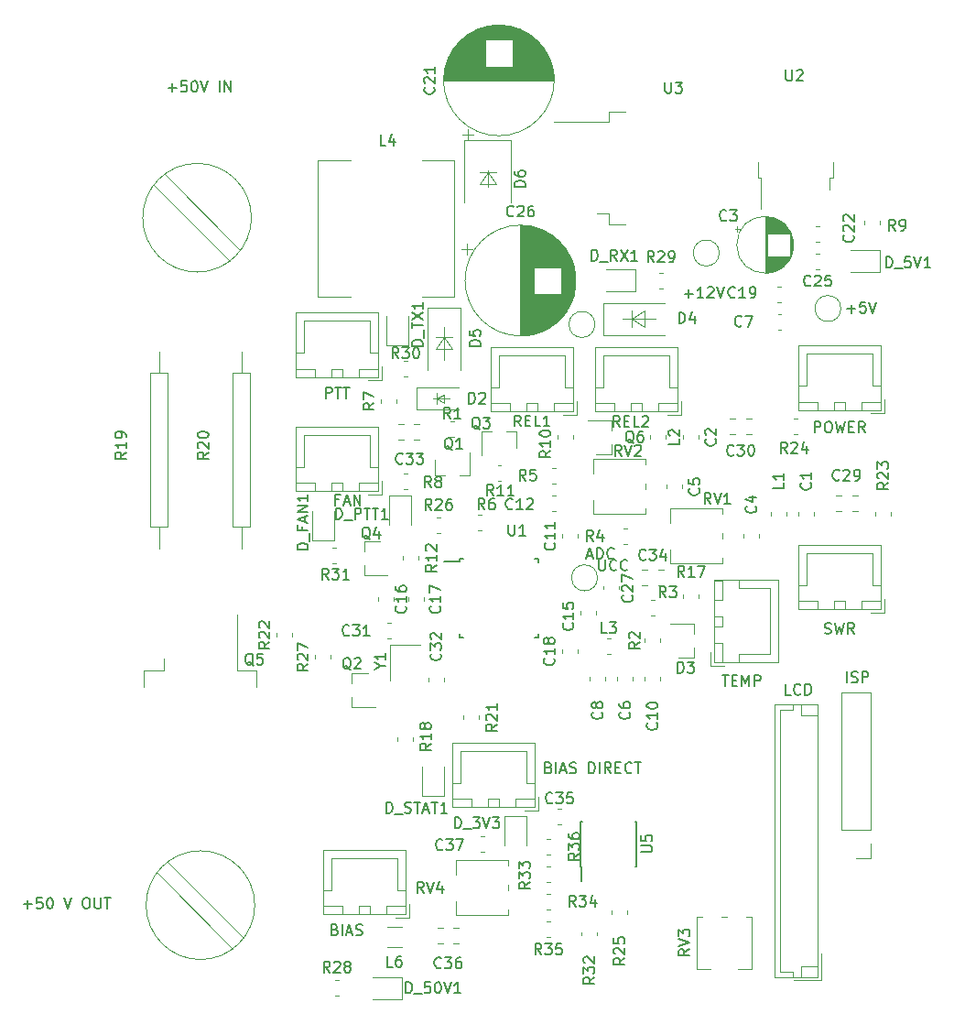
<source format=gbr>
G04 #@! TF.GenerationSoftware,KiCad,Pcbnew,(5.0.0-rc2-dev-378-g94dbcc719)*
G04 #@! TF.CreationDate,2018-04-09T20:17:52+02:00*
G04 #@! TF.ProjectId,sekvencer_v0.01,73656B76656E6365725F76302E30312E,rev?*
G04 #@! TF.SameCoordinates,Original*
G04 #@! TF.FileFunction,Legend,Top*
G04 #@! TF.FilePolarity,Positive*
%FSLAX46Y46*%
G04 Gerber Fmt 4.6, Leading zero omitted, Abs format (unit mm)*
G04 Created by KiCad (PCBNEW (5.0.0-rc2-dev-378-g94dbcc719)) date 04/09/18 20:17:52*
%MOMM*%
%LPD*%
G01*
G04 APERTURE LIST*
%ADD10C,0.150000*%
%ADD11C,0.120000*%
%ADD12C,0.050000*%
G04 APERTURE END LIST*
D10*
X209185095Y-73604428D02*
X209947000Y-73604428D01*
X209566047Y-73985380D02*
X209566047Y-73223476D01*
X210947000Y-73985380D02*
X210375571Y-73985380D01*
X210661285Y-73985380D02*
X210661285Y-72985380D01*
X210566047Y-73128238D01*
X210470809Y-73223476D01*
X210375571Y-73271095D01*
X211327952Y-73080619D02*
X211375571Y-73033000D01*
X211470809Y-72985380D01*
X211708904Y-72985380D01*
X211804142Y-73033000D01*
X211851761Y-73080619D01*
X211899380Y-73175857D01*
X211899380Y-73271095D01*
X211851761Y-73413952D01*
X211280333Y-73985380D01*
X211899380Y-73985380D01*
X212185095Y-72985380D02*
X212518428Y-73985380D01*
X212851761Y-72985380D01*
D11*
X186309000Y-83312000D02*
X187452000Y-83312000D01*
X186944000Y-83693000D02*
X186309000Y-83312000D01*
X186944000Y-82931000D02*
X186944000Y-83693000D01*
X186309000Y-83312000D02*
X186944000Y-82931000D01*
X186309000Y-83820000D02*
X186309000Y-83312000D01*
X186309000Y-83312000D02*
X186309000Y-82804000D01*
X185928000Y-83312000D02*
X186309000Y-83312000D01*
X191008000Y-63754000D02*
X191008000Y-62230000D01*
X190246000Y-62357000D02*
X191770000Y-62357000D01*
X191008000Y-62357000D02*
X190246000Y-63500000D01*
X191770000Y-63500000D02*
X191008000Y-62357000D01*
X190246000Y-63500000D02*
X191770000Y-63500000D01*
D10*
X148066619Y-130056428D02*
X148828523Y-130056428D01*
X148447571Y-130437380D02*
X148447571Y-129675476D01*
X149780904Y-129437380D02*
X149304714Y-129437380D01*
X149257095Y-129913571D01*
X149304714Y-129865952D01*
X149399952Y-129818333D01*
X149638047Y-129818333D01*
X149733285Y-129865952D01*
X149780904Y-129913571D01*
X149828523Y-130008809D01*
X149828523Y-130246904D01*
X149780904Y-130342142D01*
X149733285Y-130389761D01*
X149638047Y-130437380D01*
X149399952Y-130437380D01*
X149304714Y-130389761D01*
X149257095Y-130342142D01*
X150447571Y-129437380D02*
X150542809Y-129437380D01*
X150638047Y-129485000D01*
X150685666Y-129532619D01*
X150733285Y-129627857D01*
X150780904Y-129818333D01*
X150780904Y-130056428D01*
X150733285Y-130246904D01*
X150685666Y-130342142D01*
X150638047Y-130389761D01*
X150542809Y-130437380D01*
X150447571Y-130437380D01*
X150352333Y-130389761D01*
X150304714Y-130342142D01*
X150257095Y-130246904D01*
X150209476Y-130056428D01*
X150209476Y-129818333D01*
X150257095Y-129627857D01*
X150304714Y-129532619D01*
X150352333Y-129485000D01*
X150447571Y-129437380D01*
X151828523Y-129437380D02*
X152161857Y-130437380D01*
X152495190Y-129437380D01*
X153780904Y-129437380D02*
X153971380Y-129437380D01*
X154066619Y-129485000D01*
X154161857Y-129580238D01*
X154209476Y-129770714D01*
X154209476Y-130104047D01*
X154161857Y-130294523D01*
X154066619Y-130389761D01*
X153971380Y-130437380D01*
X153780904Y-130437380D01*
X153685666Y-130389761D01*
X153590428Y-130294523D01*
X153542809Y-130104047D01*
X153542809Y-129770714D01*
X153590428Y-129580238D01*
X153685666Y-129485000D01*
X153780904Y-129437380D01*
X154638047Y-129437380D02*
X154638047Y-130246904D01*
X154685666Y-130342142D01*
X154733285Y-130389761D01*
X154828523Y-130437380D01*
X155019000Y-130437380D01*
X155114238Y-130389761D01*
X155161857Y-130342142D01*
X155209476Y-130246904D01*
X155209476Y-129437380D01*
X155542809Y-129437380D02*
X156114238Y-129437380D01*
X155828523Y-130437380D02*
X155828523Y-129437380D01*
X161433238Y-54554428D02*
X162195142Y-54554428D01*
X161814190Y-54935380D02*
X161814190Y-54173476D01*
X163147523Y-53935380D02*
X162671333Y-53935380D01*
X162623714Y-54411571D01*
X162671333Y-54363952D01*
X162766571Y-54316333D01*
X163004666Y-54316333D01*
X163099904Y-54363952D01*
X163147523Y-54411571D01*
X163195142Y-54506809D01*
X163195142Y-54744904D01*
X163147523Y-54840142D01*
X163099904Y-54887761D01*
X163004666Y-54935380D01*
X162766571Y-54935380D01*
X162671333Y-54887761D01*
X162623714Y-54840142D01*
X163814190Y-53935380D02*
X163909428Y-53935380D01*
X164004666Y-53983000D01*
X164052285Y-54030619D01*
X164099904Y-54125857D01*
X164147523Y-54316333D01*
X164147523Y-54554428D01*
X164099904Y-54744904D01*
X164052285Y-54840142D01*
X164004666Y-54887761D01*
X163909428Y-54935380D01*
X163814190Y-54935380D01*
X163718952Y-54887761D01*
X163671333Y-54840142D01*
X163623714Y-54744904D01*
X163576095Y-54554428D01*
X163576095Y-54316333D01*
X163623714Y-54125857D01*
X163671333Y-54030619D01*
X163718952Y-53983000D01*
X163814190Y-53935380D01*
X164433238Y-53935380D02*
X164766571Y-54935380D01*
X165099904Y-53935380D01*
X166195142Y-54935380D02*
X166195142Y-53935380D01*
X166671333Y-54935380D02*
X166671333Y-53935380D01*
X167242761Y-54935380D01*
X167242761Y-53935380D01*
X219019523Y-110688380D02*
X218543333Y-110688380D01*
X218543333Y-109688380D01*
X219924285Y-110593142D02*
X219876666Y-110640761D01*
X219733809Y-110688380D01*
X219638571Y-110688380D01*
X219495714Y-110640761D01*
X219400476Y-110545523D01*
X219352857Y-110450285D01*
X219305238Y-110259809D01*
X219305238Y-110116952D01*
X219352857Y-109926476D01*
X219400476Y-109831238D01*
X219495714Y-109736000D01*
X219638571Y-109688380D01*
X219733809Y-109688380D01*
X219876666Y-109736000D01*
X219924285Y-109783619D01*
X220352857Y-110688380D02*
X220352857Y-109688380D01*
X220590952Y-109688380D01*
X220733809Y-109736000D01*
X220829047Y-109831238D01*
X220876666Y-109926476D01*
X220924285Y-110116952D01*
X220924285Y-110259809D01*
X220876666Y-110450285D01*
X220829047Y-110545523D01*
X220733809Y-110640761D01*
X220590952Y-110688380D01*
X220352857Y-110688380D01*
X224194809Y-109545380D02*
X224194809Y-108545380D01*
X224623380Y-109497761D02*
X224766238Y-109545380D01*
X225004333Y-109545380D01*
X225099571Y-109497761D01*
X225147190Y-109450142D01*
X225194809Y-109354904D01*
X225194809Y-109259666D01*
X225147190Y-109164428D01*
X225099571Y-109116809D01*
X225004333Y-109069190D01*
X224813857Y-109021571D01*
X224718619Y-108973952D01*
X224671000Y-108926333D01*
X224623380Y-108831095D01*
X224623380Y-108735857D01*
X224671000Y-108640619D01*
X224718619Y-108593000D01*
X224813857Y-108545380D01*
X225051952Y-108545380D01*
X225194809Y-108593000D01*
X225623380Y-109545380D02*
X225623380Y-108545380D01*
X226004333Y-108545380D01*
X226099571Y-108593000D01*
X226147190Y-108640619D01*
X226194809Y-108735857D01*
X226194809Y-108878714D01*
X226147190Y-108973952D01*
X226099571Y-109021571D01*
X226004333Y-109069190D01*
X225623380Y-109069190D01*
X176855571Y-132389571D02*
X176998428Y-132437190D01*
X177046047Y-132484809D01*
X177093666Y-132580047D01*
X177093666Y-132722904D01*
X177046047Y-132818142D01*
X176998428Y-132865761D01*
X176903190Y-132913380D01*
X176522238Y-132913380D01*
X176522238Y-131913380D01*
X176855571Y-131913380D01*
X176950809Y-131961000D01*
X176998428Y-132008619D01*
X177046047Y-132103857D01*
X177046047Y-132199095D01*
X176998428Y-132294333D01*
X176950809Y-132341952D01*
X176855571Y-132389571D01*
X176522238Y-132389571D01*
X177522238Y-132913380D02*
X177522238Y-131913380D01*
X177950809Y-132627666D02*
X178427000Y-132627666D01*
X177855571Y-132913380D02*
X178188904Y-131913380D01*
X178522238Y-132913380D01*
X178807952Y-132865761D02*
X178950809Y-132913380D01*
X179188904Y-132913380D01*
X179284142Y-132865761D01*
X179331761Y-132818142D01*
X179379380Y-132722904D01*
X179379380Y-132627666D01*
X179331761Y-132532428D01*
X179284142Y-132484809D01*
X179188904Y-132437190D01*
X178998428Y-132389571D01*
X178903190Y-132341952D01*
X178855571Y-132294333D01*
X178807952Y-132199095D01*
X178807952Y-132103857D01*
X178855571Y-132008619D01*
X178903190Y-131961000D01*
X178998428Y-131913380D01*
X179236523Y-131913380D01*
X179379380Y-131961000D01*
X196636190Y-117403571D02*
X196779047Y-117451190D01*
X196826666Y-117498809D01*
X196874285Y-117594047D01*
X196874285Y-117736904D01*
X196826666Y-117832142D01*
X196779047Y-117879761D01*
X196683809Y-117927380D01*
X196302857Y-117927380D01*
X196302857Y-116927380D01*
X196636190Y-116927380D01*
X196731428Y-116975000D01*
X196779047Y-117022619D01*
X196826666Y-117117857D01*
X196826666Y-117213095D01*
X196779047Y-117308333D01*
X196731428Y-117355952D01*
X196636190Y-117403571D01*
X196302857Y-117403571D01*
X197302857Y-117927380D02*
X197302857Y-116927380D01*
X197731428Y-117641666D02*
X198207619Y-117641666D01*
X197636190Y-117927380D02*
X197969523Y-116927380D01*
X198302857Y-117927380D01*
X198588571Y-117879761D02*
X198731428Y-117927380D01*
X198969523Y-117927380D01*
X199064761Y-117879761D01*
X199112380Y-117832142D01*
X199160000Y-117736904D01*
X199160000Y-117641666D01*
X199112380Y-117546428D01*
X199064761Y-117498809D01*
X198969523Y-117451190D01*
X198779047Y-117403571D01*
X198683809Y-117355952D01*
X198636190Y-117308333D01*
X198588571Y-117213095D01*
X198588571Y-117117857D01*
X198636190Y-117022619D01*
X198683809Y-116975000D01*
X198779047Y-116927380D01*
X199017142Y-116927380D01*
X199160000Y-116975000D01*
X200350476Y-117927380D02*
X200350476Y-116927380D01*
X200588571Y-116927380D01*
X200731428Y-116975000D01*
X200826666Y-117070238D01*
X200874285Y-117165476D01*
X200921904Y-117355952D01*
X200921904Y-117498809D01*
X200874285Y-117689285D01*
X200826666Y-117784523D01*
X200731428Y-117879761D01*
X200588571Y-117927380D01*
X200350476Y-117927380D01*
X201350476Y-117927380D02*
X201350476Y-116927380D01*
X202398095Y-117927380D02*
X202064761Y-117451190D01*
X201826666Y-117927380D02*
X201826666Y-116927380D01*
X202207619Y-116927380D01*
X202302857Y-116975000D01*
X202350476Y-117022619D01*
X202398095Y-117117857D01*
X202398095Y-117260714D01*
X202350476Y-117355952D01*
X202302857Y-117403571D01*
X202207619Y-117451190D01*
X201826666Y-117451190D01*
X202826666Y-117403571D02*
X203160000Y-117403571D01*
X203302857Y-117927380D02*
X202826666Y-117927380D01*
X202826666Y-116927380D01*
X203302857Y-116927380D01*
X204302857Y-117832142D02*
X204255238Y-117879761D01*
X204112380Y-117927380D01*
X204017142Y-117927380D01*
X203874285Y-117879761D01*
X203779047Y-117784523D01*
X203731428Y-117689285D01*
X203683809Y-117498809D01*
X203683809Y-117355952D01*
X203731428Y-117165476D01*
X203779047Y-117070238D01*
X203874285Y-116975000D01*
X204017142Y-116927380D01*
X204112380Y-116927380D01*
X204255238Y-116975000D01*
X204302857Y-117022619D01*
X204588571Y-116927380D02*
X205160000Y-116927380D01*
X204874285Y-117927380D02*
X204874285Y-116927380D01*
X177244476Y-92638571D02*
X176911142Y-92638571D01*
X176911142Y-93162380D02*
X176911142Y-92162380D01*
X177387333Y-92162380D01*
X177720666Y-92876666D02*
X178196857Y-92876666D01*
X177625428Y-93162380D02*
X177958761Y-92162380D01*
X178292095Y-93162380D01*
X178625428Y-93162380D02*
X178625428Y-92162380D01*
X179196857Y-93162380D01*
X179196857Y-92162380D01*
X176014190Y-83256380D02*
X176014190Y-82256380D01*
X176395142Y-82256380D01*
X176490380Y-82304000D01*
X176538000Y-82351619D01*
X176585619Y-82446857D01*
X176585619Y-82589714D01*
X176538000Y-82684952D01*
X176490380Y-82732571D01*
X176395142Y-82780190D01*
X176014190Y-82780190D01*
X176871333Y-82256380D02*
X177442761Y-82256380D01*
X177157047Y-83256380D02*
X177157047Y-82256380D01*
X177633238Y-82256380D02*
X178204666Y-82256380D01*
X177918952Y-83256380D02*
X177918952Y-82256380D01*
X194048190Y-85860380D02*
X193714857Y-85384190D01*
X193476761Y-85860380D02*
X193476761Y-84860380D01*
X193857714Y-84860380D01*
X193952952Y-84908000D01*
X194000571Y-84955619D01*
X194048190Y-85050857D01*
X194048190Y-85193714D01*
X194000571Y-85288952D01*
X193952952Y-85336571D01*
X193857714Y-85384190D01*
X193476761Y-85384190D01*
X194476761Y-85336571D02*
X194810095Y-85336571D01*
X194952952Y-85860380D02*
X194476761Y-85860380D01*
X194476761Y-84860380D01*
X194952952Y-84860380D01*
X195857714Y-85860380D02*
X195381523Y-85860380D01*
X195381523Y-84860380D01*
X196714857Y-85860380D02*
X196143428Y-85860380D01*
X196429142Y-85860380D02*
X196429142Y-84860380D01*
X196333904Y-85003238D01*
X196238666Y-85098476D01*
X196143428Y-85146095D01*
X203192190Y-85923380D02*
X202858857Y-85447190D01*
X202620761Y-85923380D02*
X202620761Y-84923380D01*
X203001714Y-84923380D01*
X203096952Y-84971000D01*
X203144571Y-85018619D01*
X203192190Y-85113857D01*
X203192190Y-85256714D01*
X203144571Y-85351952D01*
X203096952Y-85399571D01*
X203001714Y-85447190D01*
X202620761Y-85447190D01*
X203620761Y-85399571D02*
X203954095Y-85399571D01*
X204096952Y-85923380D02*
X203620761Y-85923380D01*
X203620761Y-84923380D01*
X204096952Y-84923380D01*
X205001714Y-85923380D02*
X204525523Y-85923380D01*
X204525523Y-84923380D01*
X205287428Y-85018619D02*
X205335047Y-84971000D01*
X205430285Y-84923380D01*
X205668380Y-84923380D01*
X205763619Y-84971000D01*
X205811238Y-85018619D01*
X205858857Y-85113857D01*
X205858857Y-85209095D01*
X205811238Y-85351952D01*
X205239809Y-85923380D01*
X205858857Y-85923380D01*
X221210476Y-86431380D02*
X221210476Y-85431380D01*
X221591428Y-85431380D01*
X221686666Y-85479000D01*
X221734285Y-85526619D01*
X221781904Y-85621857D01*
X221781904Y-85764714D01*
X221734285Y-85859952D01*
X221686666Y-85907571D01*
X221591428Y-85955190D01*
X221210476Y-85955190D01*
X222400952Y-85431380D02*
X222591428Y-85431380D01*
X222686666Y-85479000D01*
X222781904Y-85574238D01*
X222829523Y-85764714D01*
X222829523Y-86098047D01*
X222781904Y-86288523D01*
X222686666Y-86383761D01*
X222591428Y-86431380D01*
X222400952Y-86431380D01*
X222305714Y-86383761D01*
X222210476Y-86288523D01*
X222162857Y-86098047D01*
X222162857Y-85764714D01*
X222210476Y-85574238D01*
X222305714Y-85479000D01*
X222400952Y-85431380D01*
X223162857Y-85431380D02*
X223400952Y-86431380D01*
X223591428Y-85717095D01*
X223781904Y-86431380D01*
X224020000Y-85431380D01*
X224400952Y-85907571D02*
X224734285Y-85907571D01*
X224877142Y-86431380D02*
X224400952Y-86431380D01*
X224400952Y-85431380D01*
X224877142Y-85431380D01*
X225877142Y-86431380D02*
X225543809Y-85955190D01*
X225305714Y-86431380D02*
X225305714Y-85431380D01*
X225686666Y-85431380D01*
X225781904Y-85479000D01*
X225829523Y-85526619D01*
X225877142Y-85621857D01*
X225877142Y-85764714D01*
X225829523Y-85859952D01*
X225781904Y-85907571D01*
X225686666Y-85955190D01*
X225305714Y-85955190D01*
X212693476Y-108875580D02*
X213264904Y-108875580D01*
X212979190Y-109875580D02*
X212979190Y-108875580D01*
X213598238Y-109351771D02*
X213931571Y-109351771D01*
X214074428Y-109875580D02*
X213598238Y-109875580D01*
X213598238Y-108875580D01*
X214074428Y-108875580D01*
X214503000Y-109875580D02*
X214503000Y-108875580D01*
X214836333Y-109589866D01*
X215169666Y-108875580D01*
X215169666Y-109875580D01*
X215645857Y-109875580D02*
X215645857Y-108875580D01*
X216026809Y-108875580D01*
X216122047Y-108923200D01*
X216169666Y-108970819D01*
X216217285Y-109066057D01*
X216217285Y-109208914D01*
X216169666Y-109304152D01*
X216122047Y-109351771D01*
X216026809Y-109399390D01*
X215645857Y-109399390D01*
X222162857Y-105001961D02*
X222305714Y-105049580D01*
X222543809Y-105049580D01*
X222639047Y-105001961D01*
X222686666Y-104954342D01*
X222734285Y-104859104D01*
X222734285Y-104763866D01*
X222686666Y-104668628D01*
X222639047Y-104621009D01*
X222543809Y-104573390D01*
X222353333Y-104525771D01*
X222258095Y-104478152D01*
X222210476Y-104430533D01*
X222162857Y-104335295D01*
X222162857Y-104240057D01*
X222210476Y-104144819D01*
X222258095Y-104097200D01*
X222353333Y-104049580D01*
X222591428Y-104049580D01*
X222734285Y-104097200D01*
X223067619Y-104049580D02*
X223305714Y-105049580D01*
X223496190Y-104335295D01*
X223686666Y-105049580D01*
X223924761Y-104049580D01*
X224877142Y-105049580D02*
X224543809Y-104573390D01*
X224305714Y-105049580D02*
X224305714Y-104049580D01*
X224686666Y-104049580D01*
X224781904Y-104097200D01*
X224829523Y-104144819D01*
X224877142Y-104240057D01*
X224877142Y-104382914D01*
X224829523Y-104478152D01*
X224781904Y-104525771D01*
X224686666Y-104573390D01*
X224305714Y-104573390D01*
X201279285Y-98195380D02*
X201279285Y-99004904D01*
X201326904Y-99100142D01*
X201374523Y-99147761D01*
X201469761Y-99195380D01*
X201660238Y-99195380D01*
X201755476Y-99147761D01*
X201803095Y-99100142D01*
X201850714Y-99004904D01*
X201850714Y-98195380D01*
X202898333Y-99100142D02*
X202850714Y-99147761D01*
X202707857Y-99195380D01*
X202612619Y-99195380D01*
X202469761Y-99147761D01*
X202374523Y-99052523D01*
X202326904Y-98957285D01*
X202279285Y-98766809D01*
X202279285Y-98623952D01*
X202326904Y-98433476D01*
X202374523Y-98338238D01*
X202469761Y-98243000D01*
X202612619Y-98195380D01*
X202707857Y-98195380D01*
X202850714Y-98243000D01*
X202898333Y-98290619D01*
X203898333Y-99100142D02*
X203850714Y-99147761D01*
X203707857Y-99195380D01*
X203612619Y-99195380D01*
X203469761Y-99147761D01*
X203374523Y-99052523D01*
X203326904Y-98957285D01*
X203279285Y-98766809D01*
X203279285Y-98623952D01*
X203326904Y-98433476D01*
X203374523Y-98338238D01*
X203469761Y-98243000D01*
X203612619Y-98195380D01*
X203707857Y-98195380D01*
X203850714Y-98243000D01*
X203898333Y-98290619D01*
X200183904Y-97829666D02*
X200660095Y-97829666D01*
X200088666Y-98115380D02*
X200422000Y-97115380D01*
X200755333Y-98115380D01*
X201088666Y-98115380D02*
X201088666Y-97115380D01*
X201326761Y-97115380D01*
X201469619Y-97163000D01*
X201564857Y-97258238D01*
X201612476Y-97353476D01*
X201660095Y-97543952D01*
X201660095Y-97686809D01*
X201612476Y-97877285D01*
X201564857Y-97972523D01*
X201469619Y-98067761D01*
X201326761Y-98115380D01*
X201088666Y-98115380D01*
X202660095Y-98020142D02*
X202612476Y-98067761D01*
X202469619Y-98115380D01*
X202374380Y-98115380D01*
X202231523Y-98067761D01*
X202136285Y-97972523D01*
X202088666Y-97877285D01*
X202041047Y-97686809D01*
X202041047Y-97543952D01*
X202088666Y-97353476D01*
X202136285Y-97258238D01*
X202231523Y-97163000D01*
X202374380Y-97115380D01*
X202469619Y-97115380D01*
X202612476Y-97163000D01*
X202660095Y-97210619D01*
X224215485Y-75001428D02*
X224977390Y-75001428D01*
X224596438Y-75382380D02*
X224596438Y-74620476D01*
X225929771Y-74382380D02*
X225453580Y-74382380D01*
X225405961Y-74858571D01*
X225453580Y-74810952D01*
X225548819Y-74763333D01*
X225786914Y-74763333D01*
X225882152Y-74810952D01*
X225929771Y-74858571D01*
X225977390Y-74953809D01*
X225977390Y-75191904D01*
X225929771Y-75287142D01*
X225882152Y-75334761D01*
X225786914Y-75382380D01*
X225548819Y-75382380D01*
X225453580Y-75334761D01*
X225405961Y-75287142D01*
X226263104Y-74382380D02*
X226596438Y-75382380D01*
X226929771Y-74382380D01*
D11*
X184788000Y-106046000D02*
X181988000Y-106046000D01*
X181988000Y-106046000D02*
X181988000Y-109346000D01*
X200907500Y-76454000D02*
G75*
G03X200907500Y-76454000I-1200000J0D01*
G01*
X204343000Y-75184000D02*
X204343000Y-76708000D01*
X204343000Y-75946000D02*
X205486000Y-75184000D01*
X205486000Y-76708000D02*
X204343000Y-75946000D01*
X205486000Y-75184000D02*
X205486000Y-76708000D01*
X203454000Y-75946000D02*
X206502000Y-75946000D01*
X201678000Y-77446000D02*
X207378000Y-77446000D01*
X201678000Y-74446000D02*
X201678000Y-77446000D01*
X207378000Y-74446000D02*
X201678000Y-74446000D01*
X187706000Y-77597000D02*
X186182000Y-77597000D01*
X186944000Y-77597000D02*
X187706000Y-78740000D01*
X186182000Y-78740000D02*
X186944000Y-77597000D01*
X187706000Y-78740000D02*
X186182000Y-78740000D01*
X186944000Y-76708000D02*
X186944000Y-79756000D01*
X185444000Y-74932000D02*
X185444000Y-80632000D01*
X188444000Y-74932000D02*
X185444000Y-74932000D01*
X188444000Y-80632000D02*
X188444000Y-74932000D01*
X223653200Y-74980800D02*
G75*
G03X223653200Y-74980800I-1200000J0D01*
G01*
X212401000Y-69850000D02*
G75*
G03X212401000Y-69850000I-1200000J0D01*
G01*
X201148800Y-99872800D02*
G75*
G03X201148800Y-99872800I-1200000J0D01*
G01*
X194558000Y-124571000D02*
X194558000Y-121871000D01*
X194558000Y-121871000D02*
X192538000Y-121871000D01*
X192538000Y-121871000D02*
X192538000Y-124571000D01*
X188320680Y-132260340D02*
X187810900Y-132261540D01*
X188325000Y-133679000D02*
X187815220Y-133680200D01*
X186336940Y-133680200D02*
X186846720Y-133679000D01*
X186329320Y-132262880D02*
X186839100Y-132261680D01*
X225207680Y-92255340D02*
X224697900Y-92256540D01*
X225212000Y-93674000D02*
X224702220Y-93675200D01*
X223223940Y-93675200D02*
X223733720Y-93674000D01*
X223216320Y-92257880D02*
X223726100Y-92256680D01*
X215371680Y-85143340D02*
X214861900Y-85144540D01*
X215376000Y-86562000D02*
X214866220Y-86563200D01*
X213387940Y-86563200D02*
X213897720Y-86562000D01*
X213380320Y-85145880D02*
X213890100Y-85144680D01*
X182716320Y-87068660D02*
X183226100Y-87067460D01*
X182712000Y-85650000D02*
X183221780Y-85648800D01*
X184700060Y-85648800D02*
X184190280Y-85650000D01*
X184707680Y-87066120D02*
X184197900Y-87067320D01*
X207243680Y-99113340D02*
X206733900Y-99114540D01*
X207248000Y-100532000D02*
X206738220Y-100533200D01*
X205259940Y-100533200D02*
X205769720Y-100532000D01*
X205252320Y-99115880D02*
X205762100Y-99114680D01*
X181722000Y-132186000D02*
X183022000Y-132186000D01*
X181722000Y-134006000D02*
X183022000Y-134006000D01*
X201728000Y-100624500D02*
X201728000Y-100924500D01*
X203148000Y-100624500D02*
X203148000Y-100924500D01*
X196746000Y-125424000D02*
X196446000Y-125424000D01*
X196746000Y-124004000D02*
X196446000Y-124004000D01*
X217492000Y-136776000D02*
X221512000Y-136776000D01*
X221512000Y-136776000D02*
X221512000Y-111556000D01*
X221512000Y-111556000D02*
X217492000Y-111556000D01*
X217492000Y-111556000D02*
X217492000Y-136776000D01*
X219202000Y-136776000D02*
X219202000Y-136276000D01*
X219202000Y-136276000D02*
X217992000Y-136276000D01*
X217992000Y-136276000D02*
X217992000Y-112056000D01*
X217992000Y-112056000D02*
X219202000Y-112056000D01*
X219202000Y-112056000D02*
X219202000Y-111556000D01*
X220012000Y-136776000D02*
X220012000Y-135776000D01*
X220012000Y-135776000D02*
X221512000Y-135776000D01*
X220012000Y-111556000D02*
X220012000Y-112556000D01*
X220012000Y-112556000D02*
X221512000Y-112556000D01*
X219312000Y-137076000D02*
X221812000Y-137076000D01*
X221812000Y-137076000D02*
X221812000Y-134576000D01*
X190350000Y-125170000D02*
X190650000Y-125170000D01*
X190350000Y-123750000D02*
X190650000Y-123750000D01*
X197762000Y-122630000D02*
X197462000Y-122630000D01*
X197762000Y-121210000D02*
X197462000Y-121210000D01*
X183408000Y-130984000D02*
X183408000Y-125014000D01*
X183408000Y-125014000D02*
X175788000Y-125014000D01*
X175788000Y-125014000D02*
X175788000Y-130984000D01*
X175788000Y-130984000D02*
X183408000Y-130984000D01*
X180098000Y-130974000D02*
X180098000Y-130224000D01*
X180098000Y-130224000D02*
X179098000Y-130224000D01*
X179098000Y-130224000D02*
X179098000Y-130974000D01*
X179098000Y-130974000D02*
X180098000Y-130974000D01*
X183398000Y-130974000D02*
X183398000Y-130224000D01*
X183398000Y-130224000D02*
X181598000Y-130224000D01*
X181598000Y-130224000D02*
X181598000Y-130974000D01*
X181598000Y-130974000D02*
X183398000Y-130974000D01*
X177598000Y-130974000D02*
X177598000Y-130224000D01*
X177598000Y-130224000D02*
X175798000Y-130224000D01*
X175798000Y-130224000D02*
X175798000Y-130974000D01*
X175798000Y-130974000D02*
X177598000Y-130974000D01*
X183398000Y-128724000D02*
X182648000Y-128724000D01*
X182648000Y-128724000D02*
X182648000Y-125774000D01*
X182648000Y-125774000D02*
X179598000Y-125774000D01*
X175798000Y-128724000D02*
X176548000Y-128724000D01*
X176548000Y-128724000D02*
X176548000Y-125774000D01*
X176548000Y-125774000D02*
X179598000Y-125774000D01*
X182448000Y-131274000D02*
X183698000Y-131274000D01*
X183698000Y-131274000D02*
X183698000Y-130024000D01*
D10*
X199609000Y-126535000D02*
X199659000Y-126535000D01*
X199609000Y-122385000D02*
X199754000Y-122385000D01*
X204759000Y-122385000D02*
X204614000Y-122385000D01*
X204759000Y-126535000D02*
X204614000Y-126535000D01*
X199609000Y-126535000D02*
X199609000Y-122385000D01*
X204759000Y-126535000D02*
X204759000Y-122385000D01*
X199659000Y-126535000D02*
X199659000Y-127935000D01*
D11*
X188080000Y-126004000D02*
X192920000Y-126004000D01*
X188080000Y-131044000D02*
X192920000Y-131044000D01*
X188080000Y-126004000D02*
X188080000Y-127284000D01*
X188080000Y-129764000D02*
X188080000Y-131044000D01*
X192920000Y-126004000D02*
X192920000Y-126484000D01*
X192920000Y-128264000D02*
X192920000Y-128784000D01*
X192920000Y-130564000D02*
X192920000Y-131044000D01*
X188080000Y-126384000D02*
X188080000Y-126384000D01*
X188080000Y-126384000D02*
X188080000Y-127284000D01*
X188080000Y-126384000D02*
X188080000Y-127284000D01*
X199696000Y-132631000D02*
X199696000Y-132931000D01*
X201116000Y-132631000D02*
X201116000Y-132931000D01*
X196446000Y-129084000D02*
X196746000Y-129084000D01*
X196446000Y-130504000D02*
X196746000Y-130504000D01*
X196446000Y-133044000D02*
X196746000Y-133044000D01*
X196446000Y-131624000D02*
X196746000Y-131624000D01*
X196446000Y-126544000D02*
X196746000Y-126544000D01*
X196446000Y-127964000D02*
X196746000Y-127964000D01*
X188649000Y-58867646D02*
X189649000Y-58867646D01*
X189149000Y-59367646D02*
X189149000Y-58367646D01*
X191425000Y-48807000D02*
X192623000Y-48807000D01*
X191162000Y-48847000D02*
X192886000Y-48847000D01*
X190962000Y-48887000D02*
X193086000Y-48887000D01*
X190794000Y-48927000D02*
X193254000Y-48927000D01*
X190646000Y-48967000D02*
X193402000Y-48967000D01*
X190514000Y-49007000D02*
X193534000Y-49007000D01*
X190394000Y-49047000D02*
X193654000Y-49047000D01*
X190282000Y-49087000D02*
X193766000Y-49087000D01*
X190178000Y-49127000D02*
X193870000Y-49127000D01*
X190080000Y-49167000D02*
X193968000Y-49167000D01*
X189987000Y-49207000D02*
X194061000Y-49207000D01*
X189899000Y-49247000D02*
X194149000Y-49247000D01*
X189815000Y-49287000D02*
X194233000Y-49287000D01*
X189735000Y-49327000D02*
X194313000Y-49327000D01*
X189659000Y-49367000D02*
X194389000Y-49367000D01*
X189585000Y-49407000D02*
X194463000Y-49407000D01*
X189514000Y-49447000D02*
X194534000Y-49447000D01*
X189445000Y-49487000D02*
X194603000Y-49487000D01*
X189379000Y-49527000D02*
X194669000Y-49527000D01*
X189315000Y-49567000D02*
X194733000Y-49567000D01*
X189254000Y-49607000D02*
X194794000Y-49607000D01*
X189194000Y-49647000D02*
X194854000Y-49647000D01*
X189135000Y-49687000D02*
X194913000Y-49687000D01*
X189079000Y-49727000D02*
X194969000Y-49727000D01*
X189024000Y-49767000D02*
X195024000Y-49767000D01*
X188970000Y-49807000D02*
X195078000Y-49807000D01*
X188918000Y-49847000D02*
X195130000Y-49847000D01*
X188868000Y-49887000D02*
X195180000Y-49887000D01*
X188818000Y-49927000D02*
X195230000Y-49927000D01*
X188770000Y-49967000D02*
X195278000Y-49967000D01*
X188723000Y-50007000D02*
X195325000Y-50007000D01*
X188677000Y-50047000D02*
X195371000Y-50047000D01*
X188632000Y-50087000D02*
X195416000Y-50087000D01*
X188588000Y-50127000D02*
X195460000Y-50127000D01*
X193265000Y-50167000D02*
X195502000Y-50167000D01*
X188546000Y-50167000D02*
X190783000Y-50167000D01*
X193265000Y-50207000D02*
X195544000Y-50207000D01*
X188504000Y-50207000D02*
X190783000Y-50207000D01*
X193265000Y-50247000D02*
X195585000Y-50247000D01*
X188463000Y-50247000D02*
X190783000Y-50247000D01*
X193265000Y-50287000D02*
X195625000Y-50287000D01*
X188423000Y-50287000D02*
X190783000Y-50287000D01*
X193265000Y-50327000D02*
X195664000Y-50327000D01*
X188384000Y-50327000D02*
X190783000Y-50327000D01*
X193265000Y-50367000D02*
X195703000Y-50367000D01*
X188345000Y-50367000D02*
X190783000Y-50367000D01*
X193265000Y-50407000D02*
X195740000Y-50407000D01*
X188308000Y-50407000D02*
X190783000Y-50407000D01*
X193265000Y-50447000D02*
X195777000Y-50447000D01*
X188271000Y-50447000D02*
X190783000Y-50447000D01*
X193265000Y-50487000D02*
X195813000Y-50487000D01*
X188235000Y-50487000D02*
X190783000Y-50487000D01*
X193265000Y-50527000D02*
X195848000Y-50527000D01*
X188200000Y-50527000D02*
X190783000Y-50527000D01*
X193265000Y-50567000D02*
X195882000Y-50567000D01*
X188166000Y-50567000D02*
X190783000Y-50567000D01*
X193265000Y-50607000D02*
X195916000Y-50607000D01*
X188132000Y-50607000D02*
X190783000Y-50607000D01*
X193265000Y-50647000D02*
X195949000Y-50647000D01*
X188099000Y-50647000D02*
X190783000Y-50647000D01*
X193265000Y-50687000D02*
X195981000Y-50687000D01*
X188067000Y-50687000D02*
X190783000Y-50687000D01*
X193265000Y-50727000D02*
X196013000Y-50727000D01*
X188035000Y-50727000D02*
X190783000Y-50727000D01*
X193265000Y-50767000D02*
X196044000Y-50767000D01*
X188004000Y-50767000D02*
X190783000Y-50767000D01*
X193265000Y-50807000D02*
X196074000Y-50807000D01*
X187974000Y-50807000D02*
X190783000Y-50807000D01*
X193265000Y-50847000D02*
X196104000Y-50847000D01*
X187944000Y-50847000D02*
X190783000Y-50847000D01*
X193265000Y-50887000D02*
X196134000Y-50887000D01*
X187914000Y-50887000D02*
X190783000Y-50887000D01*
X193265000Y-50927000D02*
X196162000Y-50927000D01*
X187886000Y-50927000D02*
X190783000Y-50927000D01*
X193265000Y-50967000D02*
X196190000Y-50967000D01*
X187858000Y-50967000D02*
X190783000Y-50967000D01*
X193265000Y-51007000D02*
X196218000Y-51007000D01*
X187830000Y-51007000D02*
X190783000Y-51007000D01*
X193265000Y-51047000D02*
X196245000Y-51047000D01*
X187803000Y-51047000D02*
X190783000Y-51047000D01*
X193265000Y-51087000D02*
X196271000Y-51087000D01*
X187777000Y-51087000D02*
X190783000Y-51087000D01*
X193265000Y-51127000D02*
X196297000Y-51127000D01*
X187751000Y-51127000D02*
X190783000Y-51127000D01*
X193265000Y-51167000D02*
X196322000Y-51167000D01*
X187726000Y-51167000D02*
X190783000Y-51167000D01*
X193265000Y-51207000D02*
X196347000Y-51207000D01*
X187701000Y-51207000D02*
X190783000Y-51207000D01*
X193265000Y-51247000D02*
X196371000Y-51247000D01*
X187677000Y-51247000D02*
X190783000Y-51247000D01*
X193265000Y-51287000D02*
X196395000Y-51287000D01*
X187653000Y-51287000D02*
X190783000Y-51287000D01*
X193265000Y-51327000D02*
X196419000Y-51327000D01*
X187629000Y-51327000D02*
X190783000Y-51327000D01*
X193265000Y-51367000D02*
X196441000Y-51367000D01*
X187607000Y-51367000D02*
X190783000Y-51367000D01*
X193265000Y-51407000D02*
X196464000Y-51407000D01*
X187584000Y-51407000D02*
X190783000Y-51407000D01*
X193265000Y-51447000D02*
X196486000Y-51447000D01*
X187562000Y-51447000D02*
X190783000Y-51447000D01*
X193265000Y-51487000D02*
X196507000Y-51487000D01*
X187541000Y-51487000D02*
X190783000Y-51487000D01*
X193265000Y-51527000D02*
X196528000Y-51527000D01*
X187520000Y-51527000D02*
X190783000Y-51527000D01*
X193265000Y-51567000D02*
X196549000Y-51567000D01*
X187499000Y-51567000D02*
X190783000Y-51567000D01*
X193265000Y-51607000D02*
X196569000Y-51607000D01*
X187479000Y-51607000D02*
X190783000Y-51607000D01*
X193265000Y-51647000D02*
X196588000Y-51647000D01*
X187460000Y-51647000D02*
X190783000Y-51647000D01*
X193265000Y-51687000D02*
X196608000Y-51687000D01*
X187440000Y-51687000D02*
X190783000Y-51687000D01*
X193265000Y-51727000D02*
X196627000Y-51727000D01*
X187421000Y-51727000D02*
X190783000Y-51727000D01*
X193265000Y-51767000D02*
X196645000Y-51767000D01*
X187403000Y-51767000D02*
X190783000Y-51767000D01*
X193265000Y-51807000D02*
X196663000Y-51807000D01*
X187385000Y-51807000D02*
X190783000Y-51807000D01*
X193265000Y-51847000D02*
X196681000Y-51847000D01*
X187367000Y-51847000D02*
X190783000Y-51847000D01*
X193265000Y-51887000D02*
X196698000Y-51887000D01*
X187350000Y-51887000D02*
X190783000Y-51887000D01*
X193265000Y-51927000D02*
X196714000Y-51927000D01*
X187334000Y-51927000D02*
X190783000Y-51927000D01*
X193265000Y-51967000D02*
X196731000Y-51967000D01*
X187317000Y-51967000D02*
X190783000Y-51967000D01*
X193265000Y-52007000D02*
X196747000Y-52007000D01*
X187301000Y-52007000D02*
X190783000Y-52007000D01*
X193265000Y-52047000D02*
X196762000Y-52047000D01*
X187286000Y-52047000D02*
X190783000Y-52047000D01*
X193265000Y-52087000D02*
X196778000Y-52087000D01*
X187270000Y-52087000D02*
X190783000Y-52087000D01*
X193265000Y-52127000D02*
X196792000Y-52127000D01*
X187256000Y-52127000D02*
X190783000Y-52127000D01*
X193265000Y-52167000D02*
X196807000Y-52167000D01*
X187241000Y-52167000D02*
X190783000Y-52167000D01*
X193265000Y-52207000D02*
X196821000Y-52207000D01*
X187227000Y-52207000D02*
X190783000Y-52207000D01*
X193265000Y-52247000D02*
X196835000Y-52247000D01*
X187213000Y-52247000D02*
X190783000Y-52247000D01*
X193265000Y-52287000D02*
X196848000Y-52287000D01*
X187200000Y-52287000D02*
X190783000Y-52287000D01*
X193265000Y-52327000D02*
X196861000Y-52327000D01*
X187187000Y-52327000D02*
X190783000Y-52327000D01*
X193265000Y-52367000D02*
X196874000Y-52367000D01*
X187174000Y-52367000D02*
X190783000Y-52367000D01*
X193265000Y-52407000D02*
X196886000Y-52407000D01*
X187162000Y-52407000D02*
X190783000Y-52407000D01*
X193265000Y-52447000D02*
X196898000Y-52447000D01*
X187150000Y-52447000D02*
X190783000Y-52447000D01*
X193265000Y-52487000D02*
X196909000Y-52487000D01*
X187139000Y-52487000D02*
X190783000Y-52487000D01*
X193265000Y-52527000D02*
X196921000Y-52527000D01*
X187127000Y-52527000D02*
X190783000Y-52527000D01*
X193265000Y-52567000D02*
X196931000Y-52567000D01*
X187117000Y-52567000D02*
X190783000Y-52567000D01*
X193265000Y-52607000D02*
X196942000Y-52607000D01*
X187106000Y-52607000D02*
X190783000Y-52607000D01*
X187096000Y-52647000D02*
X196952000Y-52647000D01*
X187086000Y-52687000D02*
X196962000Y-52687000D01*
X187077000Y-52727000D02*
X196971000Y-52727000D01*
X187068000Y-52767000D02*
X196980000Y-52767000D01*
X187059000Y-52807000D02*
X196989000Y-52807000D01*
X187050000Y-52847000D02*
X196998000Y-52847000D01*
X187042000Y-52887000D02*
X197006000Y-52887000D01*
X187034000Y-52927000D02*
X197014000Y-52927000D01*
X187027000Y-52967000D02*
X197021000Y-52967000D01*
X187020000Y-53007000D02*
X197028000Y-53007000D01*
X187013000Y-53047000D02*
X197035000Y-53047000D01*
X187006000Y-53087000D02*
X197042000Y-53087000D01*
X187000000Y-53127000D02*
X197048000Y-53127000D01*
X186994000Y-53167000D02*
X197054000Y-53167000D01*
X186989000Y-53208000D02*
X197059000Y-53208000D01*
X186984000Y-53248000D02*
X197064000Y-53248000D01*
X186979000Y-53288000D02*
X197069000Y-53288000D01*
X186974000Y-53328000D02*
X197074000Y-53328000D01*
X186970000Y-53368000D02*
X197078000Y-53368000D01*
X186966000Y-53408000D02*
X197082000Y-53408000D01*
X186962000Y-53448000D02*
X197086000Y-53448000D01*
X186959000Y-53488000D02*
X197089000Y-53488000D01*
X186956000Y-53528000D02*
X197092000Y-53528000D01*
X186954000Y-53568000D02*
X197094000Y-53568000D01*
X186951000Y-53608000D02*
X197097000Y-53608000D01*
X186949000Y-53648000D02*
X197099000Y-53648000D01*
X186947000Y-53688000D02*
X197101000Y-53688000D01*
X186946000Y-53728000D02*
X197102000Y-53728000D01*
X186945000Y-53768000D02*
X197103000Y-53768000D01*
X186944000Y-53808000D02*
X197104000Y-53808000D01*
X186944000Y-53848000D02*
X197104000Y-53848000D01*
X186944000Y-53888000D02*
X197104000Y-53888000D01*
X197144000Y-53888000D02*
G75*
G03X197144000Y-53888000I-5120000J0D01*
G01*
X199136000Y-72390000D02*
G75*
G03X199136000Y-72390000I-5120000J0D01*
G01*
X194016000Y-67310000D02*
X194016000Y-77470000D01*
X194056000Y-67310000D02*
X194056000Y-77470000D01*
X194096000Y-67310000D02*
X194096000Y-77470000D01*
X194136000Y-67311000D02*
X194136000Y-77469000D01*
X194176000Y-67312000D02*
X194176000Y-77468000D01*
X194216000Y-67313000D02*
X194216000Y-77467000D01*
X194256000Y-67315000D02*
X194256000Y-77465000D01*
X194296000Y-67317000D02*
X194296000Y-77463000D01*
X194336000Y-67320000D02*
X194336000Y-77460000D01*
X194376000Y-67322000D02*
X194376000Y-77458000D01*
X194416000Y-67325000D02*
X194416000Y-77455000D01*
X194456000Y-67328000D02*
X194456000Y-77452000D01*
X194496000Y-67332000D02*
X194496000Y-77448000D01*
X194536000Y-67336000D02*
X194536000Y-77444000D01*
X194576000Y-67340000D02*
X194576000Y-77440000D01*
X194616000Y-67345000D02*
X194616000Y-77435000D01*
X194656000Y-67350000D02*
X194656000Y-77430000D01*
X194696000Y-67355000D02*
X194696000Y-77425000D01*
X194737000Y-67360000D02*
X194737000Y-77420000D01*
X194777000Y-67366000D02*
X194777000Y-77414000D01*
X194817000Y-67372000D02*
X194817000Y-77408000D01*
X194857000Y-67379000D02*
X194857000Y-77401000D01*
X194897000Y-67386000D02*
X194897000Y-77394000D01*
X194937000Y-67393000D02*
X194937000Y-77387000D01*
X194977000Y-67400000D02*
X194977000Y-77380000D01*
X195017000Y-67408000D02*
X195017000Y-77372000D01*
X195057000Y-67416000D02*
X195057000Y-77364000D01*
X195097000Y-67425000D02*
X195097000Y-77355000D01*
X195137000Y-67434000D02*
X195137000Y-77346000D01*
X195177000Y-67443000D02*
X195177000Y-77337000D01*
X195217000Y-67452000D02*
X195217000Y-77328000D01*
X195257000Y-67462000D02*
X195257000Y-77318000D01*
X195297000Y-67472000D02*
X195297000Y-71149000D01*
X195297000Y-73631000D02*
X195297000Y-77308000D01*
X195337000Y-67483000D02*
X195337000Y-71149000D01*
X195337000Y-73631000D02*
X195337000Y-77297000D01*
X195377000Y-67493000D02*
X195377000Y-71149000D01*
X195377000Y-73631000D02*
X195377000Y-77287000D01*
X195417000Y-67505000D02*
X195417000Y-71149000D01*
X195417000Y-73631000D02*
X195417000Y-77275000D01*
X195457000Y-67516000D02*
X195457000Y-71149000D01*
X195457000Y-73631000D02*
X195457000Y-77264000D01*
X195497000Y-67528000D02*
X195497000Y-71149000D01*
X195497000Y-73631000D02*
X195497000Y-77252000D01*
X195537000Y-67540000D02*
X195537000Y-71149000D01*
X195537000Y-73631000D02*
X195537000Y-77240000D01*
X195577000Y-67553000D02*
X195577000Y-71149000D01*
X195577000Y-73631000D02*
X195577000Y-77227000D01*
X195617000Y-67566000D02*
X195617000Y-71149000D01*
X195617000Y-73631000D02*
X195617000Y-77214000D01*
X195657000Y-67579000D02*
X195657000Y-71149000D01*
X195657000Y-73631000D02*
X195657000Y-77201000D01*
X195697000Y-67593000D02*
X195697000Y-71149000D01*
X195697000Y-73631000D02*
X195697000Y-77187000D01*
X195737000Y-67607000D02*
X195737000Y-71149000D01*
X195737000Y-73631000D02*
X195737000Y-77173000D01*
X195777000Y-67622000D02*
X195777000Y-71149000D01*
X195777000Y-73631000D02*
X195777000Y-77158000D01*
X195817000Y-67636000D02*
X195817000Y-71149000D01*
X195817000Y-73631000D02*
X195817000Y-77144000D01*
X195857000Y-67652000D02*
X195857000Y-71149000D01*
X195857000Y-73631000D02*
X195857000Y-77128000D01*
X195897000Y-67667000D02*
X195897000Y-71149000D01*
X195897000Y-73631000D02*
X195897000Y-77113000D01*
X195937000Y-67683000D02*
X195937000Y-71149000D01*
X195937000Y-73631000D02*
X195937000Y-77097000D01*
X195977000Y-67700000D02*
X195977000Y-71149000D01*
X195977000Y-73631000D02*
X195977000Y-77080000D01*
X196017000Y-67716000D02*
X196017000Y-71149000D01*
X196017000Y-73631000D02*
X196017000Y-77064000D01*
X196057000Y-67733000D02*
X196057000Y-71149000D01*
X196057000Y-73631000D02*
X196057000Y-77047000D01*
X196097000Y-67751000D02*
X196097000Y-71149000D01*
X196097000Y-73631000D02*
X196097000Y-77029000D01*
X196137000Y-67769000D02*
X196137000Y-71149000D01*
X196137000Y-73631000D02*
X196137000Y-77011000D01*
X196177000Y-67787000D02*
X196177000Y-71149000D01*
X196177000Y-73631000D02*
X196177000Y-76993000D01*
X196217000Y-67806000D02*
X196217000Y-71149000D01*
X196217000Y-73631000D02*
X196217000Y-76974000D01*
X196257000Y-67826000D02*
X196257000Y-71149000D01*
X196257000Y-73631000D02*
X196257000Y-76954000D01*
X196297000Y-67845000D02*
X196297000Y-71149000D01*
X196297000Y-73631000D02*
X196297000Y-76935000D01*
X196337000Y-67865000D02*
X196337000Y-71149000D01*
X196337000Y-73631000D02*
X196337000Y-76915000D01*
X196377000Y-67886000D02*
X196377000Y-71149000D01*
X196377000Y-73631000D02*
X196377000Y-76894000D01*
X196417000Y-67907000D02*
X196417000Y-71149000D01*
X196417000Y-73631000D02*
X196417000Y-76873000D01*
X196457000Y-67928000D02*
X196457000Y-71149000D01*
X196457000Y-73631000D02*
X196457000Y-76852000D01*
X196497000Y-67950000D02*
X196497000Y-71149000D01*
X196497000Y-73631000D02*
X196497000Y-76830000D01*
X196537000Y-67973000D02*
X196537000Y-71149000D01*
X196537000Y-73631000D02*
X196537000Y-76807000D01*
X196577000Y-67995000D02*
X196577000Y-71149000D01*
X196577000Y-73631000D02*
X196577000Y-76785000D01*
X196617000Y-68019000D02*
X196617000Y-71149000D01*
X196617000Y-73631000D02*
X196617000Y-76761000D01*
X196657000Y-68043000D02*
X196657000Y-71149000D01*
X196657000Y-73631000D02*
X196657000Y-76737000D01*
X196697000Y-68067000D02*
X196697000Y-71149000D01*
X196697000Y-73631000D02*
X196697000Y-76713000D01*
X196737000Y-68092000D02*
X196737000Y-71149000D01*
X196737000Y-73631000D02*
X196737000Y-76688000D01*
X196777000Y-68117000D02*
X196777000Y-71149000D01*
X196777000Y-73631000D02*
X196777000Y-76663000D01*
X196817000Y-68143000D02*
X196817000Y-71149000D01*
X196817000Y-73631000D02*
X196817000Y-76637000D01*
X196857000Y-68169000D02*
X196857000Y-71149000D01*
X196857000Y-73631000D02*
X196857000Y-76611000D01*
X196897000Y-68196000D02*
X196897000Y-71149000D01*
X196897000Y-73631000D02*
X196897000Y-76584000D01*
X196937000Y-68224000D02*
X196937000Y-71149000D01*
X196937000Y-73631000D02*
X196937000Y-76556000D01*
X196977000Y-68252000D02*
X196977000Y-71149000D01*
X196977000Y-73631000D02*
X196977000Y-76528000D01*
X197017000Y-68280000D02*
X197017000Y-71149000D01*
X197017000Y-73631000D02*
X197017000Y-76500000D01*
X197057000Y-68310000D02*
X197057000Y-71149000D01*
X197057000Y-73631000D02*
X197057000Y-76470000D01*
X197097000Y-68340000D02*
X197097000Y-71149000D01*
X197097000Y-73631000D02*
X197097000Y-76440000D01*
X197137000Y-68370000D02*
X197137000Y-71149000D01*
X197137000Y-73631000D02*
X197137000Y-76410000D01*
X197177000Y-68401000D02*
X197177000Y-71149000D01*
X197177000Y-73631000D02*
X197177000Y-76379000D01*
X197217000Y-68433000D02*
X197217000Y-71149000D01*
X197217000Y-73631000D02*
X197217000Y-76347000D01*
X197257000Y-68465000D02*
X197257000Y-71149000D01*
X197257000Y-73631000D02*
X197257000Y-76315000D01*
X197297000Y-68498000D02*
X197297000Y-71149000D01*
X197297000Y-73631000D02*
X197297000Y-76282000D01*
X197337000Y-68532000D02*
X197337000Y-71149000D01*
X197337000Y-73631000D02*
X197337000Y-76248000D01*
X197377000Y-68566000D02*
X197377000Y-71149000D01*
X197377000Y-73631000D02*
X197377000Y-76214000D01*
X197417000Y-68601000D02*
X197417000Y-71149000D01*
X197417000Y-73631000D02*
X197417000Y-76179000D01*
X197457000Y-68637000D02*
X197457000Y-71149000D01*
X197457000Y-73631000D02*
X197457000Y-76143000D01*
X197497000Y-68674000D02*
X197497000Y-71149000D01*
X197497000Y-73631000D02*
X197497000Y-76106000D01*
X197537000Y-68711000D02*
X197537000Y-71149000D01*
X197537000Y-73631000D02*
X197537000Y-76069000D01*
X197577000Y-68750000D02*
X197577000Y-71149000D01*
X197577000Y-73631000D02*
X197577000Y-76030000D01*
X197617000Y-68789000D02*
X197617000Y-71149000D01*
X197617000Y-73631000D02*
X197617000Y-75991000D01*
X197657000Y-68829000D02*
X197657000Y-71149000D01*
X197657000Y-73631000D02*
X197657000Y-75951000D01*
X197697000Y-68870000D02*
X197697000Y-71149000D01*
X197697000Y-73631000D02*
X197697000Y-75910000D01*
X197737000Y-68912000D02*
X197737000Y-71149000D01*
X197737000Y-73631000D02*
X197737000Y-75868000D01*
X197777000Y-68954000D02*
X197777000Y-75826000D01*
X197817000Y-68998000D02*
X197817000Y-75782000D01*
X197857000Y-69043000D02*
X197857000Y-75737000D01*
X197897000Y-69089000D02*
X197897000Y-75691000D01*
X197937000Y-69136000D02*
X197937000Y-75644000D01*
X197977000Y-69184000D02*
X197977000Y-75596000D01*
X198017000Y-69234000D02*
X198017000Y-75546000D01*
X198057000Y-69284000D02*
X198057000Y-75496000D01*
X198097000Y-69336000D02*
X198097000Y-75444000D01*
X198137000Y-69390000D02*
X198137000Y-75390000D01*
X198177000Y-69445000D02*
X198177000Y-75335000D01*
X198217000Y-69501000D02*
X198217000Y-75279000D01*
X198257000Y-69560000D02*
X198257000Y-75220000D01*
X198297000Y-69620000D02*
X198297000Y-75160000D01*
X198337000Y-69681000D02*
X198337000Y-75099000D01*
X198377000Y-69745000D02*
X198377000Y-75035000D01*
X198417000Y-69811000D02*
X198417000Y-74969000D01*
X198457000Y-69880000D02*
X198457000Y-74900000D01*
X198497000Y-69951000D02*
X198497000Y-74829000D01*
X198537000Y-70025000D02*
X198537000Y-74755000D01*
X198577000Y-70101000D02*
X198577000Y-74679000D01*
X198617000Y-70181000D02*
X198617000Y-74599000D01*
X198657000Y-70265000D02*
X198657000Y-74515000D01*
X198697000Y-70353000D02*
X198697000Y-74427000D01*
X198737000Y-70446000D02*
X198737000Y-74334000D01*
X198777000Y-70544000D02*
X198777000Y-74236000D01*
X198817000Y-70648000D02*
X198817000Y-74132000D01*
X198857000Y-70760000D02*
X198857000Y-74020000D01*
X198897000Y-70880000D02*
X198897000Y-73900000D01*
X198937000Y-71012000D02*
X198937000Y-73768000D01*
X198977000Y-71160000D02*
X198977000Y-73620000D01*
X199017000Y-71328000D02*
X199017000Y-73452000D01*
X199057000Y-71528000D02*
X199057000Y-73252000D01*
X199097000Y-71791000D02*
X199097000Y-72989000D01*
X188536354Y-69515000D02*
X189536354Y-69515000D01*
X189036354Y-69015000D02*
X189036354Y-70015000D01*
X193158000Y-59442000D02*
X188858000Y-59442000D01*
X188858000Y-59442000D02*
X188858000Y-65142000D01*
X193158000Y-59442000D02*
X193158000Y-65142000D01*
X178310000Y-73864000D02*
X175310000Y-73864000D01*
X175310000Y-73864000D02*
X175310000Y-61264000D01*
X175310000Y-61264000D02*
X178310000Y-61264000D01*
X184910000Y-61264000D02*
X187910000Y-61264000D01*
X187910000Y-61264000D02*
X187910000Y-73864000D01*
X187910000Y-73864000D02*
X184910000Y-73864000D01*
X193604000Y-86362000D02*
X192674000Y-86362000D01*
X190444000Y-86362000D02*
X191374000Y-86362000D01*
X190444000Y-86362000D02*
X190444000Y-88522000D01*
X193604000Y-86362000D02*
X193604000Y-87822000D01*
X186286000Y-95706000D02*
X186586000Y-95706000D01*
X186286000Y-94286000D02*
X186586000Y-94286000D01*
X227640000Y-103080000D02*
X227640000Y-101830000D01*
X226390000Y-103080000D02*
X227640000Y-103080000D01*
X220490000Y-97580000D02*
X223540000Y-97580000D01*
X220490000Y-100530000D02*
X220490000Y-97580000D01*
X219740000Y-100530000D02*
X220490000Y-100530000D01*
X226590000Y-97580000D02*
X223540000Y-97580000D01*
X226590000Y-100530000D02*
X226590000Y-97580000D01*
X227340000Y-100530000D02*
X226590000Y-100530000D01*
X219740000Y-102780000D02*
X221540000Y-102780000D01*
X219740000Y-102030000D02*
X219740000Y-102780000D01*
X221540000Y-102030000D02*
X219740000Y-102030000D01*
X221540000Y-102780000D02*
X221540000Y-102030000D01*
X225540000Y-102780000D02*
X227340000Y-102780000D01*
X225540000Y-102030000D02*
X225540000Y-102780000D01*
X227340000Y-102030000D02*
X225540000Y-102030000D01*
X227340000Y-102780000D02*
X227340000Y-102030000D01*
X223040000Y-102780000D02*
X224040000Y-102780000D01*
X223040000Y-102030000D02*
X223040000Y-102780000D01*
X224040000Y-102030000D02*
X223040000Y-102030000D01*
X224040000Y-102780000D02*
X224040000Y-102030000D01*
X219730000Y-102790000D02*
X227350000Y-102790000D01*
X219730000Y-96820000D02*
X219730000Y-102790000D01*
X227350000Y-96820000D02*
X219730000Y-96820000D01*
X227350000Y-102790000D02*
X227350000Y-96820000D01*
X217222000Y-93830000D02*
X217222000Y-94130000D01*
X218642000Y-93830000D02*
X218642000Y-94130000D01*
X198853756Y-86718000D02*
X198853756Y-87018000D01*
X197433756Y-86718000D02*
X197433756Y-87018000D01*
D10*
X188399000Y-98102000D02*
X188399000Y-98327000D01*
X195649000Y-98102000D02*
X195649000Y-98427000D01*
X195649000Y-105352000D02*
X195649000Y-105027000D01*
X188399000Y-105352000D02*
X188399000Y-105027000D01*
X188399000Y-98102000D02*
X188724000Y-98102000D01*
X188399000Y-105352000D02*
X188724000Y-105352000D01*
X195649000Y-105352000D02*
X195324000Y-105352000D01*
X195649000Y-98102000D02*
X195324000Y-98102000D01*
X188399000Y-98327000D02*
X186974000Y-98327000D01*
D11*
X203709000Y-56776000D02*
X202209000Y-56776000D01*
X202209000Y-56776000D02*
X202209000Y-57726000D01*
X202209000Y-57726000D02*
X197084000Y-57726000D01*
X203709000Y-67176000D02*
X202209000Y-67176000D01*
X202209000Y-67176000D02*
X202209000Y-66226000D01*
X202209000Y-66226000D02*
X201109000Y-66226000D01*
X206098000Y-101906000D02*
X206398000Y-101906000D01*
X206098000Y-103326000D02*
X206398000Y-103326000D01*
X211916000Y-107716000D02*
X217886000Y-107716000D01*
X217886000Y-107716000D02*
X217886000Y-100096000D01*
X217886000Y-100096000D02*
X211916000Y-100096000D01*
X211916000Y-100096000D02*
X211916000Y-107716000D01*
X211926000Y-104406000D02*
X212676000Y-104406000D01*
X212676000Y-104406000D02*
X212676000Y-103406000D01*
X212676000Y-103406000D02*
X211926000Y-103406000D01*
X211926000Y-103406000D02*
X211926000Y-104406000D01*
X211926000Y-107706000D02*
X212676000Y-107706000D01*
X212676000Y-107706000D02*
X212676000Y-105906000D01*
X212676000Y-105906000D02*
X211926000Y-105906000D01*
X211926000Y-105906000D02*
X211926000Y-107706000D01*
X211926000Y-101906000D02*
X212676000Y-101906000D01*
X212676000Y-101906000D02*
X212676000Y-100106000D01*
X212676000Y-100106000D02*
X211926000Y-100106000D01*
X211926000Y-100106000D02*
X211926000Y-101906000D01*
X214176000Y-107706000D02*
X214176000Y-106956000D01*
X214176000Y-106956000D02*
X217126000Y-106956000D01*
X217126000Y-106956000D02*
X217126000Y-103906000D01*
X214176000Y-100106000D02*
X214176000Y-100856000D01*
X214176000Y-100856000D02*
X217126000Y-100856000D01*
X217126000Y-100856000D02*
X217126000Y-103906000D01*
X211626000Y-106756000D02*
X211626000Y-108006000D01*
X211626000Y-108006000D02*
X212876000Y-108006000D01*
X226874000Y-93830000D02*
X226874000Y-94130000D01*
X228294000Y-93830000D02*
X228294000Y-94130000D01*
X183538000Y-91642000D02*
X183238000Y-91642000D01*
X183538000Y-90222000D02*
X183238000Y-90222000D01*
X180868000Y-91868000D02*
X180868000Y-85898000D01*
X180868000Y-85898000D02*
X173248000Y-85898000D01*
X173248000Y-85898000D02*
X173248000Y-91868000D01*
X173248000Y-91868000D02*
X180868000Y-91868000D01*
X177558000Y-91858000D02*
X177558000Y-91108000D01*
X177558000Y-91108000D02*
X176558000Y-91108000D01*
X176558000Y-91108000D02*
X176558000Y-91858000D01*
X176558000Y-91858000D02*
X177558000Y-91858000D01*
X180858000Y-91858000D02*
X180858000Y-91108000D01*
X180858000Y-91108000D02*
X179058000Y-91108000D01*
X179058000Y-91108000D02*
X179058000Y-91858000D01*
X179058000Y-91858000D02*
X180858000Y-91858000D01*
X175058000Y-91858000D02*
X175058000Y-91108000D01*
X175058000Y-91108000D02*
X173258000Y-91108000D01*
X173258000Y-91108000D02*
X173258000Y-91858000D01*
X173258000Y-91858000D02*
X175058000Y-91858000D01*
X180858000Y-89608000D02*
X180108000Y-89608000D01*
X180108000Y-89608000D02*
X180108000Y-86658000D01*
X180108000Y-86658000D02*
X177058000Y-86658000D01*
X173258000Y-89608000D02*
X174008000Y-89608000D01*
X174008000Y-89608000D02*
X174008000Y-86658000D01*
X174008000Y-86658000D02*
X177058000Y-86658000D01*
X179908000Y-92158000D02*
X181158000Y-92158000D01*
X181158000Y-92158000D02*
X181158000Y-90908000D01*
X210056000Y-107244000D02*
X210056000Y-106314000D01*
X210056000Y-104084000D02*
X210056000Y-105014000D01*
X210056000Y-104084000D02*
X207896000Y-104084000D01*
X210056000Y-107244000D02*
X208596000Y-107244000D01*
X227640000Y-84665000D02*
X227640000Y-83415000D01*
X226390000Y-84665000D02*
X227640000Y-84665000D01*
X220490000Y-79165000D02*
X223540000Y-79165000D01*
X220490000Y-82115000D02*
X220490000Y-79165000D01*
X219740000Y-82115000D02*
X220490000Y-82115000D01*
X226590000Y-79165000D02*
X223540000Y-79165000D01*
X226590000Y-82115000D02*
X226590000Y-79165000D01*
X227340000Y-82115000D02*
X226590000Y-82115000D01*
X219740000Y-84365000D02*
X221540000Y-84365000D01*
X219740000Y-83615000D02*
X219740000Y-84365000D01*
X221540000Y-83615000D02*
X219740000Y-83615000D01*
X221540000Y-84365000D02*
X221540000Y-83615000D01*
X225540000Y-84365000D02*
X227340000Y-84365000D01*
X225540000Y-83615000D02*
X225540000Y-84365000D01*
X227340000Y-83615000D02*
X225540000Y-83615000D01*
X227340000Y-84365000D02*
X227340000Y-83615000D01*
X223040000Y-84365000D02*
X224040000Y-84365000D01*
X223040000Y-83615000D02*
X223040000Y-84365000D01*
X224040000Y-83615000D02*
X223040000Y-83615000D01*
X224040000Y-84365000D02*
X224040000Y-83615000D01*
X219730000Y-84375000D02*
X227350000Y-84375000D01*
X219730000Y-78405000D02*
X219730000Y-84375000D01*
X227350000Y-78405000D02*
X219730000Y-78405000D01*
X227350000Y-84375000D02*
X227350000Y-78405000D01*
X226374000Y-110430000D02*
X223714000Y-110430000D01*
X226374000Y-123190000D02*
X226374000Y-110430000D01*
X223714000Y-123190000D02*
X223714000Y-110430000D01*
X226374000Y-123190000D02*
X223714000Y-123190000D01*
X226374000Y-124460000D02*
X226374000Y-125790000D01*
X226374000Y-125790000D02*
X225044000Y-125790000D01*
X219762000Y-93830000D02*
X219762000Y-94130000D01*
X221182000Y-93830000D02*
X221182000Y-94130000D01*
X210514000Y-86718000D02*
X210514000Y-87018000D01*
X209094000Y-86718000D02*
X209094000Y-87018000D01*
X216102000Y-95862000D02*
X216102000Y-96162000D01*
X214682000Y-95862000D02*
X214682000Y-96162000D01*
X207570000Y-91290000D02*
X207570000Y-91590000D01*
X208990000Y-91290000D02*
X208990000Y-91590000D01*
X202998000Y-109070000D02*
X202998000Y-109370000D01*
X204418000Y-109070000D02*
X204418000Y-109370000D01*
X217843000Y-75490000D02*
X218143000Y-75490000D01*
X217843000Y-76910000D02*
X218143000Y-76910000D01*
X200458000Y-109070000D02*
X200458000Y-109370000D01*
X201878000Y-109070000D02*
X201878000Y-109370000D01*
X206958000Y-109070000D02*
X206958000Y-109370000D01*
X205538000Y-109070000D02*
X205538000Y-109370000D01*
X199338000Y-96162000D02*
X199338000Y-95862000D01*
X197918000Y-96162000D02*
X197918000Y-95862000D01*
X196954000Y-92254000D02*
X197254000Y-92254000D01*
X196954000Y-93674000D02*
X197254000Y-93674000D01*
X199594400Y-103274000D02*
X199594400Y-102974000D01*
X201014400Y-103274000D02*
X201014400Y-102974000D01*
X180900000Y-102004000D02*
X180900000Y-101704000D01*
X182320000Y-102004000D02*
X182320000Y-101704000D01*
X185114000Y-102004000D02*
X185114000Y-101704000D01*
X183694000Y-102004000D02*
X183694000Y-101704000D01*
X199338000Y-106530000D02*
X199338000Y-106830000D01*
X197918000Y-106530000D02*
X197918000Y-106830000D01*
X217782000Y-72950000D02*
X218082000Y-72950000D01*
X217782000Y-74370000D02*
X218082000Y-74370000D01*
X221638000Y-68782000D02*
X221338000Y-68782000D01*
X221638000Y-67362000D02*
X221338000Y-67362000D01*
X221638000Y-69902000D02*
X221338000Y-69902000D01*
X221638000Y-71322000D02*
X221338000Y-71322000D01*
X182014000Y-104065000D02*
X181714000Y-104065000D01*
X182014000Y-105485000D02*
X181714000Y-105485000D01*
X185535500Y-109133500D02*
X185535500Y-109433500D01*
X186955500Y-109133500D02*
X186955500Y-109433500D01*
X180868000Y-81327000D02*
X180868000Y-75357000D01*
X180868000Y-75357000D02*
X173248000Y-75357000D01*
X173248000Y-75357000D02*
X173248000Y-81327000D01*
X173248000Y-81327000D02*
X180868000Y-81327000D01*
X177558000Y-81317000D02*
X177558000Y-80567000D01*
X177558000Y-80567000D02*
X176558000Y-80567000D01*
X176558000Y-80567000D02*
X176558000Y-81317000D01*
X176558000Y-81317000D02*
X177558000Y-81317000D01*
X180858000Y-81317000D02*
X180858000Y-80567000D01*
X180858000Y-80567000D02*
X179058000Y-80567000D01*
X179058000Y-80567000D02*
X179058000Y-81317000D01*
X179058000Y-81317000D02*
X180858000Y-81317000D01*
X175058000Y-81317000D02*
X175058000Y-80567000D01*
X175058000Y-80567000D02*
X173258000Y-80567000D01*
X173258000Y-80567000D02*
X173258000Y-81317000D01*
X173258000Y-81317000D02*
X175058000Y-81317000D01*
X180858000Y-79067000D02*
X180108000Y-79067000D01*
X180108000Y-79067000D02*
X180108000Y-76117000D01*
X180108000Y-76117000D02*
X177058000Y-76117000D01*
X173258000Y-79067000D02*
X174008000Y-79067000D01*
X174008000Y-79067000D02*
X174008000Y-76117000D01*
X174008000Y-76117000D02*
X177058000Y-76117000D01*
X179908000Y-81617000D02*
X181158000Y-81617000D01*
X181158000Y-81617000D02*
X181158000Y-80367000D01*
X208844000Y-84792000D02*
X208844000Y-83542000D01*
X207594000Y-84792000D02*
X208844000Y-84792000D01*
X201694000Y-79292000D02*
X204744000Y-79292000D01*
X201694000Y-82242000D02*
X201694000Y-79292000D01*
X200944000Y-82242000D02*
X201694000Y-82242000D01*
X207794000Y-79292000D02*
X204744000Y-79292000D01*
X207794000Y-82242000D02*
X207794000Y-79292000D01*
X208544000Y-82242000D02*
X207794000Y-82242000D01*
X200944000Y-84492000D02*
X202744000Y-84492000D01*
X200944000Y-83742000D02*
X200944000Y-84492000D01*
X202744000Y-83742000D02*
X200944000Y-83742000D01*
X202744000Y-84492000D02*
X202744000Y-83742000D01*
X206744000Y-84492000D02*
X208544000Y-84492000D01*
X206744000Y-83742000D02*
X206744000Y-84492000D01*
X208544000Y-83742000D02*
X206744000Y-83742000D01*
X208544000Y-84492000D02*
X208544000Y-83742000D01*
X204244000Y-84492000D02*
X205244000Y-84492000D01*
X204244000Y-83742000D02*
X204244000Y-84492000D01*
X205244000Y-83742000D02*
X204244000Y-83742000D01*
X205244000Y-84492000D02*
X205244000Y-83742000D01*
X200934000Y-84502000D02*
X208554000Y-84502000D01*
X200934000Y-78532000D02*
X200934000Y-84502000D01*
X208554000Y-78532000D02*
X200934000Y-78532000D01*
X208554000Y-84502000D02*
X208554000Y-78532000D01*
X198902000Y-84502000D02*
X198902000Y-78532000D01*
X198902000Y-78532000D02*
X191282000Y-78532000D01*
X191282000Y-78532000D02*
X191282000Y-84502000D01*
X191282000Y-84502000D02*
X198902000Y-84502000D01*
X195592000Y-84492000D02*
X195592000Y-83742000D01*
X195592000Y-83742000D02*
X194592000Y-83742000D01*
X194592000Y-83742000D02*
X194592000Y-84492000D01*
X194592000Y-84492000D02*
X195592000Y-84492000D01*
X198892000Y-84492000D02*
X198892000Y-83742000D01*
X198892000Y-83742000D02*
X197092000Y-83742000D01*
X197092000Y-83742000D02*
X197092000Y-84492000D01*
X197092000Y-84492000D02*
X198892000Y-84492000D01*
X193092000Y-84492000D02*
X193092000Y-83742000D01*
X193092000Y-83742000D02*
X191292000Y-83742000D01*
X191292000Y-83742000D02*
X191292000Y-84492000D01*
X191292000Y-84492000D02*
X193092000Y-84492000D01*
X198892000Y-82242000D02*
X198142000Y-82242000D01*
X198142000Y-82242000D02*
X198142000Y-79292000D01*
X198142000Y-79292000D02*
X195092000Y-79292000D01*
X191292000Y-82242000D02*
X192042000Y-82242000D01*
X192042000Y-82242000D02*
X192042000Y-79292000D01*
X192042000Y-79292000D02*
X195092000Y-79292000D01*
X197942000Y-84792000D02*
X199192000Y-84792000D01*
X199192000Y-84792000D02*
X199192000Y-83542000D01*
X195346000Y-121078000D02*
X195346000Y-115108000D01*
X195346000Y-115108000D02*
X187726000Y-115108000D01*
X187726000Y-115108000D02*
X187726000Y-121078000D01*
X187726000Y-121078000D02*
X195346000Y-121078000D01*
X192036000Y-121068000D02*
X192036000Y-120318000D01*
X192036000Y-120318000D02*
X191036000Y-120318000D01*
X191036000Y-120318000D02*
X191036000Y-121068000D01*
X191036000Y-121068000D02*
X192036000Y-121068000D01*
X195336000Y-121068000D02*
X195336000Y-120318000D01*
X195336000Y-120318000D02*
X193536000Y-120318000D01*
X193536000Y-120318000D02*
X193536000Y-121068000D01*
X193536000Y-121068000D02*
X195336000Y-121068000D01*
X189536000Y-121068000D02*
X189536000Y-120318000D01*
X189536000Y-120318000D02*
X187736000Y-120318000D01*
X187736000Y-120318000D02*
X187736000Y-121068000D01*
X187736000Y-121068000D02*
X189536000Y-121068000D01*
X195336000Y-118818000D02*
X194586000Y-118818000D01*
X194586000Y-118818000D02*
X194586000Y-115868000D01*
X194586000Y-115868000D02*
X191536000Y-115868000D01*
X187736000Y-118818000D02*
X188486000Y-118818000D01*
X188486000Y-118818000D02*
X188486000Y-115868000D01*
X188486000Y-115868000D02*
X191536000Y-115868000D01*
X194386000Y-121368000D02*
X195636000Y-121368000D01*
X195636000Y-121368000D02*
X195636000Y-120118000D01*
X207466000Y-86718000D02*
X207466000Y-87018000D01*
X206046000Y-86718000D02*
X206046000Y-87018000D01*
X202334000Y-105462000D02*
X202034000Y-105462000D01*
X202334000Y-106882000D02*
X202034000Y-106882000D01*
X186126000Y-90422000D02*
X186126000Y-88962000D01*
X189286000Y-90422000D02*
X189286000Y-88262000D01*
X189286000Y-90422000D02*
X188356000Y-90422000D01*
X186126000Y-90422000D02*
X187056000Y-90422000D01*
X178437000Y-108656000D02*
X179897000Y-108656000D01*
X178437000Y-111816000D02*
X180597000Y-111816000D01*
X178437000Y-111816000D02*
X178437000Y-110886000D01*
X178437000Y-108656000D02*
X178437000Y-109586000D01*
X179580000Y-96464000D02*
X179580000Y-97394000D01*
X179580000Y-99624000D02*
X179580000Y-98694000D01*
X179580000Y-99624000D02*
X181740000Y-99624000D01*
X179580000Y-96464000D02*
X181040000Y-96464000D01*
X202436000Y-88448000D02*
X202436000Y-87518000D01*
X202436000Y-85288000D02*
X202436000Y-86218000D01*
X202436000Y-85288000D02*
X200276000Y-85288000D01*
X202436000Y-88448000D02*
X200976000Y-88448000D01*
X187556000Y-85396000D02*
X187856000Y-85396000D01*
X187556000Y-86816000D02*
X187856000Y-86816000D01*
X206958000Y-105814000D02*
X206958000Y-105514000D01*
X205538000Y-105814000D02*
X205538000Y-105514000D01*
X203558000Y-96722000D02*
X203858000Y-96722000D01*
X203558000Y-95302000D02*
X203858000Y-95302000D01*
X196954000Y-91134000D02*
X197254000Y-91134000D01*
X196954000Y-89714000D02*
X197254000Y-89714000D01*
X190096000Y-94032000D02*
X190396000Y-94032000D01*
X190096000Y-95452000D02*
X190396000Y-95452000D01*
X182574000Y-83716000D02*
X182574000Y-83416000D01*
X181154000Y-83716000D02*
X181154000Y-83416000D01*
X225858000Y-67206000D02*
X225858000Y-66906000D01*
X227278000Y-67206000D02*
X227278000Y-66906000D01*
X191932208Y-90880000D02*
X192232208Y-90880000D01*
X191932208Y-89460000D02*
X192232208Y-89460000D01*
X183186000Y-98194000D02*
X183186000Y-97894000D01*
X184606000Y-98194000D02*
X184606000Y-97894000D01*
X209094000Y-101450000D02*
X209094000Y-101750000D01*
X210514000Y-101450000D02*
X210514000Y-101750000D01*
X184098000Y-114658000D02*
X184098000Y-114958000D01*
X182678000Y-114658000D02*
X182678000Y-114958000D01*
X160589450Y-78979198D02*
X160589450Y-80939198D01*
X160589450Y-97139198D02*
X160589450Y-95179198D01*
X159759450Y-80939198D02*
X159759450Y-95179198D01*
X161414450Y-80939198D02*
X159764450Y-80939198D01*
X161419450Y-95179198D02*
X161419450Y-80939198D01*
X159764450Y-95179198D02*
X161414450Y-95179198D01*
X167384450Y-95179198D02*
X169034450Y-95179198D01*
X169039450Y-95179198D02*
X169039450Y-80939198D01*
X169034450Y-80939198D02*
X167384450Y-80939198D01*
X167379450Y-80939198D02*
X167379450Y-95179198D01*
X168209450Y-97139198D02*
X168209450Y-95179198D01*
X168209450Y-78979198D02*
X168209450Y-80939198D01*
X188774000Y-112926000D02*
X188774000Y-112626000D01*
X190194000Y-112926000D02*
X190194000Y-112626000D01*
X172922000Y-105306000D02*
X172922000Y-105006000D01*
X171502000Y-105306000D02*
X171502000Y-105006000D01*
X219306000Y-85142000D02*
X219606000Y-85142000D01*
X219306000Y-86562000D02*
X219606000Y-86562000D01*
X216006000Y-61422000D02*
X216006000Y-62922000D01*
X216006000Y-62922000D02*
X216276000Y-62922000D01*
X216276000Y-62922000D02*
X216276000Y-65752000D01*
X222906000Y-61422000D02*
X222906000Y-62922000D01*
X222906000Y-62922000D02*
X222636000Y-62922000D01*
X222636000Y-62922000D02*
X222636000Y-64022000D01*
X207892000Y-93492000D02*
X212732000Y-93492000D01*
X207892000Y-98532000D02*
X212732000Y-98532000D01*
X207892000Y-93492000D02*
X207892000Y-94772000D01*
X207892000Y-97252000D02*
X207892000Y-98532000D01*
X212732000Y-93492000D02*
X212732000Y-93972000D01*
X212732000Y-95752000D02*
X212732000Y-96272000D01*
X212732000Y-98052000D02*
X212732000Y-98532000D01*
X207892000Y-93872000D02*
X207892000Y-93872000D01*
X207892000Y-93872000D02*
X207892000Y-94772000D01*
X207892000Y-93872000D02*
X207892000Y-94772000D01*
X200780000Y-89300000D02*
X200780000Y-90200000D01*
X200780000Y-89300000D02*
X200780000Y-90200000D01*
X200780000Y-89300000D02*
X200780000Y-89300000D01*
X205620000Y-93480000D02*
X205620000Y-93960000D01*
X205620000Y-91180000D02*
X205620000Y-91700000D01*
X205620000Y-88920000D02*
X205620000Y-89400000D01*
X200780000Y-92680000D02*
X200780000Y-93960000D01*
X200780000Y-88920000D02*
X200780000Y-90200000D01*
X200780000Y-93960000D02*
X205620000Y-93960000D01*
X200780000Y-88920000D02*
X205620000Y-88920000D01*
X169599450Y-109937198D02*
X169599450Y-108437198D01*
X169599450Y-108437198D02*
X167789450Y-108437198D01*
X167789450Y-108437198D02*
X167789450Y-103312198D01*
X159199450Y-109937198D02*
X159199450Y-108437198D01*
X159199450Y-108437198D02*
X161009450Y-108437198D01*
X161009450Y-108437198D02*
X161009450Y-107337198D01*
D12*
X160114450Y-63587198D02*
X167114450Y-70587198D01*
X161114450Y-62587198D02*
X168114450Y-69587198D01*
X169139388Y-66587198D02*
G75*
G03X169139388Y-66587198I-5024938J0D01*
G01*
X169450938Y-130134800D02*
G75*
G03X169450938Y-130134800I-5024938J0D01*
G01*
X161426000Y-126134800D02*
X168426000Y-133134800D01*
X160426000Y-127134800D02*
X167426000Y-134134800D01*
D11*
X203910000Y-130660000D02*
X203910000Y-130960000D01*
X202490000Y-130660000D02*
X202490000Y-130960000D01*
X219262000Y-69088000D02*
G75*
G03X219262000Y-69088000I-2620000J0D01*
G01*
X216642000Y-66508000D02*
X216642000Y-71668000D01*
X216682000Y-66508000D02*
X216682000Y-71668000D01*
X216722000Y-66509000D02*
X216722000Y-71667000D01*
X216762000Y-66510000D02*
X216762000Y-71666000D01*
X216802000Y-66512000D02*
X216802000Y-71664000D01*
X216842000Y-66515000D02*
X216842000Y-71661000D01*
X216882000Y-66519000D02*
X216882000Y-68048000D01*
X216882000Y-70128000D02*
X216882000Y-71657000D01*
X216922000Y-66523000D02*
X216922000Y-68048000D01*
X216922000Y-70128000D02*
X216922000Y-71653000D01*
X216962000Y-66527000D02*
X216962000Y-68048000D01*
X216962000Y-70128000D02*
X216962000Y-71649000D01*
X217002000Y-66532000D02*
X217002000Y-68048000D01*
X217002000Y-70128000D02*
X217002000Y-71644000D01*
X217042000Y-66538000D02*
X217042000Y-68048000D01*
X217042000Y-70128000D02*
X217042000Y-71638000D01*
X217082000Y-66545000D02*
X217082000Y-68048000D01*
X217082000Y-70128000D02*
X217082000Y-71631000D01*
X217122000Y-66552000D02*
X217122000Y-68048000D01*
X217122000Y-70128000D02*
X217122000Y-71624000D01*
X217162000Y-66560000D02*
X217162000Y-68048000D01*
X217162000Y-70128000D02*
X217162000Y-71616000D01*
X217202000Y-66568000D02*
X217202000Y-68048000D01*
X217202000Y-70128000D02*
X217202000Y-71608000D01*
X217242000Y-66577000D02*
X217242000Y-68048000D01*
X217242000Y-70128000D02*
X217242000Y-71599000D01*
X217282000Y-66587000D02*
X217282000Y-68048000D01*
X217282000Y-70128000D02*
X217282000Y-71589000D01*
X217322000Y-66597000D02*
X217322000Y-68048000D01*
X217322000Y-70128000D02*
X217322000Y-71579000D01*
X217363000Y-66608000D02*
X217363000Y-68048000D01*
X217363000Y-70128000D02*
X217363000Y-71568000D01*
X217403000Y-66620000D02*
X217403000Y-68048000D01*
X217403000Y-70128000D02*
X217403000Y-71556000D01*
X217443000Y-66633000D02*
X217443000Y-68048000D01*
X217443000Y-70128000D02*
X217443000Y-71543000D01*
X217483000Y-66646000D02*
X217483000Y-68048000D01*
X217483000Y-70128000D02*
X217483000Y-71530000D01*
X217523000Y-66660000D02*
X217523000Y-68048000D01*
X217523000Y-70128000D02*
X217523000Y-71516000D01*
X217563000Y-66674000D02*
X217563000Y-68048000D01*
X217563000Y-70128000D02*
X217563000Y-71502000D01*
X217603000Y-66690000D02*
X217603000Y-68048000D01*
X217603000Y-70128000D02*
X217603000Y-71486000D01*
X217643000Y-66706000D02*
X217643000Y-68048000D01*
X217643000Y-70128000D02*
X217643000Y-71470000D01*
X217683000Y-66723000D02*
X217683000Y-68048000D01*
X217683000Y-70128000D02*
X217683000Y-71453000D01*
X217723000Y-66740000D02*
X217723000Y-68048000D01*
X217723000Y-70128000D02*
X217723000Y-71436000D01*
X217763000Y-66759000D02*
X217763000Y-68048000D01*
X217763000Y-70128000D02*
X217763000Y-71417000D01*
X217803000Y-66778000D02*
X217803000Y-68048000D01*
X217803000Y-70128000D02*
X217803000Y-71398000D01*
X217843000Y-66798000D02*
X217843000Y-68048000D01*
X217843000Y-70128000D02*
X217843000Y-71378000D01*
X217883000Y-66820000D02*
X217883000Y-68048000D01*
X217883000Y-70128000D02*
X217883000Y-71356000D01*
X217923000Y-66841000D02*
X217923000Y-68048000D01*
X217923000Y-70128000D02*
X217923000Y-71335000D01*
X217963000Y-66864000D02*
X217963000Y-68048000D01*
X217963000Y-70128000D02*
X217963000Y-71312000D01*
X218003000Y-66888000D02*
X218003000Y-68048000D01*
X218003000Y-70128000D02*
X218003000Y-71288000D01*
X218043000Y-66913000D02*
X218043000Y-68048000D01*
X218043000Y-70128000D02*
X218043000Y-71263000D01*
X218083000Y-66939000D02*
X218083000Y-68048000D01*
X218083000Y-70128000D02*
X218083000Y-71237000D01*
X218123000Y-66966000D02*
X218123000Y-68048000D01*
X218123000Y-70128000D02*
X218123000Y-71210000D01*
X218163000Y-66993000D02*
X218163000Y-68048000D01*
X218163000Y-70128000D02*
X218163000Y-71183000D01*
X218203000Y-67023000D02*
X218203000Y-68048000D01*
X218203000Y-70128000D02*
X218203000Y-71153000D01*
X218243000Y-67053000D02*
X218243000Y-68048000D01*
X218243000Y-70128000D02*
X218243000Y-71123000D01*
X218283000Y-67084000D02*
X218283000Y-68048000D01*
X218283000Y-70128000D02*
X218283000Y-71092000D01*
X218323000Y-67117000D02*
X218323000Y-68048000D01*
X218323000Y-70128000D02*
X218323000Y-71059000D01*
X218363000Y-67151000D02*
X218363000Y-68048000D01*
X218363000Y-70128000D02*
X218363000Y-71025000D01*
X218403000Y-67187000D02*
X218403000Y-68048000D01*
X218403000Y-70128000D02*
X218403000Y-70989000D01*
X218443000Y-67224000D02*
X218443000Y-68048000D01*
X218443000Y-70128000D02*
X218443000Y-70952000D01*
X218483000Y-67262000D02*
X218483000Y-68048000D01*
X218483000Y-70128000D02*
X218483000Y-70914000D01*
X218523000Y-67303000D02*
X218523000Y-68048000D01*
X218523000Y-70128000D02*
X218523000Y-70873000D01*
X218563000Y-67345000D02*
X218563000Y-68048000D01*
X218563000Y-70128000D02*
X218563000Y-70831000D01*
X218603000Y-67389000D02*
X218603000Y-68048000D01*
X218603000Y-70128000D02*
X218603000Y-70787000D01*
X218643000Y-67435000D02*
X218643000Y-68048000D01*
X218643000Y-70128000D02*
X218643000Y-70741000D01*
X218683000Y-67483000D02*
X218683000Y-68048000D01*
X218683000Y-70128000D02*
X218683000Y-70693000D01*
X218723000Y-67534000D02*
X218723000Y-68048000D01*
X218723000Y-70128000D02*
X218723000Y-70642000D01*
X218763000Y-67588000D02*
X218763000Y-68048000D01*
X218763000Y-70128000D02*
X218763000Y-70588000D01*
X218803000Y-67645000D02*
X218803000Y-68048000D01*
X218803000Y-70128000D02*
X218803000Y-70531000D01*
X218843000Y-67705000D02*
X218843000Y-68048000D01*
X218843000Y-70128000D02*
X218843000Y-70471000D01*
X218883000Y-67769000D02*
X218883000Y-68048000D01*
X218883000Y-70128000D02*
X218883000Y-70407000D01*
X218923000Y-67837000D02*
X218923000Y-68048000D01*
X218923000Y-70128000D02*
X218923000Y-70339000D01*
X218963000Y-67910000D02*
X218963000Y-70266000D01*
X219003000Y-67990000D02*
X219003000Y-70186000D01*
X219043000Y-68077000D02*
X219043000Y-70099000D01*
X219083000Y-68173000D02*
X219083000Y-70003000D01*
X219123000Y-68283000D02*
X219123000Y-69893000D01*
X219163000Y-68411000D02*
X219163000Y-69765000D01*
X219203000Y-68570000D02*
X219203000Y-69606000D01*
X219243000Y-68804000D02*
X219243000Y-69372000D01*
X213837225Y-67613000D02*
X214337225Y-67613000D01*
X214087225Y-67363000D02*
X214087225Y-67863000D01*
X227252000Y-69602000D02*
X224552000Y-69602000D01*
X227252000Y-71622000D02*
X227252000Y-69602000D01*
X224552000Y-71622000D02*
X227252000Y-71622000D01*
X180356000Y-138805000D02*
X183056000Y-138805000D01*
X183056000Y-138805000D02*
X183056000Y-136785000D01*
X183056000Y-136785000D02*
X180356000Y-136785000D01*
X174758000Y-93742000D02*
X174758000Y-96442000D01*
X174758000Y-96442000D02*
X176778000Y-96442000D01*
X176778000Y-96442000D02*
X176778000Y-93742000D01*
X183890000Y-94980000D02*
X183890000Y-92280000D01*
X183890000Y-92280000D02*
X181870000Y-92280000D01*
X181870000Y-92280000D02*
X181870000Y-94980000D01*
X204646000Y-71380000D02*
X201946000Y-71380000D01*
X204646000Y-73400000D02*
X204646000Y-71380000D01*
X201946000Y-73400000D02*
X204646000Y-73400000D01*
X186938000Y-120064000D02*
X186938000Y-117364000D01*
X184918000Y-120064000D02*
X186938000Y-120064000D01*
X184918000Y-117364000D02*
X184918000Y-120064000D01*
X181616000Y-75708000D02*
X181616000Y-78408000D01*
X181616000Y-78408000D02*
X183636000Y-78408000D01*
X183636000Y-78408000D02*
X183636000Y-75708000D01*
X175058000Y-107338000D02*
X175058000Y-107038000D01*
X176478000Y-107338000D02*
X176478000Y-107038000D01*
X177188000Y-137085000D02*
X176888000Y-137085000D01*
X177188000Y-138505000D02*
X176888000Y-138505000D01*
X206860000Y-71680000D02*
X207160000Y-71680000D01*
X206860000Y-73100000D02*
X207160000Y-73100000D01*
X183238000Y-79808000D02*
X183538000Y-79808000D01*
X183238000Y-81228000D02*
X183538000Y-81228000D01*
X176634000Y-98500000D02*
X176934000Y-98500000D01*
X176634000Y-97080000D02*
X176934000Y-97080000D01*
X210332000Y-136024000D02*
X210332000Y-131184000D01*
X215372000Y-136024000D02*
X215372000Y-131184000D01*
X210332000Y-136024000D02*
X211612000Y-136024000D01*
X214092000Y-136024000D02*
X215372000Y-136024000D01*
X210332000Y-131184000D02*
X210812000Y-131184000D01*
X212592000Y-131184000D02*
X213112000Y-131184000D01*
X214892000Y-131184000D02*
X215372000Y-131184000D01*
X210712000Y-136024000D02*
X210712000Y-136024000D01*
X210712000Y-136024000D02*
X211612000Y-136024000D01*
X210712000Y-136024000D02*
X211612000Y-136024000D01*
X184440000Y-82312000D02*
X184440000Y-84312000D01*
X184440000Y-84312000D02*
X188340000Y-84312000D01*
X184440000Y-82312000D02*
X188340000Y-82312000D01*
D10*
X181078190Y-108045190D02*
X181554380Y-108045190D01*
X180554380Y-108378523D02*
X181078190Y-108045190D01*
X180554380Y-107711857D01*
X181554380Y-106854714D02*
X181554380Y-107426142D01*
X181554380Y-107140428D02*
X180554380Y-107140428D01*
X180697238Y-107235666D01*
X180792476Y-107330904D01*
X180840095Y-107426142D01*
X208684904Y-76334880D02*
X208684904Y-75334880D01*
X208923000Y-75334880D01*
X209065857Y-75382500D01*
X209161095Y-75477738D01*
X209208714Y-75572976D01*
X209256333Y-75763452D01*
X209256333Y-75906309D01*
X209208714Y-76096785D01*
X209161095Y-76192023D01*
X209065857Y-76287261D01*
X208923000Y-76334880D01*
X208684904Y-76334880D01*
X210113476Y-75668214D02*
X210113476Y-76334880D01*
X209875380Y-75287261D02*
X209637285Y-76001547D01*
X210256333Y-76001547D01*
X190317380Y-78462095D02*
X189317380Y-78462095D01*
X189317380Y-78224000D01*
X189365000Y-78081142D01*
X189460238Y-77985904D01*
X189555476Y-77938285D01*
X189745952Y-77890666D01*
X189888809Y-77890666D01*
X190079285Y-77938285D01*
X190174523Y-77985904D01*
X190269761Y-78081142D01*
X190317380Y-78224000D01*
X190317380Y-78462095D01*
X189317380Y-76985904D02*
X189317380Y-77462095D01*
X189793571Y-77509714D01*
X189745952Y-77462095D01*
X189698333Y-77366857D01*
X189698333Y-77128761D01*
X189745952Y-77033523D01*
X189793571Y-76985904D01*
X189888809Y-76938285D01*
X190126904Y-76938285D01*
X190222142Y-76985904D01*
X190269761Y-77033523D01*
X190317380Y-77128761D01*
X190317380Y-77366857D01*
X190269761Y-77462095D01*
X190222142Y-77509714D01*
X187968190Y-123007380D02*
X187968190Y-122007380D01*
X188206285Y-122007380D01*
X188349142Y-122055000D01*
X188444380Y-122150238D01*
X188492000Y-122245476D01*
X188539619Y-122435952D01*
X188539619Y-122578809D01*
X188492000Y-122769285D01*
X188444380Y-122864523D01*
X188349142Y-122959761D01*
X188206285Y-123007380D01*
X187968190Y-123007380D01*
X188730095Y-123102619D02*
X189492000Y-123102619D01*
X189634857Y-122007380D02*
X190253904Y-122007380D01*
X189920571Y-122388333D01*
X190063428Y-122388333D01*
X190158666Y-122435952D01*
X190206285Y-122483571D01*
X190253904Y-122578809D01*
X190253904Y-122816904D01*
X190206285Y-122912142D01*
X190158666Y-122959761D01*
X190063428Y-123007380D01*
X189777714Y-123007380D01*
X189682476Y-122959761D01*
X189634857Y-122912142D01*
X190539619Y-122007380D02*
X190872952Y-123007380D01*
X191206285Y-122007380D01*
X191444380Y-122007380D02*
X192063428Y-122007380D01*
X191730095Y-122388333D01*
X191872952Y-122388333D01*
X191968190Y-122435952D01*
X192015809Y-122483571D01*
X192063428Y-122578809D01*
X192063428Y-122816904D01*
X192015809Y-122912142D01*
X191968190Y-122959761D01*
X191872952Y-123007380D01*
X191587238Y-123007380D01*
X191492000Y-122959761D01*
X191444380Y-122912142D01*
X186682142Y-135866142D02*
X186634523Y-135913761D01*
X186491666Y-135961380D01*
X186396428Y-135961380D01*
X186253571Y-135913761D01*
X186158333Y-135818523D01*
X186110714Y-135723285D01*
X186063095Y-135532809D01*
X186063095Y-135389952D01*
X186110714Y-135199476D01*
X186158333Y-135104238D01*
X186253571Y-135009000D01*
X186396428Y-134961380D01*
X186491666Y-134961380D01*
X186634523Y-135009000D01*
X186682142Y-135056619D01*
X187015476Y-134961380D02*
X187634523Y-134961380D01*
X187301190Y-135342333D01*
X187444047Y-135342333D01*
X187539285Y-135389952D01*
X187586904Y-135437571D01*
X187634523Y-135532809D01*
X187634523Y-135770904D01*
X187586904Y-135866142D01*
X187539285Y-135913761D01*
X187444047Y-135961380D01*
X187158333Y-135961380D01*
X187063095Y-135913761D01*
X187015476Y-135866142D01*
X188491666Y-134961380D02*
X188301190Y-134961380D01*
X188205952Y-135009000D01*
X188158333Y-135056619D01*
X188063095Y-135199476D01*
X188015476Y-135389952D01*
X188015476Y-135770904D01*
X188063095Y-135866142D01*
X188110714Y-135913761D01*
X188205952Y-135961380D01*
X188396428Y-135961380D01*
X188491666Y-135913761D01*
X188539285Y-135866142D01*
X188586904Y-135770904D01*
X188586904Y-135532809D01*
X188539285Y-135437571D01*
X188491666Y-135389952D01*
X188396428Y-135342333D01*
X188205952Y-135342333D01*
X188110714Y-135389952D01*
X188063095Y-135437571D01*
X188015476Y-135532809D01*
X223512142Y-90781142D02*
X223464523Y-90828761D01*
X223321666Y-90876380D01*
X223226428Y-90876380D01*
X223083571Y-90828761D01*
X222988333Y-90733523D01*
X222940714Y-90638285D01*
X222893095Y-90447809D01*
X222893095Y-90304952D01*
X222940714Y-90114476D01*
X222988333Y-90019238D01*
X223083571Y-89924000D01*
X223226428Y-89876380D01*
X223321666Y-89876380D01*
X223464523Y-89924000D01*
X223512142Y-89971619D01*
X223893095Y-89971619D02*
X223940714Y-89924000D01*
X224035952Y-89876380D01*
X224274047Y-89876380D01*
X224369285Y-89924000D01*
X224416904Y-89971619D01*
X224464523Y-90066857D01*
X224464523Y-90162095D01*
X224416904Y-90304952D01*
X223845476Y-90876380D01*
X224464523Y-90876380D01*
X224940714Y-90876380D02*
X225131190Y-90876380D01*
X225226428Y-90828761D01*
X225274047Y-90781142D01*
X225369285Y-90638285D01*
X225416904Y-90447809D01*
X225416904Y-90066857D01*
X225369285Y-89971619D01*
X225321666Y-89924000D01*
X225226428Y-89876380D01*
X225035952Y-89876380D01*
X224940714Y-89924000D01*
X224893095Y-89971619D01*
X224845476Y-90066857D01*
X224845476Y-90304952D01*
X224893095Y-90400190D01*
X224940714Y-90447809D01*
X225035952Y-90495428D01*
X225226428Y-90495428D01*
X225321666Y-90447809D01*
X225369285Y-90400190D01*
X225416904Y-90304952D01*
X213733142Y-88495142D02*
X213685523Y-88542761D01*
X213542666Y-88590380D01*
X213447428Y-88590380D01*
X213304571Y-88542761D01*
X213209333Y-88447523D01*
X213161714Y-88352285D01*
X213114095Y-88161809D01*
X213114095Y-88018952D01*
X213161714Y-87828476D01*
X213209333Y-87733238D01*
X213304571Y-87638000D01*
X213447428Y-87590380D01*
X213542666Y-87590380D01*
X213685523Y-87638000D01*
X213733142Y-87685619D01*
X214066476Y-87590380D02*
X214685523Y-87590380D01*
X214352190Y-87971333D01*
X214495047Y-87971333D01*
X214590285Y-88018952D01*
X214637904Y-88066571D01*
X214685523Y-88161809D01*
X214685523Y-88399904D01*
X214637904Y-88495142D01*
X214590285Y-88542761D01*
X214495047Y-88590380D01*
X214209333Y-88590380D01*
X214114095Y-88542761D01*
X214066476Y-88495142D01*
X215304571Y-87590380D02*
X215399809Y-87590380D01*
X215495047Y-87638000D01*
X215542666Y-87685619D01*
X215590285Y-87780857D01*
X215637904Y-87971333D01*
X215637904Y-88209428D01*
X215590285Y-88399904D01*
X215542666Y-88495142D01*
X215495047Y-88542761D01*
X215399809Y-88590380D01*
X215304571Y-88590380D01*
X215209333Y-88542761D01*
X215161714Y-88495142D01*
X215114095Y-88399904D01*
X215066476Y-88209428D01*
X215066476Y-87971333D01*
X215114095Y-87780857D01*
X215161714Y-87685619D01*
X215209333Y-87638000D01*
X215304571Y-87590380D01*
X183126142Y-89257142D02*
X183078523Y-89304761D01*
X182935666Y-89352380D01*
X182840428Y-89352380D01*
X182697571Y-89304761D01*
X182602333Y-89209523D01*
X182554714Y-89114285D01*
X182507095Y-88923809D01*
X182507095Y-88780952D01*
X182554714Y-88590476D01*
X182602333Y-88495238D01*
X182697571Y-88400000D01*
X182840428Y-88352380D01*
X182935666Y-88352380D01*
X183078523Y-88400000D01*
X183126142Y-88447619D01*
X183459476Y-88352380D02*
X184078523Y-88352380D01*
X183745190Y-88733333D01*
X183888047Y-88733333D01*
X183983285Y-88780952D01*
X184030904Y-88828571D01*
X184078523Y-88923809D01*
X184078523Y-89161904D01*
X184030904Y-89257142D01*
X183983285Y-89304761D01*
X183888047Y-89352380D01*
X183602333Y-89352380D01*
X183507095Y-89304761D01*
X183459476Y-89257142D01*
X184411857Y-88352380D02*
X185030904Y-88352380D01*
X184697571Y-88733333D01*
X184840428Y-88733333D01*
X184935666Y-88780952D01*
X184983285Y-88828571D01*
X185030904Y-88923809D01*
X185030904Y-89161904D01*
X184983285Y-89257142D01*
X184935666Y-89304761D01*
X184840428Y-89352380D01*
X184554714Y-89352380D01*
X184459476Y-89304761D01*
X184411857Y-89257142D01*
X205605142Y-98147142D02*
X205557523Y-98194761D01*
X205414666Y-98242380D01*
X205319428Y-98242380D01*
X205176571Y-98194761D01*
X205081333Y-98099523D01*
X205033714Y-98004285D01*
X204986095Y-97813809D01*
X204986095Y-97670952D01*
X205033714Y-97480476D01*
X205081333Y-97385238D01*
X205176571Y-97290000D01*
X205319428Y-97242380D01*
X205414666Y-97242380D01*
X205557523Y-97290000D01*
X205605142Y-97337619D01*
X205938476Y-97242380D02*
X206557523Y-97242380D01*
X206224190Y-97623333D01*
X206367047Y-97623333D01*
X206462285Y-97670952D01*
X206509904Y-97718571D01*
X206557523Y-97813809D01*
X206557523Y-98051904D01*
X206509904Y-98147142D01*
X206462285Y-98194761D01*
X206367047Y-98242380D01*
X206081333Y-98242380D01*
X205986095Y-98194761D01*
X205938476Y-98147142D01*
X207414666Y-97575714D02*
X207414666Y-98242380D01*
X207176571Y-97194761D02*
X206938476Y-97909047D01*
X207557523Y-97909047D01*
X182205333Y-135834380D02*
X181729142Y-135834380D01*
X181729142Y-134834380D01*
X182967238Y-134834380D02*
X182776761Y-134834380D01*
X182681523Y-134882000D01*
X182633904Y-134929619D01*
X182538666Y-135072476D01*
X182491047Y-135262952D01*
X182491047Y-135643904D01*
X182538666Y-135739142D01*
X182586285Y-135786761D01*
X182681523Y-135834380D01*
X182872000Y-135834380D01*
X182967238Y-135786761D01*
X183014857Y-135739142D01*
X183062476Y-135643904D01*
X183062476Y-135405809D01*
X183014857Y-135310571D01*
X182967238Y-135262952D01*
X182872000Y-135215333D01*
X182681523Y-135215333D01*
X182586285Y-135262952D01*
X182538666Y-135310571D01*
X182491047Y-135405809D01*
X204319142Y-101480857D02*
X204366761Y-101528476D01*
X204414380Y-101671333D01*
X204414380Y-101766571D01*
X204366761Y-101909428D01*
X204271523Y-102004666D01*
X204176285Y-102052285D01*
X203985809Y-102099904D01*
X203842952Y-102099904D01*
X203652476Y-102052285D01*
X203557238Y-102004666D01*
X203462000Y-101909428D01*
X203414380Y-101766571D01*
X203414380Y-101671333D01*
X203462000Y-101528476D01*
X203509619Y-101480857D01*
X203509619Y-101099904D02*
X203462000Y-101052285D01*
X203414380Y-100957047D01*
X203414380Y-100718952D01*
X203462000Y-100623714D01*
X203509619Y-100576095D01*
X203604857Y-100528476D01*
X203700095Y-100528476D01*
X203842952Y-100576095D01*
X204414380Y-101147523D01*
X204414380Y-100528476D01*
X203414380Y-100195142D02*
X203414380Y-99528476D01*
X204414380Y-99957047D01*
X199461380Y-125356857D02*
X198985190Y-125690190D01*
X199461380Y-125928285D02*
X198461380Y-125928285D01*
X198461380Y-125547333D01*
X198509000Y-125452095D01*
X198556619Y-125404476D01*
X198651857Y-125356857D01*
X198794714Y-125356857D01*
X198889952Y-125404476D01*
X198937571Y-125452095D01*
X198985190Y-125547333D01*
X198985190Y-125928285D01*
X198461380Y-125023523D02*
X198461380Y-124404476D01*
X198842333Y-124737809D01*
X198842333Y-124594952D01*
X198889952Y-124499714D01*
X198937571Y-124452095D01*
X199032809Y-124404476D01*
X199270904Y-124404476D01*
X199366142Y-124452095D01*
X199413761Y-124499714D01*
X199461380Y-124594952D01*
X199461380Y-124880666D01*
X199413761Y-124975904D01*
X199366142Y-125023523D01*
X198461380Y-123547333D02*
X198461380Y-123737809D01*
X198509000Y-123833047D01*
X198556619Y-123880666D01*
X198699476Y-123975904D01*
X198889952Y-124023523D01*
X199270904Y-124023523D01*
X199366142Y-123975904D01*
X199413761Y-123928285D01*
X199461380Y-123833047D01*
X199461380Y-123642571D01*
X199413761Y-123547333D01*
X199366142Y-123499714D01*
X199270904Y-123452095D01*
X199032809Y-123452095D01*
X198937571Y-123499714D01*
X198889952Y-123547333D01*
X198842333Y-123642571D01*
X198842333Y-123833047D01*
X198889952Y-123928285D01*
X198937571Y-123975904D01*
X199032809Y-124023523D01*
X186809142Y-124944142D02*
X186761523Y-124991761D01*
X186618666Y-125039380D01*
X186523428Y-125039380D01*
X186380571Y-124991761D01*
X186285333Y-124896523D01*
X186237714Y-124801285D01*
X186190095Y-124610809D01*
X186190095Y-124467952D01*
X186237714Y-124277476D01*
X186285333Y-124182238D01*
X186380571Y-124087000D01*
X186523428Y-124039380D01*
X186618666Y-124039380D01*
X186761523Y-124087000D01*
X186809142Y-124134619D01*
X187142476Y-124039380D02*
X187761523Y-124039380D01*
X187428190Y-124420333D01*
X187571047Y-124420333D01*
X187666285Y-124467952D01*
X187713904Y-124515571D01*
X187761523Y-124610809D01*
X187761523Y-124848904D01*
X187713904Y-124944142D01*
X187666285Y-124991761D01*
X187571047Y-125039380D01*
X187285333Y-125039380D01*
X187190095Y-124991761D01*
X187142476Y-124944142D01*
X188094857Y-124039380D02*
X188761523Y-124039380D01*
X188332952Y-125039380D01*
X196969142Y-120626142D02*
X196921523Y-120673761D01*
X196778666Y-120721380D01*
X196683428Y-120721380D01*
X196540571Y-120673761D01*
X196445333Y-120578523D01*
X196397714Y-120483285D01*
X196350095Y-120292809D01*
X196350095Y-120149952D01*
X196397714Y-119959476D01*
X196445333Y-119864238D01*
X196540571Y-119769000D01*
X196683428Y-119721380D01*
X196778666Y-119721380D01*
X196921523Y-119769000D01*
X196969142Y-119816619D01*
X197302476Y-119721380D02*
X197921523Y-119721380D01*
X197588190Y-120102333D01*
X197731047Y-120102333D01*
X197826285Y-120149952D01*
X197873904Y-120197571D01*
X197921523Y-120292809D01*
X197921523Y-120530904D01*
X197873904Y-120626142D01*
X197826285Y-120673761D01*
X197731047Y-120721380D01*
X197445333Y-120721380D01*
X197350095Y-120673761D01*
X197302476Y-120626142D01*
X198826285Y-119721380D02*
X198350095Y-119721380D01*
X198302476Y-120197571D01*
X198350095Y-120149952D01*
X198445333Y-120102333D01*
X198683428Y-120102333D01*
X198778666Y-120149952D01*
X198826285Y-120197571D01*
X198873904Y-120292809D01*
X198873904Y-120530904D01*
X198826285Y-120626142D01*
X198778666Y-120673761D01*
X198683428Y-120721380D01*
X198445333Y-120721380D01*
X198350095Y-120673761D01*
X198302476Y-120626142D01*
X205192380Y-125221904D02*
X206001904Y-125221904D01*
X206097142Y-125174285D01*
X206144761Y-125126666D01*
X206192380Y-125031428D01*
X206192380Y-124840952D01*
X206144761Y-124745714D01*
X206097142Y-124698095D01*
X206001904Y-124650476D01*
X205192380Y-124650476D01*
X205192380Y-123698095D02*
X205192380Y-124174285D01*
X205668571Y-124221904D01*
X205620952Y-124174285D01*
X205573333Y-124079047D01*
X205573333Y-123840952D01*
X205620952Y-123745714D01*
X205668571Y-123698095D01*
X205763809Y-123650476D01*
X206001904Y-123650476D01*
X206097142Y-123698095D01*
X206144761Y-123745714D01*
X206192380Y-123840952D01*
X206192380Y-124079047D01*
X206144761Y-124174285D01*
X206097142Y-124221904D01*
X185078761Y-128976380D02*
X184745428Y-128500190D01*
X184507333Y-128976380D02*
X184507333Y-127976380D01*
X184888285Y-127976380D01*
X184983523Y-128024000D01*
X185031142Y-128071619D01*
X185078761Y-128166857D01*
X185078761Y-128309714D01*
X185031142Y-128404952D01*
X184983523Y-128452571D01*
X184888285Y-128500190D01*
X184507333Y-128500190D01*
X185364476Y-127976380D02*
X185697809Y-128976380D01*
X186031142Y-127976380D01*
X186793047Y-128309714D02*
X186793047Y-128976380D01*
X186554952Y-127928761D02*
X186316857Y-128643047D01*
X186935904Y-128643047D01*
X200858380Y-136786857D02*
X200382190Y-137120190D01*
X200858380Y-137358285D02*
X199858380Y-137358285D01*
X199858380Y-136977333D01*
X199906000Y-136882095D01*
X199953619Y-136834476D01*
X200048857Y-136786857D01*
X200191714Y-136786857D01*
X200286952Y-136834476D01*
X200334571Y-136882095D01*
X200382190Y-136977333D01*
X200382190Y-137358285D01*
X199858380Y-136453523D02*
X199858380Y-135834476D01*
X200239333Y-136167809D01*
X200239333Y-136024952D01*
X200286952Y-135929714D01*
X200334571Y-135882095D01*
X200429809Y-135834476D01*
X200667904Y-135834476D01*
X200763142Y-135882095D01*
X200810761Y-135929714D01*
X200858380Y-136024952D01*
X200858380Y-136310666D01*
X200810761Y-136405904D01*
X200763142Y-136453523D01*
X199953619Y-135453523D02*
X199906000Y-135405904D01*
X199858380Y-135310666D01*
X199858380Y-135072571D01*
X199906000Y-134977333D01*
X199953619Y-134929714D01*
X200048857Y-134882095D01*
X200144095Y-134882095D01*
X200286952Y-134929714D01*
X200858380Y-135501142D01*
X200858380Y-134882095D01*
X199128142Y-130246380D02*
X198794809Y-129770190D01*
X198556714Y-130246380D02*
X198556714Y-129246380D01*
X198937666Y-129246380D01*
X199032904Y-129294000D01*
X199080523Y-129341619D01*
X199128142Y-129436857D01*
X199128142Y-129579714D01*
X199080523Y-129674952D01*
X199032904Y-129722571D01*
X198937666Y-129770190D01*
X198556714Y-129770190D01*
X199461476Y-129246380D02*
X200080523Y-129246380D01*
X199747190Y-129627333D01*
X199890047Y-129627333D01*
X199985285Y-129674952D01*
X200032904Y-129722571D01*
X200080523Y-129817809D01*
X200080523Y-130055904D01*
X200032904Y-130151142D01*
X199985285Y-130198761D01*
X199890047Y-130246380D01*
X199604333Y-130246380D01*
X199509095Y-130198761D01*
X199461476Y-130151142D01*
X200937666Y-129579714D02*
X200937666Y-130246380D01*
X200699571Y-129198761D02*
X200461476Y-129913047D01*
X201080523Y-129913047D01*
X195953142Y-134691380D02*
X195619809Y-134215190D01*
X195381714Y-134691380D02*
X195381714Y-133691380D01*
X195762666Y-133691380D01*
X195857904Y-133739000D01*
X195905523Y-133786619D01*
X195953142Y-133881857D01*
X195953142Y-134024714D01*
X195905523Y-134119952D01*
X195857904Y-134167571D01*
X195762666Y-134215190D01*
X195381714Y-134215190D01*
X196286476Y-133691380D02*
X196905523Y-133691380D01*
X196572190Y-134072333D01*
X196715047Y-134072333D01*
X196810285Y-134119952D01*
X196857904Y-134167571D01*
X196905523Y-134262809D01*
X196905523Y-134500904D01*
X196857904Y-134596142D01*
X196810285Y-134643761D01*
X196715047Y-134691380D01*
X196429333Y-134691380D01*
X196334095Y-134643761D01*
X196286476Y-134596142D01*
X197810285Y-133691380D02*
X197334095Y-133691380D01*
X197286476Y-134167571D01*
X197334095Y-134119952D01*
X197429333Y-134072333D01*
X197667428Y-134072333D01*
X197762666Y-134119952D01*
X197810285Y-134167571D01*
X197857904Y-134262809D01*
X197857904Y-134500904D01*
X197810285Y-134596142D01*
X197762666Y-134643761D01*
X197667428Y-134691380D01*
X197429333Y-134691380D01*
X197334095Y-134643761D01*
X197286476Y-134596142D01*
X194889380Y-128023857D02*
X194413190Y-128357190D01*
X194889380Y-128595285D02*
X193889380Y-128595285D01*
X193889380Y-128214333D01*
X193937000Y-128119095D01*
X193984619Y-128071476D01*
X194079857Y-128023857D01*
X194222714Y-128023857D01*
X194317952Y-128071476D01*
X194365571Y-128119095D01*
X194413190Y-128214333D01*
X194413190Y-128595285D01*
X193889380Y-127690523D02*
X193889380Y-127071476D01*
X194270333Y-127404809D01*
X194270333Y-127261952D01*
X194317952Y-127166714D01*
X194365571Y-127119095D01*
X194460809Y-127071476D01*
X194698904Y-127071476D01*
X194794142Y-127119095D01*
X194841761Y-127166714D01*
X194889380Y-127261952D01*
X194889380Y-127547666D01*
X194841761Y-127642904D01*
X194794142Y-127690523D01*
X193889380Y-126738142D02*
X193889380Y-126119095D01*
X194270333Y-126452428D01*
X194270333Y-126309571D01*
X194317952Y-126214333D01*
X194365571Y-126166714D01*
X194460809Y-126119095D01*
X194698904Y-126119095D01*
X194794142Y-126166714D01*
X194841761Y-126214333D01*
X194889380Y-126309571D01*
X194889380Y-126595285D01*
X194841761Y-126690523D01*
X194794142Y-126738142D01*
X186011142Y-54530857D02*
X186058761Y-54578476D01*
X186106380Y-54721333D01*
X186106380Y-54816571D01*
X186058761Y-54959428D01*
X185963523Y-55054666D01*
X185868285Y-55102285D01*
X185677809Y-55149904D01*
X185534952Y-55149904D01*
X185344476Y-55102285D01*
X185249238Y-55054666D01*
X185154000Y-54959428D01*
X185106380Y-54816571D01*
X185106380Y-54721333D01*
X185154000Y-54578476D01*
X185201619Y-54530857D01*
X185201619Y-54149904D02*
X185154000Y-54102285D01*
X185106380Y-54007047D01*
X185106380Y-53768952D01*
X185154000Y-53673714D01*
X185201619Y-53626095D01*
X185296857Y-53578476D01*
X185392095Y-53578476D01*
X185534952Y-53626095D01*
X186106380Y-54197523D01*
X186106380Y-53578476D01*
X186106380Y-52626095D02*
X186106380Y-53197523D01*
X186106380Y-52911809D02*
X185106380Y-52911809D01*
X185249238Y-53007047D01*
X185344476Y-53102285D01*
X185392095Y-53197523D01*
X193373142Y-66377142D02*
X193325523Y-66424761D01*
X193182666Y-66472380D01*
X193087428Y-66472380D01*
X192944571Y-66424761D01*
X192849333Y-66329523D01*
X192801714Y-66234285D01*
X192754095Y-66043809D01*
X192754095Y-65900952D01*
X192801714Y-65710476D01*
X192849333Y-65615238D01*
X192944571Y-65520000D01*
X193087428Y-65472380D01*
X193182666Y-65472380D01*
X193325523Y-65520000D01*
X193373142Y-65567619D01*
X193754095Y-65567619D02*
X193801714Y-65520000D01*
X193896952Y-65472380D01*
X194135047Y-65472380D01*
X194230285Y-65520000D01*
X194277904Y-65567619D01*
X194325523Y-65662857D01*
X194325523Y-65758095D01*
X194277904Y-65900952D01*
X193706476Y-66472380D01*
X194325523Y-66472380D01*
X195182666Y-65472380D02*
X194992190Y-65472380D01*
X194896952Y-65520000D01*
X194849333Y-65567619D01*
X194754095Y-65710476D01*
X194706476Y-65900952D01*
X194706476Y-66281904D01*
X194754095Y-66377142D01*
X194801714Y-66424761D01*
X194896952Y-66472380D01*
X195087428Y-66472380D01*
X195182666Y-66424761D01*
X195230285Y-66377142D01*
X195277904Y-66281904D01*
X195277904Y-66043809D01*
X195230285Y-65948571D01*
X195182666Y-65900952D01*
X195087428Y-65853333D01*
X194896952Y-65853333D01*
X194801714Y-65900952D01*
X194754095Y-65948571D01*
X194706476Y-66043809D01*
X194460380Y-63730095D02*
X193460380Y-63730095D01*
X193460380Y-63492000D01*
X193508000Y-63349142D01*
X193603238Y-63253904D01*
X193698476Y-63206285D01*
X193888952Y-63158666D01*
X194031809Y-63158666D01*
X194222285Y-63206285D01*
X194317523Y-63253904D01*
X194412761Y-63349142D01*
X194460380Y-63492000D01*
X194460380Y-63730095D01*
X193460380Y-62301523D02*
X193460380Y-62492000D01*
X193508000Y-62587238D01*
X193555619Y-62634857D01*
X193698476Y-62730095D01*
X193888952Y-62777714D01*
X194269904Y-62777714D01*
X194365142Y-62730095D01*
X194412761Y-62682476D01*
X194460380Y-62587238D01*
X194460380Y-62396761D01*
X194412761Y-62301523D01*
X194365142Y-62253904D01*
X194269904Y-62206285D01*
X194031809Y-62206285D01*
X193936571Y-62253904D01*
X193888952Y-62301523D01*
X193841333Y-62396761D01*
X193841333Y-62587238D01*
X193888952Y-62682476D01*
X193936571Y-62730095D01*
X194031809Y-62777714D01*
X181570333Y-59888380D02*
X181094142Y-59888380D01*
X181094142Y-58888380D01*
X182332238Y-59221714D02*
X182332238Y-59888380D01*
X182094142Y-58840761D02*
X181856047Y-59555047D01*
X182475095Y-59555047D01*
X190277761Y-86145619D02*
X190182523Y-86098000D01*
X190087285Y-86002761D01*
X189944428Y-85859904D01*
X189849190Y-85812285D01*
X189753952Y-85812285D01*
X189801571Y-86050380D02*
X189706333Y-86002761D01*
X189611095Y-85907523D01*
X189563476Y-85717047D01*
X189563476Y-85383714D01*
X189611095Y-85193238D01*
X189706333Y-85098000D01*
X189801571Y-85050380D01*
X189992047Y-85050380D01*
X190087285Y-85098000D01*
X190182523Y-85193238D01*
X190230142Y-85383714D01*
X190230142Y-85717047D01*
X190182523Y-85907523D01*
X190087285Y-86002761D01*
X189992047Y-86050380D01*
X189801571Y-86050380D01*
X190563476Y-85050380D02*
X191182523Y-85050380D01*
X190849190Y-85431333D01*
X190992047Y-85431333D01*
X191087285Y-85478952D01*
X191134904Y-85526571D01*
X191182523Y-85621809D01*
X191182523Y-85859904D01*
X191134904Y-85955142D01*
X191087285Y-86002761D01*
X190992047Y-86050380D01*
X190706333Y-86050380D01*
X190611095Y-86002761D01*
X190563476Y-85955142D01*
X185793142Y-93598380D02*
X185459809Y-93122190D01*
X185221714Y-93598380D02*
X185221714Y-92598380D01*
X185602666Y-92598380D01*
X185697904Y-92646000D01*
X185745523Y-92693619D01*
X185793142Y-92788857D01*
X185793142Y-92931714D01*
X185745523Y-93026952D01*
X185697904Y-93074571D01*
X185602666Y-93122190D01*
X185221714Y-93122190D01*
X186174095Y-92693619D02*
X186221714Y-92646000D01*
X186316952Y-92598380D01*
X186555047Y-92598380D01*
X186650285Y-92646000D01*
X186697904Y-92693619D01*
X186745523Y-92788857D01*
X186745523Y-92884095D01*
X186697904Y-93026952D01*
X186126476Y-93598380D01*
X186745523Y-93598380D01*
X187602666Y-92598380D02*
X187412190Y-92598380D01*
X187316952Y-92646000D01*
X187269333Y-92693619D01*
X187174095Y-92836476D01*
X187126476Y-93026952D01*
X187126476Y-93407904D01*
X187174095Y-93503142D01*
X187221714Y-93550761D01*
X187316952Y-93598380D01*
X187507428Y-93598380D01*
X187602666Y-93550761D01*
X187650285Y-93503142D01*
X187697904Y-93407904D01*
X187697904Y-93169809D01*
X187650285Y-93074571D01*
X187602666Y-93026952D01*
X187507428Y-92979333D01*
X187316952Y-92979333D01*
X187221714Y-93026952D01*
X187174095Y-93074571D01*
X187126476Y-93169809D01*
X218384380Y-91098666D02*
X218384380Y-91574857D01*
X217384380Y-91574857D01*
X218384380Y-90241523D02*
X218384380Y-90812952D01*
X218384380Y-90527238D02*
X217384380Y-90527238D01*
X217527238Y-90622476D01*
X217622476Y-90717714D01*
X217670095Y-90812952D01*
X196794380Y-88145857D02*
X196318190Y-88479190D01*
X196794380Y-88717285D02*
X195794380Y-88717285D01*
X195794380Y-88336333D01*
X195842000Y-88241095D01*
X195889619Y-88193476D01*
X195984857Y-88145857D01*
X196127714Y-88145857D01*
X196222952Y-88193476D01*
X196270571Y-88241095D01*
X196318190Y-88336333D01*
X196318190Y-88717285D01*
X196794380Y-87193476D02*
X196794380Y-87764904D01*
X196794380Y-87479190D02*
X195794380Y-87479190D01*
X195937238Y-87574428D01*
X196032476Y-87669666D01*
X196080095Y-87764904D01*
X195794380Y-86574428D02*
X195794380Y-86479190D01*
X195842000Y-86383952D01*
X195889619Y-86336333D01*
X195984857Y-86288714D01*
X196175333Y-86241095D01*
X196413428Y-86241095D01*
X196603904Y-86288714D01*
X196699142Y-86336333D01*
X196746761Y-86383952D01*
X196794380Y-86479190D01*
X196794380Y-86574428D01*
X196746761Y-86669666D01*
X196699142Y-86717285D01*
X196603904Y-86764904D01*
X196413428Y-86812523D01*
X196175333Y-86812523D01*
X195984857Y-86764904D01*
X195889619Y-86717285D01*
X195842000Y-86669666D01*
X195794380Y-86574428D01*
X192913095Y-94956380D02*
X192913095Y-95765904D01*
X192960714Y-95861142D01*
X193008333Y-95908761D01*
X193103571Y-95956380D01*
X193294047Y-95956380D01*
X193389285Y-95908761D01*
X193436904Y-95861142D01*
X193484523Y-95765904D01*
X193484523Y-94956380D01*
X194484523Y-95956380D02*
X193913095Y-95956380D01*
X194198809Y-95956380D02*
X194198809Y-94956380D01*
X194103571Y-95099238D01*
X194008333Y-95194476D01*
X193913095Y-95242095D01*
X207391095Y-54062380D02*
X207391095Y-54871904D01*
X207438714Y-54967142D01*
X207486333Y-55014761D01*
X207581571Y-55062380D01*
X207772047Y-55062380D01*
X207867285Y-55014761D01*
X207914904Y-54967142D01*
X207962523Y-54871904D01*
X207962523Y-54062380D01*
X208343476Y-54062380D02*
X208962523Y-54062380D01*
X208629190Y-54443333D01*
X208772047Y-54443333D01*
X208867285Y-54490952D01*
X208914904Y-54538571D01*
X208962523Y-54633809D01*
X208962523Y-54871904D01*
X208914904Y-54967142D01*
X208867285Y-55014761D01*
X208772047Y-55062380D01*
X208486333Y-55062380D01*
X208391095Y-55014761D01*
X208343476Y-54967142D01*
X207478333Y-101671380D02*
X207145000Y-101195190D01*
X206906904Y-101671380D02*
X206906904Y-100671380D01*
X207287857Y-100671380D01*
X207383095Y-100719000D01*
X207430714Y-100766619D01*
X207478333Y-100861857D01*
X207478333Y-101004714D01*
X207430714Y-101099952D01*
X207383095Y-101147571D01*
X207287857Y-101195190D01*
X206906904Y-101195190D01*
X207811666Y-100671380D02*
X208430714Y-100671380D01*
X208097380Y-101052333D01*
X208240238Y-101052333D01*
X208335476Y-101099952D01*
X208383095Y-101147571D01*
X208430714Y-101242809D01*
X208430714Y-101480904D01*
X208383095Y-101576142D01*
X208335476Y-101623761D01*
X208240238Y-101671380D01*
X207954523Y-101671380D01*
X207859285Y-101623761D01*
X207811666Y-101576142D01*
X228036380Y-91066857D02*
X227560190Y-91400190D01*
X228036380Y-91638285D02*
X227036380Y-91638285D01*
X227036380Y-91257333D01*
X227084000Y-91162095D01*
X227131619Y-91114476D01*
X227226857Y-91066857D01*
X227369714Y-91066857D01*
X227464952Y-91114476D01*
X227512571Y-91162095D01*
X227560190Y-91257333D01*
X227560190Y-91638285D01*
X227131619Y-90685904D02*
X227084000Y-90638285D01*
X227036380Y-90543047D01*
X227036380Y-90304952D01*
X227084000Y-90209714D01*
X227131619Y-90162095D01*
X227226857Y-90114476D01*
X227322095Y-90114476D01*
X227464952Y-90162095D01*
X228036380Y-90733523D01*
X228036380Y-90114476D01*
X227036380Y-89781142D02*
X227036380Y-89162095D01*
X227417333Y-89495428D01*
X227417333Y-89352571D01*
X227464952Y-89257333D01*
X227512571Y-89209714D01*
X227607809Y-89162095D01*
X227845904Y-89162095D01*
X227941142Y-89209714D01*
X227988761Y-89257333D01*
X228036380Y-89352571D01*
X228036380Y-89638285D01*
X227988761Y-89733523D01*
X227941142Y-89781142D01*
X185761333Y-91511380D02*
X185428000Y-91035190D01*
X185189904Y-91511380D02*
X185189904Y-90511380D01*
X185570857Y-90511380D01*
X185666095Y-90559000D01*
X185713714Y-90606619D01*
X185761333Y-90701857D01*
X185761333Y-90844714D01*
X185713714Y-90939952D01*
X185666095Y-90987571D01*
X185570857Y-91035190D01*
X185189904Y-91035190D01*
X186332761Y-90939952D02*
X186237523Y-90892333D01*
X186189904Y-90844714D01*
X186142285Y-90749476D01*
X186142285Y-90701857D01*
X186189904Y-90606619D01*
X186237523Y-90559000D01*
X186332761Y-90511380D01*
X186523238Y-90511380D01*
X186618476Y-90559000D01*
X186666095Y-90606619D01*
X186713714Y-90701857D01*
X186713714Y-90749476D01*
X186666095Y-90844714D01*
X186618476Y-90892333D01*
X186523238Y-90939952D01*
X186332761Y-90939952D01*
X186237523Y-90987571D01*
X186189904Y-91035190D01*
X186142285Y-91130428D01*
X186142285Y-91320904D01*
X186189904Y-91416142D01*
X186237523Y-91463761D01*
X186332761Y-91511380D01*
X186523238Y-91511380D01*
X186618476Y-91463761D01*
X186666095Y-91416142D01*
X186713714Y-91320904D01*
X186713714Y-91130428D01*
X186666095Y-91035190D01*
X186618476Y-90987571D01*
X186523238Y-90939952D01*
X208557904Y-108656380D02*
X208557904Y-107656380D01*
X208796000Y-107656380D01*
X208938857Y-107704000D01*
X209034095Y-107799238D01*
X209081714Y-107894476D01*
X209129333Y-108084952D01*
X209129333Y-108227809D01*
X209081714Y-108418285D01*
X209034095Y-108513523D01*
X208938857Y-108608761D01*
X208796000Y-108656380D01*
X208557904Y-108656380D01*
X209462666Y-107656380D02*
X210081714Y-107656380D01*
X209748380Y-108037333D01*
X209891238Y-108037333D01*
X209986476Y-108084952D01*
X210034095Y-108132571D01*
X210081714Y-108227809D01*
X210081714Y-108465904D01*
X210034095Y-108561142D01*
X209986476Y-108608761D01*
X209891238Y-108656380D01*
X209605523Y-108656380D01*
X209510285Y-108608761D01*
X209462666Y-108561142D01*
X220829142Y-91098666D02*
X220876761Y-91146285D01*
X220924380Y-91289142D01*
X220924380Y-91384380D01*
X220876761Y-91527238D01*
X220781523Y-91622476D01*
X220686285Y-91670095D01*
X220495809Y-91717714D01*
X220352952Y-91717714D01*
X220162476Y-91670095D01*
X220067238Y-91622476D01*
X219972000Y-91527238D01*
X219924380Y-91384380D01*
X219924380Y-91289142D01*
X219972000Y-91146285D01*
X220019619Y-91098666D01*
X220924380Y-90146285D02*
X220924380Y-90717714D01*
X220924380Y-90432000D02*
X219924380Y-90432000D01*
X220067238Y-90527238D01*
X220162476Y-90622476D01*
X220210095Y-90717714D01*
X212011142Y-87034666D02*
X212058761Y-87082285D01*
X212106380Y-87225142D01*
X212106380Y-87320380D01*
X212058761Y-87463238D01*
X211963523Y-87558476D01*
X211868285Y-87606095D01*
X211677809Y-87653714D01*
X211534952Y-87653714D01*
X211344476Y-87606095D01*
X211249238Y-87558476D01*
X211154000Y-87463238D01*
X211106380Y-87320380D01*
X211106380Y-87225142D01*
X211154000Y-87082285D01*
X211201619Y-87034666D01*
X211201619Y-86653714D02*
X211154000Y-86606095D01*
X211106380Y-86510857D01*
X211106380Y-86272761D01*
X211154000Y-86177523D01*
X211201619Y-86129904D01*
X211296857Y-86082285D01*
X211392095Y-86082285D01*
X211534952Y-86129904D01*
X212106380Y-86701333D01*
X212106380Y-86082285D01*
X215749142Y-93257666D02*
X215796761Y-93305285D01*
X215844380Y-93448142D01*
X215844380Y-93543380D01*
X215796761Y-93686238D01*
X215701523Y-93781476D01*
X215606285Y-93829095D01*
X215415809Y-93876714D01*
X215272952Y-93876714D01*
X215082476Y-93829095D01*
X214987238Y-93781476D01*
X214892000Y-93686238D01*
X214844380Y-93543380D01*
X214844380Y-93448142D01*
X214892000Y-93305285D01*
X214939619Y-93257666D01*
X215177714Y-92400523D02*
X215844380Y-92400523D01*
X214796761Y-92638619D02*
X215511047Y-92876714D01*
X215511047Y-92257666D01*
X210487142Y-91606666D02*
X210534761Y-91654285D01*
X210582380Y-91797142D01*
X210582380Y-91892380D01*
X210534761Y-92035238D01*
X210439523Y-92130476D01*
X210344285Y-92178095D01*
X210153809Y-92225714D01*
X210010952Y-92225714D01*
X209820476Y-92178095D01*
X209725238Y-92130476D01*
X209630000Y-92035238D01*
X209582380Y-91892380D01*
X209582380Y-91797142D01*
X209630000Y-91654285D01*
X209677619Y-91606666D01*
X209582380Y-90701904D02*
X209582380Y-91178095D01*
X210058571Y-91225714D01*
X210010952Y-91178095D01*
X209963333Y-91082857D01*
X209963333Y-90844761D01*
X210010952Y-90749523D01*
X210058571Y-90701904D01*
X210153809Y-90654285D01*
X210391904Y-90654285D01*
X210487142Y-90701904D01*
X210534761Y-90749523D01*
X210582380Y-90844761D01*
X210582380Y-91082857D01*
X210534761Y-91178095D01*
X210487142Y-91225714D01*
X204065142Y-112307666D02*
X204112761Y-112355285D01*
X204160380Y-112498142D01*
X204160380Y-112593380D01*
X204112761Y-112736238D01*
X204017523Y-112831476D01*
X203922285Y-112879095D01*
X203731809Y-112926714D01*
X203588952Y-112926714D01*
X203398476Y-112879095D01*
X203303238Y-112831476D01*
X203208000Y-112736238D01*
X203160380Y-112593380D01*
X203160380Y-112498142D01*
X203208000Y-112355285D01*
X203255619Y-112307666D01*
X203160380Y-111450523D02*
X203160380Y-111641000D01*
X203208000Y-111736238D01*
X203255619Y-111783857D01*
X203398476Y-111879095D01*
X203588952Y-111926714D01*
X203969904Y-111926714D01*
X204065142Y-111879095D01*
X204112761Y-111831476D01*
X204160380Y-111736238D01*
X204160380Y-111545761D01*
X204112761Y-111450523D01*
X204065142Y-111402904D01*
X203969904Y-111355285D01*
X203731809Y-111355285D01*
X203636571Y-111402904D01*
X203588952Y-111450523D01*
X203541333Y-111545761D01*
X203541333Y-111736238D01*
X203588952Y-111831476D01*
X203636571Y-111879095D01*
X203731809Y-111926714D01*
X214463333Y-76557142D02*
X214415714Y-76604761D01*
X214272857Y-76652380D01*
X214177619Y-76652380D01*
X214034761Y-76604761D01*
X213939523Y-76509523D01*
X213891904Y-76414285D01*
X213844285Y-76223809D01*
X213844285Y-76080952D01*
X213891904Y-75890476D01*
X213939523Y-75795238D01*
X214034761Y-75700000D01*
X214177619Y-75652380D01*
X214272857Y-75652380D01*
X214415714Y-75700000D01*
X214463333Y-75747619D01*
X214796666Y-75652380D02*
X215463333Y-75652380D01*
X215034761Y-76652380D01*
X201525142Y-112307666D02*
X201572761Y-112355285D01*
X201620380Y-112498142D01*
X201620380Y-112593380D01*
X201572761Y-112736238D01*
X201477523Y-112831476D01*
X201382285Y-112879095D01*
X201191809Y-112926714D01*
X201048952Y-112926714D01*
X200858476Y-112879095D01*
X200763238Y-112831476D01*
X200668000Y-112736238D01*
X200620380Y-112593380D01*
X200620380Y-112498142D01*
X200668000Y-112355285D01*
X200715619Y-112307666D01*
X201048952Y-111736238D02*
X201001333Y-111831476D01*
X200953714Y-111879095D01*
X200858476Y-111926714D01*
X200810857Y-111926714D01*
X200715619Y-111879095D01*
X200668000Y-111831476D01*
X200620380Y-111736238D01*
X200620380Y-111545761D01*
X200668000Y-111450523D01*
X200715619Y-111402904D01*
X200810857Y-111355285D01*
X200858476Y-111355285D01*
X200953714Y-111402904D01*
X201001333Y-111450523D01*
X201048952Y-111545761D01*
X201048952Y-111736238D01*
X201096571Y-111831476D01*
X201144190Y-111879095D01*
X201239428Y-111926714D01*
X201429904Y-111926714D01*
X201525142Y-111879095D01*
X201572761Y-111831476D01*
X201620380Y-111736238D01*
X201620380Y-111545761D01*
X201572761Y-111450523D01*
X201525142Y-111402904D01*
X201429904Y-111355285D01*
X201239428Y-111355285D01*
X201144190Y-111402904D01*
X201096571Y-111450523D01*
X201048952Y-111545761D01*
X206605142Y-113291857D02*
X206652761Y-113339476D01*
X206700380Y-113482333D01*
X206700380Y-113577571D01*
X206652761Y-113720428D01*
X206557523Y-113815666D01*
X206462285Y-113863285D01*
X206271809Y-113910904D01*
X206128952Y-113910904D01*
X205938476Y-113863285D01*
X205843238Y-113815666D01*
X205748000Y-113720428D01*
X205700380Y-113577571D01*
X205700380Y-113482333D01*
X205748000Y-113339476D01*
X205795619Y-113291857D01*
X206700380Y-112339476D02*
X206700380Y-112910904D01*
X206700380Y-112625190D02*
X205700380Y-112625190D01*
X205843238Y-112720428D01*
X205938476Y-112815666D01*
X205986095Y-112910904D01*
X205700380Y-111720428D02*
X205700380Y-111625190D01*
X205748000Y-111529952D01*
X205795619Y-111482333D01*
X205890857Y-111434714D01*
X206081333Y-111387095D01*
X206319428Y-111387095D01*
X206509904Y-111434714D01*
X206605142Y-111482333D01*
X206652761Y-111529952D01*
X206700380Y-111625190D01*
X206700380Y-111720428D01*
X206652761Y-111815666D01*
X206605142Y-111863285D01*
X206509904Y-111910904D01*
X206319428Y-111958523D01*
X206081333Y-111958523D01*
X205890857Y-111910904D01*
X205795619Y-111863285D01*
X205748000Y-111815666D01*
X205700380Y-111720428D01*
X197135142Y-96654857D02*
X197182761Y-96702476D01*
X197230380Y-96845333D01*
X197230380Y-96940571D01*
X197182761Y-97083428D01*
X197087523Y-97178666D01*
X196992285Y-97226285D01*
X196801809Y-97273904D01*
X196658952Y-97273904D01*
X196468476Y-97226285D01*
X196373238Y-97178666D01*
X196278000Y-97083428D01*
X196230380Y-96940571D01*
X196230380Y-96845333D01*
X196278000Y-96702476D01*
X196325619Y-96654857D01*
X197230380Y-95702476D02*
X197230380Y-96273904D01*
X197230380Y-95988190D02*
X196230380Y-95988190D01*
X196373238Y-96083428D01*
X196468476Y-96178666D01*
X196516095Y-96273904D01*
X197230380Y-94750095D02*
X197230380Y-95321523D01*
X197230380Y-95035809D02*
X196230380Y-95035809D01*
X196373238Y-95131047D01*
X196468476Y-95226285D01*
X196516095Y-95321523D01*
X193286142Y-93448142D02*
X193238523Y-93495761D01*
X193095666Y-93543380D01*
X193000428Y-93543380D01*
X192857571Y-93495761D01*
X192762333Y-93400523D01*
X192714714Y-93305285D01*
X192667095Y-93114809D01*
X192667095Y-92971952D01*
X192714714Y-92781476D01*
X192762333Y-92686238D01*
X192857571Y-92591000D01*
X193000428Y-92543380D01*
X193095666Y-92543380D01*
X193238523Y-92591000D01*
X193286142Y-92638619D01*
X194238523Y-93543380D02*
X193667095Y-93543380D01*
X193952809Y-93543380D02*
X193952809Y-92543380D01*
X193857571Y-92686238D01*
X193762333Y-92781476D01*
X193667095Y-92829095D01*
X194619476Y-92638619D02*
X194667095Y-92591000D01*
X194762333Y-92543380D01*
X195000428Y-92543380D01*
X195095666Y-92591000D01*
X195143285Y-92638619D01*
X195190904Y-92733857D01*
X195190904Y-92829095D01*
X195143285Y-92971952D01*
X194571857Y-93543380D01*
X195190904Y-93543380D01*
X198832742Y-104071657D02*
X198880361Y-104119276D01*
X198927980Y-104262133D01*
X198927980Y-104357371D01*
X198880361Y-104500228D01*
X198785123Y-104595466D01*
X198689885Y-104643085D01*
X198499409Y-104690704D01*
X198356552Y-104690704D01*
X198166076Y-104643085D01*
X198070838Y-104595466D01*
X197975600Y-104500228D01*
X197927980Y-104357371D01*
X197927980Y-104262133D01*
X197975600Y-104119276D01*
X198023219Y-104071657D01*
X198927980Y-103119276D02*
X198927980Y-103690704D01*
X198927980Y-103404990D02*
X197927980Y-103404990D01*
X198070838Y-103500228D01*
X198166076Y-103595466D01*
X198213695Y-103690704D01*
X197927980Y-102214514D02*
X197927980Y-102690704D01*
X198404171Y-102738323D01*
X198356552Y-102690704D01*
X198308933Y-102595466D01*
X198308933Y-102357371D01*
X198356552Y-102262133D01*
X198404171Y-102214514D01*
X198499409Y-102166895D01*
X198737504Y-102166895D01*
X198832742Y-102214514D01*
X198880361Y-102262133D01*
X198927980Y-102357371D01*
X198927980Y-102595466D01*
X198880361Y-102690704D01*
X198832742Y-102738323D01*
X183364142Y-102496857D02*
X183411761Y-102544476D01*
X183459380Y-102687333D01*
X183459380Y-102782571D01*
X183411761Y-102925428D01*
X183316523Y-103020666D01*
X183221285Y-103068285D01*
X183030809Y-103115904D01*
X182887952Y-103115904D01*
X182697476Y-103068285D01*
X182602238Y-103020666D01*
X182507000Y-102925428D01*
X182459380Y-102782571D01*
X182459380Y-102687333D01*
X182507000Y-102544476D01*
X182554619Y-102496857D01*
X183459380Y-101544476D02*
X183459380Y-102115904D01*
X183459380Y-101830190D02*
X182459380Y-101830190D01*
X182602238Y-101925428D01*
X182697476Y-102020666D01*
X182745095Y-102115904D01*
X182459380Y-100687333D02*
X182459380Y-100877809D01*
X182507000Y-100973047D01*
X182554619Y-101020666D01*
X182697476Y-101115904D01*
X182887952Y-101163523D01*
X183268904Y-101163523D01*
X183364142Y-101115904D01*
X183411761Y-101068285D01*
X183459380Y-100973047D01*
X183459380Y-100782571D01*
X183411761Y-100687333D01*
X183364142Y-100639714D01*
X183268904Y-100592095D01*
X183030809Y-100592095D01*
X182935571Y-100639714D01*
X182887952Y-100687333D01*
X182840333Y-100782571D01*
X182840333Y-100973047D01*
X182887952Y-101068285D01*
X182935571Y-101115904D01*
X183030809Y-101163523D01*
X186539142Y-102496857D02*
X186586761Y-102544476D01*
X186634380Y-102687333D01*
X186634380Y-102782571D01*
X186586761Y-102925428D01*
X186491523Y-103020666D01*
X186396285Y-103068285D01*
X186205809Y-103115904D01*
X186062952Y-103115904D01*
X185872476Y-103068285D01*
X185777238Y-103020666D01*
X185682000Y-102925428D01*
X185634380Y-102782571D01*
X185634380Y-102687333D01*
X185682000Y-102544476D01*
X185729619Y-102496857D01*
X186634380Y-101544476D02*
X186634380Y-102115904D01*
X186634380Y-101830190D02*
X185634380Y-101830190D01*
X185777238Y-101925428D01*
X185872476Y-102020666D01*
X185920095Y-102115904D01*
X185634380Y-101211142D02*
X185634380Y-100544476D01*
X186634380Y-100973047D01*
X197080142Y-107322857D02*
X197127761Y-107370476D01*
X197175380Y-107513333D01*
X197175380Y-107608571D01*
X197127761Y-107751428D01*
X197032523Y-107846666D01*
X196937285Y-107894285D01*
X196746809Y-107941904D01*
X196603952Y-107941904D01*
X196413476Y-107894285D01*
X196318238Y-107846666D01*
X196223000Y-107751428D01*
X196175380Y-107608571D01*
X196175380Y-107513333D01*
X196223000Y-107370476D01*
X196270619Y-107322857D01*
X197175380Y-106370476D02*
X197175380Y-106941904D01*
X197175380Y-106656190D02*
X196175380Y-106656190D01*
X196318238Y-106751428D01*
X196413476Y-106846666D01*
X196461095Y-106941904D01*
X196603952Y-105799047D02*
X196556333Y-105894285D01*
X196508714Y-105941904D01*
X196413476Y-105989523D01*
X196365857Y-105989523D01*
X196270619Y-105941904D01*
X196223000Y-105894285D01*
X196175380Y-105799047D01*
X196175380Y-105608571D01*
X196223000Y-105513333D01*
X196270619Y-105465714D01*
X196365857Y-105418095D01*
X196413476Y-105418095D01*
X196508714Y-105465714D01*
X196556333Y-105513333D01*
X196603952Y-105608571D01*
X196603952Y-105799047D01*
X196651571Y-105894285D01*
X196699190Y-105941904D01*
X196794428Y-105989523D01*
X196984904Y-105989523D01*
X197080142Y-105941904D01*
X197127761Y-105894285D01*
X197175380Y-105799047D01*
X197175380Y-105608571D01*
X197127761Y-105513333D01*
X197080142Y-105465714D01*
X196984904Y-105418095D01*
X196794428Y-105418095D01*
X196699190Y-105465714D01*
X196651571Y-105513333D01*
X196603952Y-105608571D01*
X213860142Y-73890142D02*
X213812523Y-73937761D01*
X213669666Y-73985380D01*
X213574428Y-73985380D01*
X213431571Y-73937761D01*
X213336333Y-73842523D01*
X213288714Y-73747285D01*
X213241095Y-73556809D01*
X213241095Y-73413952D01*
X213288714Y-73223476D01*
X213336333Y-73128238D01*
X213431571Y-73033000D01*
X213574428Y-72985380D01*
X213669666Y-72985380D01*
X213812523Y-73033000D01*
X213860142Y-73080619D01*
X214812523Y-73985380D02*
X214241095Y-73985380D01*
X214526809Y-73985380D02*
X214526809Y-72985380D01*
X214431571Y-73128238D01*
X214336333Y-73223476D01*
X214241095Y-73271095D01*
X215288714Y-73985380D02*
X215479190Y-73985380D01*
X215574428Y-73937761D01*
X215622047Y-73890142D01*
X215717285Y-73747285D01*
X215764904Y-73556809D01*
X215764904Y-73175857D01*
X215717285Y-73080619D01*
X215669666Y-73033000D01*
X215574428Y-72985380D01*
X215383952Y-72985380D01*
X215288714Y-73033000D01*
X215241095Y-73080619D01*
X215193476Y-73175857D01*
X215193476Y-73413952D01*
X215241095Y-73509190D01*
X215288714Y-73556809D01*
X215383952Y-73604428D01*
X215574428Y-73604428D01*
X215669666Y-73556809D01*
X215717285Y-73509190D01*
X215764904Y-73413952D01*
X224766142Y-68206857D02*
X224813761Y-68254476D01*
X224861380Y-68397333D01*
X224861380Y-68492571D01*
X224813761Y-68635428D01*
X224718523Y-68730666D01*
X224623285Y-68778285D01*
X224432809Y-68825904D01*
X224289952Y-68825904D01*
X224099476Y-68778285D01*
X224004238Y-68730666D01*
X223909000Y-68635428D01*
X223861380Y-68492571D01*
X223861380Y-68397333D01*
X223909000Y-68254476D01*
X223956619Y-68206857D01*
X223956619Y-67825904D02*
X223909000Y-67778285D01*
X223861380Y-67683047D01*
X223861380Y-67444952D01*
X223909000Y-67349714D01*
X223956619Y-67302095D01*
X224051857Y-67254476D01*
X224147095Y-67254476D01*
X224289952Y-67302095D01*
X224861380Y-67873523D01*
X224861380Y-67254476D01*
X223956619Y-66873523D02*
X223909000Y-66825904D01*
X223861380Y-66730666D01*
X223861380Y-66492571D01*
X223909000Y-66397333D01*
X223956619Y-66349714D01*
X224051857Y-66302095D01*
X224147095Y-66302095D01*
X224289952Y-66349714D01*
X224861380Y-66921142D01*
X224861380Y-66302095D01*
X220845142Y-72819142D02*
X220797523Y-72866761D01*
X220654666Y-72914380D01*
X220559428Y-72914380D01*
X220416571Y-72866761D01*
X220321333Y-72771523D01*
X220273714Y-72676285D01*
X220226095Y-72485809D01*
X220226095Y-72342952D01*
X220273714Y-72152476D01*
X220321333Y-72057238D01*
X220416571Y-71962000D01*
X220559428Y-71914380D01*
X220654666Y-71914380D01*
X220797523Y-71962000D01*
X220845142Y-72009619D01*
X221226095Y-72009619D02*
X221273714Y-71962000D01*
X221368952Y-71914380D01*
X221607047Y-71914380D01*
X221702285Y-71962000D01*
X221749904Y-72009619D01*
X221797523Y-72104857D01*
X221797523Y-72200095D01*
X221749904Y-72342952D01*
X221178476Y-72914380D01*
X221797523Y-72914380D01*
X222702285Y-71914380D02*
X222226095Y-71914380D01*
X222178476Y-72390571D01*
X222226095Y-72342952D01*
X222321333Y-72295333D01*
X222559428Y-72295333D01*
X222654666Y-72342952D01*
X222702285Y-72390571D01*
X222749904Y-72485809D01*
X222749904Y-72723904D01*
X222702285Y-72819142D01*
X222654666Y-72866761D01*
X222559428Y-72914380D01*
X222321333Y-72914380D01*
X222226095Y-72866761D01*
X222178476Y-72819142D01*
X178173142Y-105132142D02*
X178125523Y-105179761D01*
X177982666Y-105227380D01*
X177887428Y-105227380D01*
X177744571Y-105179761D01*
X177649333Y-105084523D01*
X177601714Y-104989285D01*
X177554095Y-104798809D01*
X177554095Y-104655952D01*
X177601714Y-104465476D01*
X177649333Y-104370238D01*
X177744571Y-104275000D01*
X177887428Y-104227380D01*
X177982666Y-104227380D01*
X178125523Y-104275000D01*
X178173142Y-104322619D01*
X178506476Y-104227380D02*
X179125523Y-104227380D01*
X178792190Y-104608333D01*
X178935047Y-104608333D01*
X179030285Y-104655952D01*
X179077904Y-104703571D01*
X179125523Y-104798809D01*
X179125523Y-105036904D01*
X179077904Y-105132142D01*
X179030285Y-105179761D01*
X178935047Y-105227380D01*
X178649333Y-105227380D01*
X178554095Y-105179761D01*
X178506476Y-105132142D01*
X180077904Y-105227380D02*
X179506476Y-105227380D01*
X179792190Y-105227380D02*
X179792190Y-104227380D01*
X179696952Y-104370238D01*
X179601714Y-104465476D01*
X179506476Y-104513095D01*
X186602642Y-106878357D02*
X186650261Y-106925976D01*
X186697880Y-107068833D01*
X186697880Y-107164071D01*
X186650261Y-107306928D01*
X186555023Y-107402166D01*
X186459785Y-107449785D01*
X186269309Y-107497404D01*
X186126452Y-107497404D01*
X185935976Y-107449785D01*
X185840738Y-107402166D01*
X185745500Y-107306928D01*
X185697880Y-107164071D01*
X185697880Y-107068833D01*
X185745500Y-106925976D01*
X185793119Y-106878357D01*
X185697880Y-106545023D02*
X185697880Y-105925976D01*
X186078833Y-106259309D01*
X186078833Y-106116452D01*
X186126452Y-106021214D01*
X186174071Y-105973595D01*
X186269309Y-105925976D01*
X186507404Y-105925976D01*
X186602642Y-105973595D01*
X186650261Y-106021214D01*
X186697880Y-106116452D01*
X186697880Y-106402166D01*
X186650261Y-106497404D01*
X186602642Y-106545023D01*
X185793119Y-105545023D02*
X185745500Y-105497404D01*
X185697880Y-105402166D01*
X185697880Y-105164071D01*
X185745500Y-105068833D01*
X185793119Y-105021214D01*
X185888357Y-104973595D01*
X185983595Y-104973595D01*
X186126452Y-105021214D01*
X186697880Y-105592642D01*
X186697880Y-104973595D01*
X208732380Y-87034666D02*
X208732380Y-87510857D01*
X207732380Y-87510857D01*
X207827619Y-86748952D02*
X207780000Y-86701333D01*
X207732380Y-86606095D01*
X207732380Y-86368000D01*
X207780000Y-86272761D01*
X207827619Y-86225142D01*
X207922857Y-86177523D01*
X208018095Y-86177523D01*
X208160952Y-86225142D01*
X208732380Y-86796571D01*
X208732380Y-86177523D01*
X202017333Y-104973380D02*
X201541142Y-104973380D01*
X201541142Y-103973380D01*
X202255428Y-103973380D02*
X202874476Y-103973380D01*
X202541142Y-104354333D01*
X202684000Y-104354333D01*
X202779238Y-104401952D01*
X202826857Y-104449571D01*
X202874476Y-104544809D01*
X202874476Y-104782904D01*
X202826857Y-104878142D01*
X202779238Y-104925761D01*
X202684000Y-104973380D01*
X202398285Y-104973380D01*
X202303047Y-104925761D01*
X202255428Y-104878142D01*
X187737761Y-88050619D02*
X187642523Y-88003000D01*
X187547285Y-87907761D01*
X187404428Y-87764904D01*
X187309190Y-87717285D01*
X187213952Y-87717285D01*
X187261571Y-87955380D02*
X187166333Y-87907761D01*
X187071095Y-87812523D01*
X187023476Y-87622047D01*
X187023476Y-87288714D01*
X187071095Y-87098238D01*
X187166333Y-87003000D01*
X187261571Y-86955380D01*
X187452047Y-86955380D01*
X187547285Y-87003000D01*
X187642523Y-87098238D01*
X187690142Y-87288714D01*
X187690142Y-87622047D01*
X187642523Y-87812523D01*
X187547285Y-87907761D01*
X187452047Y-87955380D01*
X187261571Y-87955380D01*
X188642523Y-87955380D02*
X188071095Y-87955380D01*
X188356809Y-87955380D02*
X188356809Y-86955380D01*
X188261571Y-87098238D01*
X188166333Y-87193476D01*
X188071095Y-87241095D01*
X178339761Y-108370619D02*
X178244523Y-108323000D01*
X178149285Y-108227761D01*
X178006428Y-108084904D01*
X177911190Y-108037285D01*
X177815952Y-108037285D01*
X177863571Y-108275380D02*
X177768333Y-108227761D01*
X177673095Y-108132523D01*
X177625476Y-107942047D01*
X177625476Y-107608714D01*
X177673095Y-107418238D01*
X177768333Y-107323000D01*
X177863571Y-107275380D01*
X178054047Y-107275380D01*
X178149285Y-107323000D01*
X178244523Y-107418238D01*
X178292142Y-107608714D01*
X178292142Y-107942047D01*
X178244523Y-108132523D01*
X178149285Y-108227761D01*
X178054047Y-108275380D01*
X177863571Y-108275380D01*
X178673095Y-107370619D02*
X178720714Y-107323000D01*
X178815952Y-107275380D01*
X179054047Y-107275380D01*
X179149285Y-107323000D01*
X179196904Y-107370619D01*
X179244523Y-107465857D01*
X179244523Y-107561095D01*
X179196904Y-107703952D01*
X178625476Y-108275380D01*
X179244523Y-108275380D01*
X180117761Y-96305619D02*
X180022523Y-96258000D01*
X179927285Y-96162761D01*
X179784428Y-96019904D01*
X179689190Y-95972285D01*
X179593952Y-95972285D01*
X179641571Y-96210380D02*
X179546333Y-96162761D01*
X179451095Y-96067523D01*
X179403476Y-95877047D01*
X179403476Y-95543714D01*
X179451095Y-95353238D01*
X179546333Y-95258000D01*
X179641571Y-95210380D01*
X179832047Y-95210380D01*
X179927285Y-95258000D01*
X180022523Y-95353238D01*
X180070142Y-95543714D01*
X180070142Y-95877047D01*
X180022523Y-96067523D01*
X179927285Y-96162761D01*
X179832047Y-96210380D01*
X179641571Y-96210380D01*
X180927285Y-95543714D02*
X180927285Y-96210380D01*
X180689190Y-95162761D02*
X180451095Y-95877047D01*
X181070142Y-95877047D01*
X204501761Y-87415619D02*
X204406523Y-87368000D01*
X204311285Y-87272761D01*
X204168428Y-87129904D01*
X204073190Y-87082285D01*
X203977952Y-87082285D01*
X204025571Y-87320380D02*
X203930333Y-87272761D01*
X203835095Y-87177523D01*
X203787476Y-86987047D01*
X203787476Y-86653714D01*
X203835095Y-86463238D01*
X203930333Y-86368000D01*
X204025571Y-86320380D01*
X204216047Y-86320380D01*
X204311285Y-86368000D01*
X204406523Y-86463238D01*
X204454142Y-86653714D01*
X204454142Y-86987047D01*
X204406523Y-87177523D01*
X204311285Y-87272761D01*
X204216047Y-87320380D01*
X204025571Y-87320380D01*
X205311285Y-86320380D02*
X205120809Y-86320380D01*
X205025571Y-86368000D01*
X204977952Y-86415619D01*
X204882714Y-86558476D01*
X204835095Y-86748952D01*
X204835095Y-87129904D01*
X204882714Y-87225142D01*
X204930333Y-87272761D01*
X205025571Y-87320380D01*
X205216047Y-87320380D01*
X205311285Y-87272761D01*
X205358904Y-87225142D01*
X205406523Y-87129904D01*
X205406523Y-86891809D01*
X205358904Y-86796571D01*
X205311285Y-86748952D01*
X205216047Y-86701333D01*
X205025571Y-86701333D01*
X204930333Y-86748952D01*
X204882714Y-86796571D01*
X204835095Y-86891809D01*
X187539333Y-85161380D02*
X187206000Y-84685190D01*
X186967904Y-85161380D02*
X186967904Y-84161380D01*
X187348857Y-84161380D01*
X187444095Y-84209000D01*
X187491714Y-84256619D01*
X187539333Y-84351857D01*
X187539333Y-84494714D01*
X187491714Y-84589952D01*
X187444095Y-84637571D01*
X187348857Y-84685190D01*
X186967904Y-84685190D01*
X188491714Y-85161380D02*
X187920285Y-85161380D01*
X188206000Y-85161380D02*
X188206000Y-84161380D01*
X188110761Y-84304238D01*
X188015523Y-84399476D01*
X187920285Y-84447095D01*
X205049380Y-105830666D02*
X204573190Y-106164000D01*
X205049380Y-106402095D02*
X204049380Y-106402095D01*
X204049380Y-106021142D01*
X204097000Y-105925904D01*
X204144619Y-105878285D01*
X204239857Y-105830666D01*
X204382714Y-105830666D01*
X204477952Y-105878285D01*
X204525571Y-105925904D01*
X204573190Y-106021142D01*
X204573190Y-106402095D01*
X204144619Y-105449714D02*
X204097000Y-105402095D01*
X204049380Y-105306857D01*
X204049380Y-105068761D01*
X204097000Y-104973523D01*
X204144619Y-104925904D01*
X204239857Y-104878285D01*
X204335095Y-104878285D01*
X204477952Y-104925904D01*
X205049380Y-105497333D01*
X205049380Y-104878285D01*
X200747333Y-96464380D02*
X200414000Y-95988190D01*
X200175904Y-96464380D02*
X200175904Y-95464380D01*
X200556857Y-95464380D01*
X200652095Y-95512000D01*
X200699714Y-95559619D01*
X200747333Y-95654857D01*
X200747333Y-95797714D01*
X200699714Y-95892952D01*
X200652095Y-95940571D01*
X200556857Y-95988190D01*
X200175904Y-95988190D01*
X201604476Y-95797714D02*
X201604476Y-96464380D01*
X201366380Y-95416761D02*
X201128285Y-96131047D01*
X201747333Y-96131047D01*
X194524333Y-90876380D02*
X194191000Y-90400190D01*
X193952904Y-90876380D02*
X193952904Y-89876380D01*
X194333857Y-89876380D01*
X194429095Y-89924000D01*
X194476714Y-89971619D01*
X194524333Y-90066857D01*
X194524333Y-90209714D01*
X194476714Y-90304952D01*
X194429095Y-90352571D01*
X194333857Y-90400190D01*
X193952904Y-90400190D01*
X195429095Y-89876380D02*
X194952904Y-89876380D01*
X194905285Y-90352571D01*
X194952904Y-90304952D01*
X195048142Y-90257333D01*
X195286238Y-90257333D01*
X195381476Y-90304952D01*
X195429095Y-90352571D01*
X195476714Y-90447809D01*
X195476714Y-90685904D01*
X195429095Y-90781142D01*
X195381476Y-90828761D01*
X195286238Y-90876380D01*
X195048142Y-90876380D01*
X194952904Y-90828761D01*
X194905285Y-90781142D01*
X190714333Y-93543380D02*
X190381000Y-93067190D01*
X190142904Y-93543380D02*
X190142904Y-92543380D01*
X190523857Y-92543380D01*
X190619095Y-92591000D01*
X190666714Y-92638619D01*
X190714333Y-92733857D01*
X190714333Y-92876714D01*
X190666714Y-92971952D01*
X190619095Y-93019571D01*
X190523857Y-93067190D01*
X190142904Y-93067190D01*
X191571476Y-92543380D02*
X191381000Y-92543380D01*
X191285761Y-92591000D01*
X191238142Y-92638619D01*
X191142904Y-92781476D01*
X191095285Y-92971952D01*
X191095285Y-93352904D01*
X191142904Y-93448142D01*
X191190523Y-93495761D01*
X191285761Y-93543380D01*
X191476238Y-93543380D01*
X191571476Y-93495761D01*
X191619095Y-93448142D01*
X191666714Y-93352904D01*
X191666714Y-93114809D01*
X191619095Y-93019571D01*
X191571476Y-92971952D01*
X191476238Y-92924333D01*
X191285761Y-92924333D01*
X191190523Y-92971952D01*
X191142904Y-93019571D01*
X191095285Y-93114809D01*
X180466380Y-83732666D02*
X179990190Y-84066000D01*
X180466380Y-84304095D02*
X179466380Y-84304095D01*
X179466380Y-83923142D01*
X179514000Y-83827904D01*
X179561619Y-83780285D01*
X179656857Y-83732666D01*
X179799714Y-83732666D01*
X179894952Y-83780285D01*
X179942571Y-83827904D01*
X179990190Y-83923142D01*
X179990190Y-84304095D01*
X179466380Y-83399333D02*
X179466380Y-82732666D01*
X180466380Y-83161238D01*
X228687333Y-67762380D02*
X228354000Y-67286190D01*
X228115904Y-67762380D02*
X228115904Y-66762380D01*
X228496857Y-66762380D01*
X228592095Y-66810000D01*
X228639714Y-66857619D01*
X228687333Y-66952857D01*
X228687333Y-67095714D01*
X228639714Y-67190952D01*
X228592095Y-67238571D01*
X228496857Y-67286190D01*
X228115904Y-67286190D01*
X229163523Y-67762380D02*
X229354000Y-67762380D01*
X229449238Y-67714761D01*
X229496857Y-67667142D01*
X229592095Y-67524285D01*
X229639714Y-67333809D01*
X229639714Y-66952857D01*
X229592095Y-66857619D01*
X229544476Y-66810000D01*
X229449238Y-66762380D01*
X229258761Y-66762380D01*
X229163523Y-66810000D01*
X229115904Y-66857619D01*
X229068285Y-66952857D01*
X229068285Y-67190952D01*
X229115904Y-67286190D01*
X229163523Y-67333809D01*
X229258761Y-67381428D01*
X229449238Y-67381428D01*
X229544476Y-67333809D01*
X229592095Y-67286190D01*
X229639714Y-67190952D01*
X191508142Y-92273380D02*
X191174809Y-91797190D01*
X190936714Y-92273380D02*
X190936714Y-91273380D01*
X191317666Y-91273380D01*
X191412904Y-91321000D01*
X191460523Y-91368619D01*
X191508142Y-91463857D01*
X191508142Y-91606714D01*
X191460523Y-91701952D01*
X191412904Y-91749571D01*
X191317666Y-91797190D01*
X190936714Y-91797190D01*
X192460523Y-92273380D02*
X191889095Y-92273380D01*
X192174809Y-92273380D02*
X192174809Y-91273380D01*
X192079571Y-91416238D01*
X191984333Y-91511476D01*
X191889095Y-91559095D01*
X193412904Y-92273380D02*
X192841476Y-92273380D01*
X193127190Y-92273380D02*
X193127190Y-91273380D01*
X193031952Y-91416238D01*
X192936714Y-91511476D01*
X192841476Y-91559095D01*
X186253380Y-98686857D02*
X185777190Y-99020190D01*
X186253380Y-99258285D02*
X185253380Y-99258285D01*
X185253380Y-98877333D01*
X185301000Y-98782095D01*
X185348619Y-98734476D01*
X185443857Y-98686857D01*
X185586714Y-98686857D01*
X185681952Y-98734476D01*
X185729571Y-98782095D01*
X185777190Y-98877333D01*
X185777190Y-99258285D01*
X186253380Y-97734476D02*
X186253380Y-98305904D01*
X186253380Y-98020190D02*
X185253380Y-98020190D01*
X185396238Y-98115428D01*
X185491476Y-98210666D01*
X185539095Y-98305904D01*
X185348619Y-97353523D02*
X185301000Y-97305904D01*
X185253380Y-97210666D01*
X185253380Y-96972571D01*
X185301000Y-96877333D01*
X185348619Y-96829714D01*
X185443857Y-96782095D01*
X185539095Y-96782095D01*
X185681952Y-96829714D01*
X186253380Y-97401142D01*
X186253380Y-96782095D01*
X209161142Y-99766380D02*
X208827809Y-99290190D01*
X208589714Y-99766380D02*
X208589714Y-98766380D01*
X208970666Y-98766380D01*
X209065904Y-98814000D01*
X209113523Y-98861619D01*
X209161142Y-98956857D01*
X209161142Y-99099714D01*
X209113523Y-99194952D01*
X209065904Y-99242571D01*
X208970666Y-99290190D01*
X208589714Y-99290190D01*
X210113523Y-99766380D02*
X209542095Y-99766380D01*
X209827809Y-99766380D02*
X209827809Y-98766380D01*
X209732571Y-98909238D01*
X209637333Y-99004476D01*
X209542095Y-99052095D01*
X210446857Y-98766380D02*
X211113523Y-98766380D01*
X210684952Y-99766380D01*
X185745380Y-115196857D02*
X185269190Y-115530190D01*
X185745380Y-115768285D02*
X184745380Y-115768285D01*
X184745380Y-115387333D01*
X184793000Y-115292095D01*
X184840619Y-115244476D01*
X184935857Y-115196857D01*
X185078714Y-115196857D01*
X185173952Y-115244476D01*
X185221571Y-115292095D01*
X185269190Y-115387333D01*
X185269190Y-115768285D01*
X185745380Y-114244476D02*
X185745380Y-114815904D01*
X185745380Y-114530190D02*
X184745380Y-114530190D01*
X184888238Y-114625428D01*
X184983476Y-114720666D01*
X185031095Y-114815904D01*
X185173952Y-113673047D02*
X185126333Y-113768285D01*
X185078714Y-113815904D01*
X184983476Y-113863523D01*
X184935857Y-113863523D01*
X184840619Y-113815904D01*
X184793000Y-113768285D01*
X184745380Y-113673047D01*
X184745380Y-113482571D01*
X184793000Y-113387333D01*
X184840619Y-113339714D01*
X184935857Y-113292095D01*
X184983476Y-113292095D01*
X185078714Y-113339714D01*
X185126333Y-113387333D01*
X185173952Y-113482571D01*
X185173952Y-113673047D01*
X185221571Y-113768285D01*
X185269190Y-113815904D01*
X185364428Y-113863523D01*
X185554904Y-113863523D01*
X185650142Y-113815904D01*
X185697761Y-113768285D01*
X185745380Y-113673047D01*
X185745380Y-113482571D01*
X185697761Y-113387333D01*
X185650142Y-113339714D01*
X185554904Y-113292095D01*
X185364428Y-113292095D01*
X185269190Y-113339714D01*
X185221571Y-113387333D01*
X185173952Y-113482571D01*
X157551380Y-88272857D02*
X157075190Y-88606190D01*
X157551380Y-88844285D02*
X156551380Y-88844285D01*
X156551380Y-88463333D01*
X156599000Y-88368095D01*
X156646619Y-88320476D01*
X156741857Y-88272857D01*
X156884714Y-88272857D01*
X156979952Y-88320476D01*
X157027571Y-88368095D01*
X157075190Y-88463333D01*
X157075190Y-88844285D01*
X157551380Y-87320476D02*
X157551380Y-87891904D01*
X157551380Y-87606190D02*
X156551380Y-87606190D01*
X156694238Y-87701428D01*
X156789476Y-87796666D01*
X156837095Y-87891904D01*
X157551380Y-86844285D02*
X157551380Y-86653809D01*
X157503761Y-86558571D01*
X157456142Y-86510952D01*
X157313285Y-86415714D01*
X157122809Y-86368095D01*
X156741857Y-86368095D01*
X156646619Y-86415714D01*
X156599000Y-86463333D01*
X156551380Y-86558571D01*
X156551380Y-86749047D01*
X156599000Y-86844285D01*
X156646619Y-86891904D01*
X156741857Y-86939523D01*
X156979952Y-86939523D01*
X157075190Y-86891904D01*
X157122809Y-86844285D01*
X157170428Y-86749047D01*
X157170428Y-86558571D01*
X157122809Y-86463333D01*
X157075190Y-86415714D01*
X156979952Y-86368095D01*
X165171380Y-88272857D02*
X164695190Y-88606190D01*
X165171380Y-88844285D02*
X164171380Y-88844285D01*
X164171380Y-88463333D01*
X164219000Y-88368095D01*
X164266619Y-88320476D01*
X164361857Y-88272857D01*
X164504714Y-88272857D01*
X164599952Y-88320476D01*
X164647571Y-88368095D01*
X164695190Y-88463333D01*
X164695190Y-88844285D01*
X164266619Y-87891904D02*
X164219000Y-87844285D01*
X164171380Y-87749047D01*
X164171380Y-87510952D01*
X164219000Y-87415714D01*
X164266619Y-87368095D01*
X164361857Y-87320476D01*
X164457095Y-87320476D01*
X164599952Y-87368095D01*
X165171380Y-87939523D01*
X165171380Y-87320476D01*
X164171380Y-86701428D02*
X164171380Y-86606190D01*
X164219000Y-86510952D01*
X164266619Y-86463333D01*
X164361857Y-86415714D01*
X164552333Y-86368095D01*
X164790428Y-86368095D01*
X164980904Y-86415714D01*
X165076142Y-86463333D01*
X165123761Y-86510952D01*
X165171380Y-86606190D01*
X165171380Y-86701428D01*
X165123761Y-86796666D01*
X165076142Y-86844285D01*
X164980904Y-86891904D01*
X164790428Y-86939523D01*
X164552333Y-86939523D01*
X164361857Y-86891904D01*
X164266619Y-86844285D01*
X164219000Y-86796666D01*
X164171380Y-86701428D01*
X191841380Y-113418857D02*
X191365190Y-113752190D01*
X191841380Y-113990285D02*
X190841380Y-113990285D01*
X190841380Y-113609333D01*
X190889000Y-113514095D01*
X190936619Y-113466476D01*
X191031857Y-113418857D01*
X191174714Y-113418857D01*
X191269952Y-113466476D01*
X191317571Y-113514095D01*
X191365190Y-113609333D01*
X191365190Y-113990285D01*
X190936619Y-113037904D02*
X190889000Y-112990285D01*
X190841380Y-112895047D01*
X190841380Y-112656952D01*
X190889000Y-112561714D01*
X190936619Y-112514095D01*
X191031857Y-112466476D01*
X191127095Y-112466476D01*
X191269952Y-112514095D01*
X191841380Y-113085523D01*
X191841380Y-112466476D01*
X191841380Y-111514095D02*
X191841380Y-112085523D01*
X191841380Y-111799809D02*
X190841380Y-111799809D01*
X190984238Y-111895047D01*
X191079476Y-111990285D01*
X191127095Y-112085523D01*
X170814380Y-105798857D02*
X170338190Y-106132190D01*
X170814380Y-106370285D02*
X169814380Y-106370285D01*
X169814380Y-105989333D01*
X169862000Y-105894095D01*
X169909619Y-105846476D01*
X170004857Y-105798857D01*
X170147714Y-105798857D01*
X170242952Y-105846476D01*
X170290571Y-105894095D01*
X170338190Y-105989333D01*
X170338190Y-106370285D01*
X169909619Y-105417904D02*
X169862000Y-105370285D01*
X169814380Y-105275047D01*
X169814380Y-105036952D01*
X169862000Y-104941714D01*
X169909619Y-104894095D01*
X170004857Y-104846476D01*
X170100095Y-104846476D01*
X170242952Y-104894095D01*
X170814380Y-105465523D01*
X170814380Y-104846476D01*
X169909619Y-104465523D02*
X169862000Y-104417904D01*
X169814380Y-104322666D01*
X169814380Y-104084571D01*
X169862000Y-103989333D01*
X169909619Y-103941714D01*
X170004857Y-103894095D01*
X170100095Y-103894095D01*
X170242952Y-103941714D01*
X170814380Y-104513142D01*
X170814380Y-103894095D01*
X218686142Y-88336380D02*
X218352809Y-87860190D01*
X218114714Y-88336380D02*
X218114714Y-87336380D01*
X218495666Y-87336380D01*
X218590904Y-87384000D01*
X218638523Y-87431619D01*
X218686142Y-87526857D01*
X218686142Y-87669714D01*
X218638523Y-87764952D01*
X218590904Y-87812571D01*
X218495666Y-87860190D01*
X218114714Y-87860190D01*
X219067095Y-87431619D02*
X219114714Y-87384000D01*
X219209952Y-87336380D01*
X219448047Y-87336380D01*
X219543285Y-87384000D01*
X219590904Y-87431619D01*
X219638523Y-87526857D01*
X219638523Y-87622095D01*
X219590904Y-87764952D01*
X219019476Y-88336380D01*
X219638523Y-88336380D01*
X220495666Y-87669714D02*
X220495666Y-88336380D01*
X220257571Y-87288761D02*
X220019476Y-88003047D01*
X220638523Y-88003047D01*
X218567095Y-52919380D02*
X218567095Y-53728904D01*
X218614714Y-53824142D01*
X218662333Y-53871761D01*
X218757571Y-53919380D01*
X218948047Y-53919380D01*
X219043285Y-53871761D01*
X219090904Y-53824142D01*
X219138523Y-53728904D01*
X219138523Y-52919380D01*
X219567095Y-53014619D02*
X219614714Y-52967000D01*
X219709952Y-52919380D01*
X219948047Y-52919380D01*
X220043285Y-52967000D01*
X220090904Y-53014619D01*
X220138523Y-53109857D01*
X220138523Y-53205095D01*
X220090904Y-53347952D01*
X219519476Y-53919380D01*
X220138523Y-53919380D01*
X211621761Y-93035380D02*
X211288428Y-92559190D01*
X211050333Y-93035380D02*
X211050333Y-92035380D01*
X211431285Y-92035380D01*
X211526523Y-92083000D01*
X211574142Y-92130619D01*
X211621761Y-92225857D01*
X211621761Y-92368714D01*
X211574142Y-92463952D01*
X211526523Y-92511571D01*
X211431285Y-92559190D01*
X211050333Y-92559190D01*
X211907476Y-92035380D02*
X212240809Y-93035380D01*
X212574142Y-92035380D01*
X213431285Y-93035380D02*
X212859857Y-93035380D01*
X213145571Y-93035380D02*
X213145571Y-92035380D01*
X213050333Y-92178238D01*
X212955095Y-92273476D01*
X212859857Y-92321095D01*
X203366761Y-88590380D02*
X203033428Y-88114190D01*
X202795333Y-88590380D02*
X202795333Y-87590380D01*
X203176285Y-87590380D01*
X203271523Y-87638000D01*
X203319142Y-87685619D01*
X203366761Y-87780857D01*
X203366761Y-87923714D01*
X203319142Y-88018952D01*
X203271523Y-88066571D01*
X203176285Y-88114190D01*
X202795333Y-88114190D01*
X203652476Y-87590380D02*
X203985809Y-88590380D01*
X204319142Y-87590380D01*
X204604857Y-87685619D02*
X204652476Y-87638000D01*
X204747714Y-87590380D01*
X204985809Y-87590380D01*
X205081047Y-87638000D01*
X205128666Y-87685619D01*
X205176285Y-87780857D01*
X205176285Y-87876095D01*
X205128666Y-88018952D01*
X204557238Y-88590380D01*
X205176285Y-88590380D01*
X169322761Y-107989619D02*
X169227523Y-107942000D01*
X169132285Y-107846761D01*
X168989428Y-107703904D01*
X168894190Y-107656285D01*
X168798952Y-107656285D01*
X168846571Y-107894380D02*
X168751333Y-107846761D01*
X168656095Y-107751523D01*
X168608476Y-107561047D01*
X168608476Y-107227714D01*
X168656095Y-107037238D01*
X168751333Y-106942000D01*
X168846571Y-106894380D01*
X169037047Y-106894380D01*
X169132285Y-106942000D01*
X169227523Y-107037238D01*
X169275142Y-107227714D01*
X169275142Y-107561047D01*
X169227523Y-107751523D01*
X169132285Y-107846761D01*
X169037047Y-107894380D01*
X168846571Y-107894380D01*
X170179904Y-106894380D02*
X169703714Y-106894380D01*
X169656095Y-107370571D01*
X169703714Y-107322952D01*
X169798952Y-107275333D01*
X170037047Y-107275333D01*
X170132285Y-107322952D01*
X170179904Y-107370571D01*
X170227523Y-107465809D01*
X170227523Y-107703904D01*
X170179904Y-107799142D01*
X170132285Y-107846761D01*
X170037047Y-107894380D01*
X169798952Y-107894380D01*
X169703714Y-107846761D01*
X169656095Y-107799142D01*
X203652380Y-135008857D02*
X203176190Y-135342190D01*
X203652380Y-135580285D02*
X202652380Y-135580285D01*
X202652380Y-135199333D01*
X202700000Y-135104095D01*
X202747619Y-135056476D01*
X202842857Y-135008857D01*
X202985714Y-135008857D01*
X203080952Y-135056476D01*
X203128571Y-135104095D01*
X203176190Y-135199333D01*
X203176190Y-135580285D01*
X202747619Y-134627904D02*
X202700000Y-134580285D01*
X202652380Y-134485047D01*
X202652380Y-134246952D01*
X202700000Y-134151714D01*
X202747619Y-134104095D01*
X202842857Y-134056476D01*
X202938095Y-134056476D01*
X203080952Y-134104095D01*
X203652380Y-134675523D01*
X203652380Y-134056476D01*
X202652380Y-133151714D02*
X202652380Y-133627904D01*
X203128571Y-133675523D01*
X203080952Y-133627904D01*
X203033333Y-133532666D01*
X203033333Y-133294571D01*
X203080952Y-133199333D01*
X203128571Y-133151714D01*
X203223809Y-133104095D01*
X203461904Y-133104095D01*
X203557142Y-133151714D01*
X203604761Y-133199333D01*
X203652380Y-133294571D01*
X203652380Y-133532666D01*
X203604761Y-133627904D01*
X203557142Y-133675523D01*
X213066333Y-66778142D02*
X213018714Y-66825761D01*
X212875857Y-66873380D01*
X212780619Y-66873380D01*
X212637761Y-66825761D01*
X212542523Y-66730523D01*
X212494904Y-66635285D01*
X212447285Y-66444809D01*
X212447285Y-66301952D01*
X212494904Y-66111476D01*
X212542523Y-66016238D01*
X212637761Y-65921000D01*
X212780619Y-65873380D01*
X212875857Y-65873380D01*
X213018714Y-65921000D01*
X213066333Y-65968619D01*
X213399666Y-65873380D02*
X214018714Y-65873380D01*
X213685380Y-66254333D01*
X213828238Y-66254333D01*
X213923476Y-66301952D01*
X213971095Y-66349571D01*
X214018714Y-66444809D01*
X214018714Y-66682904D01*
X213971095Y-66778142D01*
X213923476Y-66825761D01*
X213828238Y-66873380D01*
X213542523Y-66873380D01*
X213447285Y-66825761D01*
X213399666Y-66778142D01*
X227846190Y-71191380D02*
X227846190Y-70191380D01*
X228084285Y-70191380D01*
X228227142Y-70239000D01*
X228322380Y-70334238D01*
X228370000Y-70429476D01*
X228417619Y-70619952D01*
X228417619Y-70762809D01*
X228370000Y-70953285D01*
X228322380Y-71048523D01*
X228227142Y-71143761D01*
X228084285Y-71191380D01*
X227846190Y-71191380D01*
X228608095Y-71286619D02*
X229370000Y-71286619D01*
X230084285Y-70191380D02*
X229608095Y-70191380D01*
X229560476Y-70667571D01*
X229608095Y-70619952D01*
X229703333Y-70572333D01*
X229941428Y-70572333D01*
X230036666Y-70619952D01*
X230084285Y-70667571D01*
X230131904Y-70762809D01*
X230131904Y-71000904D01*
X230084285Y-71096142D01*
X230036666Y-71143761D01*
X229941428Y-71191380D01*
X229703333Y-71191380D01*
X229608095Y-71143761D01*
X229560476Y-71096142D01*
X230417619Y-70191380D02*
X230750952Y-71191380D01*
X231084285Y-70191380D01*
X231941428Y-71191380D02*
X231370000Y-71191380D01*
X231655714Y-71191380D02*
X231655714Y-70191380D01*
X231560476Y-70334238D01*
X231465238Y-70429476D01*
X231370000Y-70477095D01*
X183428000Y-138247380D02*
X183428000Y-137247380D01*
X183666095Y-137247380D01*
X183808952Y-137295000D01*
X183904190Y-137390238D01*
X183951809Y-137485476D01*
X183999428Y-137675952D01*
X183999428Y-137818809D01*
X183951809Y-138009285D01*
X183904190Y-138104523D01*
X183808952Y-138199761D01*
X183666095Y-138247380D01*
X183428000Y-138247380D01*
X184189904Y-138342619D02*
X184951809Y-138342619D01*
X185666095Y-137247380D02*
X185189904Y-137247380D01*
X185142285Y-137723571D01*
X185189904Y-137675952D01*
X185285142Y-137628333D01*
X185523238Y-137628333D01*
X185618476Y-137675952D01*
X185666095Y-137723571D01*
X185713714Y-137818809D01*
X185713714Y-138056904D01*
X185666095Y-138152142D01*
X185618476Y-138199761D01*
X185523238Y-138247380D01*
X185285142Y-138247380D01*
X185189904Y-138199761D01*
X185142285Y-138152142D01*
X186332761Y-137247380D02*
X186428000Y-137247380D01*
X186523238Y-137295000D01*
X186570857Y-137342619D01*
X186618476Y-137437857D01*
X186666095Y-137628333D01*
X186666095Y-137866428D01*
X186618476Y-138056904D01*
X186570857Y-138152142D01*
X186523238Y-138199761D01*
X186428000Y-138247380D01*
X186332761Y-138247380D01*
X186237523Y-138199761D01*
X186189904Y-138152142D01*
X186142285Y-138056904D01*
X186094666Y-137866428D01*
X186094666Y-137628333D01*
X186142285Y-137437857D01*
X186189904Y-137342619D01*
X186237523Y-137295000D01*
X186332761Y-137247380D01*
X186951809Y-137247380D02*
X187285142Y-138247380D01*
X187618476Y-137247380D01*
X188475619Y-138247380D02*
X187904190Y-138247380D01*
X188189904Y-138247380D02*
X188189904Y-137247380D01*
X188094666Y-137390238D01*
X187999428Y-137485476D01*
X187904190Y-137533095D01*
X174370380Y-97242000D02*
X173370380Y-97242000D01*
X173370380Y-97003904D01*
X173418000Y-96861047D01*
X173513238Y-96765809D01*
X173608476Y-96718190D01*
X173798952Y-96670571D01*
X173941809Y-96670571D01*
X174132285Y-96718190D01*
X174227523Y-96765809D01*
X174322761Y-96861047D01*
X174370380Y-97003904D01*
X174370380Y-97242000D01*
X174465619Y-96480095D02*
X174465619Y-95718190D01*
X173846571Y-95146761D02*
X173846571Y-95480095D01*
X174370380Y-95480095D02*
X173370380Y-95480095D01*
X173370380Y-95003904D01*
X174084666Y-94670571D02*
X174084666Y-94194380D01*
X174370380Y-94765809D02*
X173370380Y-94432476D01*
X174370380Y-94099142D01*
X174370380Y-93765809D02*
X173370380Y-93765809D01*
X174370380Y-93194380D01*
X173370380Y-93194380D01*
X174370380Y-92194380D02*
X174370380Y-92765809D01*
X174370380Y-92480095D02*
X173370380Y-92480095D01*
X173513238Y-92575333D01*
X173608476Y-92670571D01*
X173656095Y-92765809D01*
X176943047Y-94432380D02*
X176943047Y-93432380D01*
X177181142Y-93432380D01*
X177324000Y-93480000D01*
X177419238Y-93575238D01*
X177466857Y-93670476D01*
X177514476Y-93860952D01*
X177514476Y-94003809D01*
X177466857Y-94194285D01*
X177419238Y-94289523D01*
X177324000Y-94384761D01*
X177181142Y-94432380D01*
X176943047Y-94432380D01*
X177704952Y-94527619D02*
X178466857Y-94527619D01*
X178704952Y-94432380D02*
X178704952Y-93432380D01*
X179085904Y-93432380D01*
X179181142Y-93480000D01*
X179228761Y-93527619D01*
X179276380Y-93622857D01*
X179276380Y-93765714D01*
X179228761Y-93860952D01*
X179181142Y-93908571D01*
X179085904Y-93956190D01*
X178704952Y-93956190D01*
X179562095Y-93432380D02*
X180133523Y-93432380D01*
X179847809Y-94432380D02*
X179847809Y-93432380D01*
X180324000Y-93432380D02*
X180895428Y-93432380D01*
X180609714Y-94432380D02*
X180609714Y-93432380D01*
X181752571Y-94432380D02*
X181181142Y-94432380D01*
X181466857Y-94432380D02*
X181466857Y-93432380D01*
X181371619Y-93575238D01*
X181276380Y-93670476D01*
X181181142Y-93718095D01*
X200596761Y-70556380D02*
X200596761Y-69556380D01*
X200834857Y-69556380D01*
X200977714Y-69604000D01*
X201072952Y-69699238D01*
X201120571Y-69794476D01*
X201168190Y-69984952D01*
X201168190Y-70127809D01*
X201120571Y-70318285D01*
X201072952Y-70413523D01*
X200977714Y-70508761D01*
X200834857Y-70556380D01*
X200596761Y-70556380D01*
X201358666Y-70651619D02*
X202120571Y-70651619D01*
X202930095Y-70556380D02*
X202596761Y-70080190D01*
X202358666Y-70556380D02*
X202358666Y-69556380D01*
X202739619Y-69556380D01*
X202834857Y-69604000D01*
X202882476Y-69651619D01*
X202930095Y-69746857D01*
X202930095Y-69889714D01*
X202882476Y-69984952D01*
X202834857Y-70032571D01*
X202739619Y-70080190D01*
X202358666Y-70080190D01*
X203263428Y-69556380D02*
X203930095Y-70556380D01*
X203930095Y-69556380D02*
X203263428Y-70556380D01*
X204834857Y-70556380D02*
X204263428Y-70556380D01*
X204549142Y-70556380D02*
X204549142Y-69556380D01*
X204453904Y-69699238D01*
X204358666Y-69794476D01*
X204263428Y-69842095D01*
X181618285Y-121610380D02*
X181618285Y-120610380D01*
X181856380Y-120610380D01*
X181999238Y-120658000D01*
X182094476Y-120753238D01*
X182142095Y-120848476D01*
X182189714Y-121038952D01*
X182189714Y-121181809D01*
X182142095Y-121372285D01*
X182094476Y-121467523D01*
X181999238Y-121562761D01*
X181856380Y-121610380D01*
X181618285Y-121610380D01*
X182380190Y-121705619D02*
X183142095Y-121705619D01*
X183332571Y-121562761D02*
X183475428Y-121610380D01*
X183713523Y-121610380D01*
X183808761Y-121562761D01*
X183856380Y-121515142D01*
X183904000Y-121419904D01*
X183904000Y-121324666D01*
X183856380Y-121229428D01*
X183808761Y-121181809D01*
X183713523Y-121134190D01*
X183523047Y-121086571D01*
X183427809Y-121038952D01*
X183380190Y-120991333D01*
X183332571Y-120896095D01*
X183332571Y-120800857D01*
X183380190Y-120705619D01*
X183427809Y-120658000D01*
X183523047Y-120610380D01*
X183761142Y-120610380D01*
X183904000Y-120658000D01*
X184189714Y-120610380D02*
X184761142Y-120610380D01*
X184475428Y-121610380D02*
X184475428Y-120610380D01*
X185046857Y-121324666D02*
X185523047Y-121324666D01*
X184951619Y-121610380D02*
X185284952Y-120610380D01*
X185618285Y-121610380D01*
X185808761Y-120610380D02*
X186380190Y-120610380D01*
X186094476Y-121610380D02*
X186094476Y-120610380D01*
X187237333Y-121610380D02*
X186665904Y-121610380D01*
X186951619Y-121610380D02*
X186951619Y-120610380D01*
X186856380Y-120753238D01*
X186761142Y-120848476D01*
X186665904Y-120896095D01*
X184983380Y-78430190D02*
X183983380Y-78430190D01*
X183983380Y-78192095D01*
X184031000Y-78049238D01*
X184126238Y-77954000D01*
X184221476Y-77906380D01*
X184411952Y-77858761D01*
X184554809Y-77858761D01*
X184745285Y-77906380D01*
X184840523Y-77954000D01*
X184935761Y-78049238D01*
X184983380Y-78192095D01*
X184983380Y-78430190D01*
X185078619Y-77668285D02*
X185078619Y-76906380D01*
X183983380Y-76811142D02*
X183983380Y-76239714D01*
X184983380Y-76525428D02*
X183983380Y-76525428D01*
X183983380Y-76001619D02*
X184983380Y-75334952D01*
X183983380Y-75334952D02*
X184983380Y-76001619D01*
X184983380Y-74430190D02*
X184983380Y-75001619D01*
X184983380Y-74715904D02*
X183983380Y-74715904D01*
X184126238Y-74811142D01*
X184221476Y-74906380D01*
X184269095Y-75001619D01*
X174370380Y-107830857D02*
X173894190Y-108164190D01*
X174370380Y-108402285D02*
X173370380Y-108402285D01*
X173370380Y-108021333D01*
X173418000Y-107926095D01*
X173465619Y-107878476D01*
X173560857Y-107830857D01*
X173703714Y-107830857D01*
X173798952Y-107878476D01*
X173846571Y-107926095D01*
X173894190Y-108021333D01*
X173894190Y-108402285D01*
X173465619Y-107449904D02*
X173418000Y-107402285D01*
X173370380Y-107307047D01*
X173370380Y-107068952D01*
X173418000Y-106973714D01*
X173465619Y-106926095D01*
X173560857Y-106878476D01*
X173656095Y-106878476D01*
X173798952Y-106926095D01*
X174370380Y-107497523D01*
X174370380Y-106878476D01*
X173370380Y-106545142D02*
X173370380Y-105878476D01*
X174370380Y-106307047D01*
X176395142Y-136342380D02*
X176061809Y-135866190D01*
X175823714Y-136342380D02*
X175823714Y-135342380D01*
X176204666Y-135342380D01*
X176299904Y-135390000D01*
X176347523Y-135437619D01*
X176395142Y-135532857D01*
X176395142Y-135675714D01*
X176347523Y-135770952D01*
X176299904Y-135818571D01*
X176204666Y-135866190D01*
X175823714Y-135866190D01*
X176776095Y-135437619D02*
X176823714Y-135390000D01*
X176918952Y-135342380D01*
X177157047Y-135342380D01*
X177252285Y-135390000D01*
X177299904Y-135437619D01*
X177347523Y-135532857D01*
X177347523Y-135628095D01*
X177299904Y-135770952D01*
X176728476Y-136342380D01*
X177347523Y-136342380D01*
X177918952Y-135770952D02*
X177823714Y-135723333D01*
X177776095Y-135675714D01*
X177728476Y-135580476D01*
X177728476Y-135532857D01*
X177776095Y-135437619D01*
X177823714Y-135390000D01*
X177918952Y-135342380D01*
X178109428Y-135342380D01*
X178204666Y-135390000D01*
X178252285Y-135437619D01*
X178299904Y-135532857D01*
X178299904Y-135580476D01*
X178252285Y-135675714D01*
X178204666Y-135723333D01*
X178109428Y-135770952D01*
X177918952Y-135770952D01*
X177823714Y-135818571D01*
X177776095Y-135866190D01*
X177728476Y-135961428D01*
X177728476Y-136151904D01*
X177776095Y-136247142D01*
X177823714Y-136294761D01*
X177918952Y-136342380D01*
X178109428Y-136342380D01*
X178204666Y-136294761D01*
X178252285Y-136247142D01*
X178299904Y-136151904D01*
X178299904Y-135961428D01*
X178252285Y-135866190D01*
X178204666Y-135818571D01*
X178109428Y-135770952D01*
X206367142Y-70683380D02*
X206033809Y-70207190D01*
X205795714Y-70683380D02*
X205795714Y-69683380D01*
X206176666Y-69683380D01*
X206271904Y-69731000D01*
X206319523Y-69778619D01*
X206367142Y-69873857D01*
X206367142Y-70016714D01*
X206319523Y-70111952D01*
X206271904Y-70159571D01*
X206176666Y-70207190D01*
X205795714Y-70207190D01*
X206748095Y-69778619D02*
X206795714Y-69731000D01*
X206890952Y-69683380D01*
X207129047Y-69683380D01*
X207224285Y-69731000D01*
X207271904Y-69778619D01*
X207319523Y-69873857D01*
X207319523Y-69969095D01*
X207271904Y-70111952D01*
X206700476Y-70683380D01*
X207319523Y-70683380D01*
X207795714Y-70683380D02*
X207986190Y-70683380D01*
X208081428Y-70635761D01*
X208129047Y-70588142D01*
X208224285Y-70445285D01*
X208271904Y-70254809D01*
X208271904Y-69873857D01*
X208224285Y-69778619D01*
X208176666Y-69731000D01*
X208081428Y-69683380D01*
X207890952Y-69683380D01*
X207795714Y-69731000D01*
X207748095Y-69778619D01*
X207700476Y-69873857D01*
X207700476Y-70111952D01*
X207748095Y-70207190D01*
X207795714Y-70254809D01*
X207890952Y-70302428D01*
X208081428Y-70302428D01*
X208176666Y-70254809D01*
X208224285Y-70207190D01*
X208271904Y-70111952D01*
X182745142Y-79573380D02*
X182411809Y-79097190D01*
X182173714Y-79573380D02*
X182173714Y-78573380D01*
X182554666Y-78573380D01*
X182649904Y-78621000D01*
X182697523Y-78668619D01*
X182745142Y-78763857D01*
X182745142Y-78906714D01*
X182697523Y-79001952D01*
X182649904Y-79049571D01*
X182554666Y-79097190D01*
X182173714Y-79097190D01*
X183078476Y-78573380D02*
X183697523Y-78573380D01*
X183364190Y-78954333D01*
X183507047Y-78954333D01*
X183602285Y-79001952D01*
X183649904Y-79049571D01*
X183697523Y-79144809D01*
X183697523Y-79382904D01*
X183649904Y-79478142D01*
X183602285Y-79525761D01*
X183507047Y-79573380D01*
X183221333Y-79573380D01*
X183126095Y-79525761D01*
X183078476Y-79478142D01*
X184316571Y-78573380D02*
X184411809Y-78573380D01*
X184507047Y-78621000D01*
X184554666Y-78668619D01*
X184602285Y-78763857D01*
X184649904Y-78954333D01*
X184649904Y-79192428D01*
X184602285Y-79382904D01*
X184554666Y-79478142D01*
X184507047Y-79525761D01*
X184411809Y-79573380D01*
X184316571Y-79573380D01*
X184221333Y-79525761D01*
X184173714Y-79478142D01*
X184126095Y-79382904D01*
X184078476Y-79192428D01*
X184078476Y-78954333D01*
X184126095Y-78763857D01*
X184173714Y-78668619D01*
X184221333Y-78621000D01*
X184316571Y-78573380D01*
X176268142Y-100020380D02*
X175934809Y-99544190D01*
X175696714Y-100020380D02*
X175696714Y-99020380D01*
X176077666Y-99020380D01*
X176172904Y-99068000D01*
X176220523Y-99115619D01*
X176268142Y-99210857D01*
X176268142Y-99353714D01*
X176220523Y-99448952D01*
X176172904Y-99496571D01*
X176077666Y-99544190D01*
X175696714Y-99544190D01*
X176601476Y-99020380D02*
X177220523Y-99020380D01*
X176887190Y-99401333D01*
X177030047Y-99401333D01*
X177125285Y-99448952D01*
X177172904Y-99496571D01*
X177220523Y-99591809D01*
X177220523Y-99829904D01*
X177172904Y-99925142D01*
X177125285Y-99972761D01*
X177030047Y-100020380D01*
X176744333Y-100020380D01*
X176649095Y-99972761D01*
X176601476Y-99925142D01*
X178172904Y-100020380D02*
X177601476Y-100020380D01*
X177887190Y-100020380D02*
X177887190Y-99020380D01*
X177791952Y-99163238D01*
X177696714Y-99258476D01*
X177601476Y-99306095D01*
X209654380Y-134199238D02*
X209178190Y-134532571D01*
X209654380Y-134770666D02*
X208654380Y-134770666D01*
X208654380Y-134389714D01*
X208702000Y-134294476D01*
X208749619Y-134246857D01*
X208844857Y-134199238D01*
X208987714Y-134199238D01*
X209082952Y-134246857D01*
X209130571Y-134294476D01*
X209178190Y-134389714D01*
X209178190Y-134770666D01*
X208654380Y-133913523D02*
X209654380Y-133580190D01*
X208654380Y-133246857D01*
X208654380Y-133008761D02*
X208654380Y-132389714D01*
X209035333Y-132723047D01*
X209035333Y-132580190D01*
X209082952Y-132484952D01*
X209130571Y-132437333D01*
X209225809Y-132389714D01*
X209463904Y-132389714D01*
X209559142Y-132437333D01*
X209606761Y-132484952D01*
X209654380Y-132580190D01*
X209654380Y-132865904D01*
X209606761Y-132961142D01*
X209559142Y-133008761D01*
X189253904Y-83764380D02*
X189253904Y-82764380D01*
X189492000Y-82764380D01*
X189634857Y-82812000D01*
X189730095Y-82907238D01*
X189777714Y-83002476D01*
X189825333Y-83192952D01*
X189825333Y-83335809D01*
X189777714Y-83526285D01*
X189730095Y-83621523D01*
X189634857Y-83716761D01*
X189492000Y-83764380D01*
X189253904Y-83764380D01*
X190206285Y-82859619D02*
X190253904Y-82812000D01*
X190349142Y-82764380D01*
X190587238Y-82764380D01*
X190682476Y-82812000D01*
X190730095Y-82859619D01*
X190777714Y-82954857D01*
X190777714Y-83050095D01*
X190730095Y-83192952D01*
X190158666Y-83764380D01*
X190777714Y-83764380D01*
M02*

</source>
